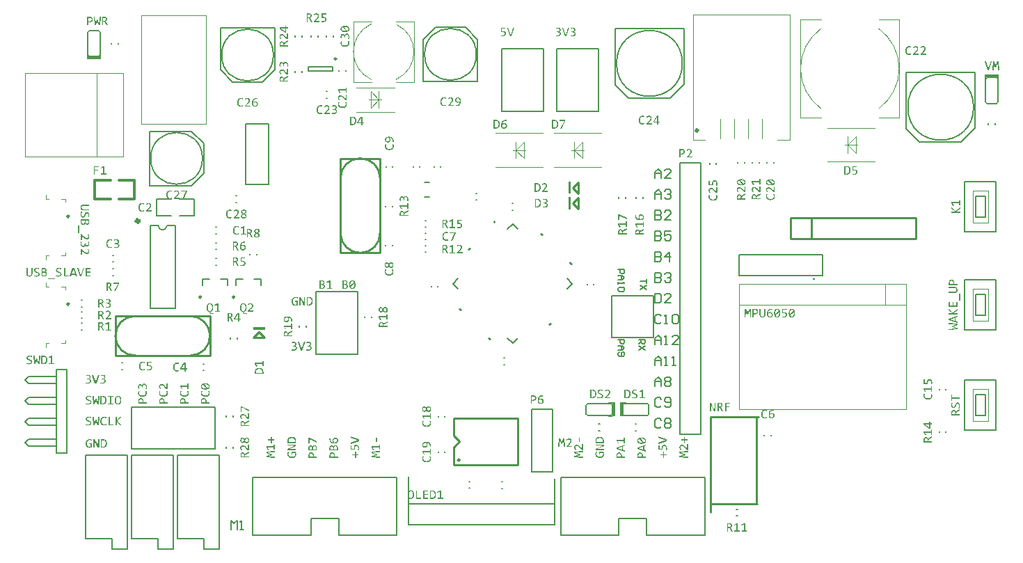
<source format=gto>
G04*
G04 #@! TF.GenerationSoftware,Altium Limited,Altium Designer,18.1.2 (67)*
G04*
G04 Layer_Color=65535*
%FSLAX25Y25*%
%MOIN*%
G70*
G01*
G75*
%ADD10C,0.00984*%
%ADD11C,0.00787*%
%ADD12C,0.00800*%
%ADD13C,0.00394*%
%ADD14C,0.01968*%
%ADD15C,0.00600*%
%ADD16C,0.01000*%
%ADD17C,0.01181*%
%ADD18C,0.00100*%
%ADD19C,0.01200*%
%ADD20R,0.02600X0.00700*%
%ADD21R,0.01800X0.06700*%
%ADD22R,0.02300X0.00650*%
%ADD23R,0.00700X0.02600*%
%ADD24R,0.06700X0.01800*%
%ADD25R,0.00650X0.02300*%
G36*
X115453Y100000D02*
Y101075D01*
X109646D01*
Y100000D01*
X115453D01*
D02*
G37*
G36*
X209890Y109357D02*
X208830Y110418D01*
X208123Y109711D01*
X209183Y108650D01*
X209890Y109357D01*
D02*
G37*
G36*
X223810Y95438D02*
X222749Y96499D01*
X222042Y95791D01*
X223103Y94731D01*
X223810Y95438D01*
D02*
G37*
G36*
X214066Y138819D02*
X213359Y139526D01*
X212298Y138465D01*
X213006Y137758D01*
X214066Y138819D01*
D02*
G37*
G36*
X252210Y103458D02*
X252918Y102751D01*
X251857Y101690D01*
X251150Y102398D01*
X252210Y103458D01*
D02*
G37*
G36*
X261954Y130798D02*
X260893Y131859D01*
X261601Y132566D01*
X262661Y131505D01*
X261954Y130798D01*
D02*
G37*
G36*
X248035Y144718D02*
X246974Y145778D01*
X247681Y146485D01*
X248742Y145425D01*
X248035Y144718D01*
D02*
G37*
G36*
X261850Y163453D02*
X260776D01*
Y157646D01*
X261850D01*
Y163453D01*
D02*
G37*
G36*
X261800Y170953D02*
X260725D01*
Y165146D01*
X261800D01*
Y170953D01*
D02*
G37*
G36*
X266157Y46210D02*
X265643D01*
Y48077D01*
X266157D01*
Y46210D01*
D02*
G37*
G36*
X267600Y42324D02*
X267114D01*
X266066Y43372D01*
X266052Y43386D01*
X266025Y43413D01*
X265976Y43462D01*
X265914Y43525D01*
X265844Y43594D01*
X265768Y43663D01*
X265691Y43733D01*
X265622Y43795D01*
X265615Y43802D01*
X265587Y43823D01*
X265553Y43851D01*
X265511Y43885D01*
X265456Y43927D01*
X265400Y43969D01*
X265282Y44045D01*
X265275Y44052D01*
X265254Y44059D01*
X265227Y44080D01*
X265185Y44101D01*
X265095Y44142D01*
X264991Y44170D01*
X264984D01*
X264963Y44177D01*
X264935Y44184D01*
X264900Y44191D01*
X264859D01*
X264803Y44198D01*
X264692Y44205D01*
X264685D01*
X264664D01*
X264637D01*
X264602Y44198D01*
X264505Y44191D01*
X264408Y44163D01*
X264401D01*
X264387Y44156D01*
X264359Y44149D01*
X264324Y44135D01*
X264248Y44094D01*
X264165Y44038D01*
X264158Y44031D01*
X264144Y44024D01*
X264130Y44003D01*
X264102Y43983D01*
X264054Y43906D01*
X263998Y43816D01*
Y43809D01*
X263991Y43795D01*
X263977Y43767D01*
X263963Y43726D01*
X263956Y43677D01*
X263943Y43629D01*
X263936Y43566D01*
Y43455D01*
X263943Y43407D01*
X263950Y43344D01*
X263963Y43268D01*
X263984Y43191D01*
X264012Y43108D01*
X264054Y43025D01*
X264061Y43018D01*
X264074Y42990D01*
X264102Y42948D01*
X264137Y42893D01*
X264179Y42838D01*
X264227Y42768D01*
X264290Y42706D01*
X264352Y42636D01*
X263998Y42338D01*
X263984Y42352D01*
X263956Y42380D01*
X263915Y42428D01*
X263859Y42491D01*
X263797Y42567D01*
X263734Y42657D01*
X263665Y42754D01*
X263610Y42865D01*
Y42872D01*
X263603Y42879D01*
X263589Y42921D01*
X263561Y42983D01*
X263533Y43066D01*
X263505Y43171D01*
X263478Y43289D01*
X263464Y43420D01*
X263457Y43566D01*
Y43615D01*
X263464Y43663D01*
Y43733D01*
X263478Y43809D01*
X263492Y43892D01*
X263512Y43983D01*
X263540Y44066D01*
X263547Y44073D01*
X263554Y44101D01*
X263575Y44142D01*
X263603Y44198D01*
X263637Y44260D01*
X263672Y44323D01*
X263776Y44448D01*
X263783Y44455D01*
X263804Y44475D01*
X263839Y44503D01*
X263880Y44545D01*
X263936Y44586D01*
X263998Y44628D01*
X264068Y44670D01*
X264151Y44704D01*
X264158Y44711D01*
X264193Y44718D01*
X264234Y44732D01*
X264297Y44753D01*
X264373Y44767D01*
X264456Y44781D01*
X264546Y44788D01*
X264651Y44795D01*
X264657D01*
X264692D01*
X264734D01*
X264796Y44788D01*
X264859Y44781D01*
X264935Y44767D01*
X265088Y44732D01*
X265095D01*
X265122Y44718D01*
X265164Y44704D01*
X265213Y44684D01*
X265275Y44656D01*
X265345Y44621D01*
X265490Y44538D01*
X265497Y44531D01*
X265525Y44517D01*
X265560Y44489D01*
X265615Y44455D01*
X265678Y44406D01*
X265747Y44350D01*
X265823Y44288D01*
X265900Y44219D01*
X265907Y44212D01*
X265934Y44184D01*
X265976Y44142D01*
X266032Y44094D01*
X266101Y44024D01*
X266177Y43948D01*
X266267Y43865D01*
X266358Y43767D01*
X267079Y43032D01*
Y45017D01*
X267600D01*
Y42324D01*
D02*
G37*
G36*
Y41172D02*
X265053Y41089D01*
X264081Y41054D01*
X264644Y40860D01*
X266267Y40256D01*
Y39874D01*
X264706Y39298D01*
X264081Y39111D01*
X265095Y39097D01*
X267600Y39027D01*
Y38500D01*
X263519Y38701D01*
Y39361D01*
X265060Y39909D01*
X265581Y40089D01*
X265060Y40256D01*
X263519Y40839D01*
Y41519D01*
X267600Y41713D01*
Y41172D01*
D02*
G37*
G36*
X275820Y48612D02*
X275903Y48605D01*
X276000Y48598D01*
X276202Y48570D01*
X276216D01*
X276250Y48563D01*
X276299Y48549D01*
X276368Y48535D01*
X276445Y48514D01*
X276528Y48487D01*
X276701Y48424D01*
X276708Y48417D01*
X276743Y48403D01*
X276785Y48383D01*
X276840Y48355D01*
X276903Y48320D01*
X276979Y48278D01*
X277125Y48167D01*
X277132Y48160D01*
X277153Y48140D01*
X277194Y48105D01*
X277236Y48056D01*
X277284Y48001D01*
X277340Y47932D01*
X277396Y47855D01*
X277444Y47772D01*
X277451Y47765D01*
X277465Y47730D01*
X277493Y47682D01*
X277520Y47619D01*
X277555Y47543D01*
X277590Y47453D01*
X277625Y47348D01*
X277652Y47238D01*
Y47224D01*
X277666Y47182D01*
X277673Y47120D01*
X277687Y47036D01*
X277701Y46932D01*
X277708Y46814D01*
X277722Y46682D01*
Y45669D01*
X273641D01*
Y46807D01*
X273648Y46877D01*
X273655Y46953D01*
X273669Y47043D01*
X273683Y47147D01*
X273703Y47258D01*
X273731Y47369D01*
X273759Y47487D01*
X273800Y47605D01*
X273849Y47723D01*
X273905Y47841D01*
X273974Y47952D01*
X274043Y48056D01*
X274134Y48147D01*
X274141Y48153D01*
X274154Y48167D01*
X274182Y48188D01*
X274224Y48223D01*
X274279Y48258D01*
X274342Y48299D01*
X274418Y48341D01*
X274508Y48383D01*
X274606Y48424D01*
X274717Y48473D01*
X274841Y48507D01*
X274973Y48542D01*
X275126Y48577D01*
X275286Y48598D01*
X275452Y48612D01*
X275640Y48619D01*
X275654D01*
X275688D01*
X275744D01*
X275820Y48612D01*
D02*
G37*
G36*
X277722Y44205D02*
X275175Y43066D01*
X274356Y42740D01*
X276417D01*
X277722D01*
Y42185D01*
X273641D01*
Y42928D01*
X276056Y44010D01*
X276986Y44406D01*
X274800D01*
X273641D01*
Y44961D01*
X277722D01*
Y44205D01*
D02*
G37*
G36*
X277534Y41449D02*
X277541Y41436D01*
X277555Y41408D01*
X277569Y41373D01*
X277611Y41283D01*
X277645Y41179D01*
Y41172D01*
X277652Y41158D01*
X277659Y41130D01*
X277666Y41089D01*
X277680Y41047D01*
X277694Y40998D01*
X277715Y40887D01*
Y40880D01*
X277722Y40860D01*
Y40832D01*
X277729Y40797D01*
X277743Y40700D01*
X277756Y40596D01*
Y40568D01*
X277763Y40540D01*
Y40506D01*
X277770Y40415D01*
X277777Y40311D01*
Y40242D01*
X277770Y40159D01*
X277763Y40062D01*
X277749Y39944D01*
X277722Y39819D01*
X277694Y39687D01*
X277652Y39555D01*
Y39548D01*
X277645Y39541D01*
X277625Y39499D01*
X277597Y39437D01*
X277555Y39361D01*
X277500Y39270D01*
X277430Y39173D01*
X277354Y39076D01*
X277264Y38986D01*
X277250Y38979D01*
X277215Y38944D01*
X277160Y38903D01*
X277083Y38854D01*
X276993Y38791D01*
X276882Y38736D01*
X276757Y38673D01*
X276618Y38625D01*
X276611D01*
X276597Y38618D01*
X276576Y38611D01*
X276549Y38604D01*
X276514Y38597D01*
X276472Y38583D01*
X276361Y38563D01*
X276237Y38542D01*
X276084Y38521D01*
X275910Y38507D01*
X275730Y38500D01*
X275723D01*
X275709D01*
X275681D01*
X275647D01*
X275598Y38507D01*
X275549D01*
X275425Y38521D01*
X275286Y38535D01*
X275133Y38555D01*
X274980Y38590D01*
X274828Y38639D01*
X274821D01*
X274807Y38646D01*
X274786Y38653D01*
X274758Y38667D01*
X274689Y38694D01*
X274592Y38743D01*
X274488Y38791D01*
X274370Y38861D01*
X274259Y38937D01*
X274148Y39027D01*
X274134Y39041D01*
X274099Y39076D01*
X274050Y39125D01*
X273988Y39201D01*
X273919Y39291D01*
X273849Y39395D01*
X273787Y39513D01*
X273724Y39638D01*
Y39645D01*
X273717Y39652D01*
X273710Y39673D01*
X273703Y39701D01*
X273676Y39777D01*
X273648Y39874D01*
X273627Y39992D01*
X273599Y40124D01*
X273585Y40277D01*
X273579Y40436D01*
Y40533D01*
X273585Y40603D01*
X273592Y40679D01*
X273599Y40769D01*
X273627Y40957D01*
Y40971D01*
X273634Y40998D01*
X273648Y41047D01*
X273662Y41109D01*
X273683Y41186D01*
X273710Y41262D01*
X273780Y41436D01*
X274335D01*
X274328Y41429D01*
X274314Y41394D01*
X274293Y41352D01*
X274266Y41290D01*
X274238Y41221D01*
X274203Y41137D01*
X274148Y40964D01*
Y40950D01*
X274134Y40922D01*
X274127Y40874D01*
X274113Y40811D01*
X274099Y40728D01*
X274092Y40644D01*
X274078Y40547D01*
Y40388D01*
X274085Y40325D01*
X274092Y40249D01*
X274106Y40159D01*
X274127Y40062D01*
X274154Y39957D01*
X274196Y39860D01*
X274203Y39846D01*
X274217Y39819D01*
X274245Y39770D01*
X274279Y39715D01*
X274328Y39645D01*
X274383Y39576D01*
X274453Y39506D01*
X274529Y39437D01*
X274536Y39430D01*
X274564Y39409D01*
X274612Y39374D01*
X274668Y39340D01*
X274744Y39298D01*
X274828Y39250D01*
X274925Y39208D01*
X275036Y39173D01*
X275050Y39166D01*
X275084Y39159D01*
X275147Y39145D01*
X275223Y39132D01*
X275320Y39111D01*
X275431Y39097D01*
X275556Y39090D01*
X275688Y39083D01*
X275695D01*
X275702D01*
X275723D01*
X275751D01*
X275820Y39090D01*
X275910D01*
X276014Y39097D01*
X276132Y39111D01*
X276243Y39132D01*
X276361Y39152D01*
X276375Y39159D01*
X276410Y39166D01*
X276466Y39187D01*
X276535Y39208D01*
X276618Y39243D01*
X276701Y39284D01*
X276785Y39333D01*
X276868Y39388D01*
X276875Y39395D01*
X276903Y39416D01*
X276937Y39451D01*
X276979Y39499D01*
X277035Y39562D01*
X277083Y39631D01*
X277132Y39708D01*
X277180Y39798D01*
X277187Y39812D01*
X277194Y39839D01*
X277215Y39895D01*
X277229Y39964D01*
X277250Y40055D01*
X277271Y40159D01*
X277277Y40270D01*
X277284Y40395D01*
Y40533D01*
X277277Y40561D01*
Y40610D01*
X277271Y40658D01*
Y40672D01*
X277264Y40700D01*
X277250Y40742D01*
X277243Y40790D01*
X277236Y40804D01*
X277229Y40832D01*
X277215Y40867D01*
X277201Y40908D01*
X275903D01*
Y40068D01*
X275445D01*
Y41456D01*
X277534D01*
Y41449D01*
D02*
G37*
G36*
X287739Y45600D02*
X287233D01*
Y46648D01*
X284255D01*
X284783Y45669D01*
X284318Y45475D01*
X283638Y46766D01*
Y47251D01*
X287233D01*
Y48160D01*
X287739D01*
Y45600D01*
D02*
G37*
G36*
Y44406D02*
X286851Y44121D01*
Y42414D01*
X287739Y42130D01*
Y41554D01*
X283659Y42907D01*
Y43670D01*
X287739Y45010D01*
Y44406D01*
D02*
G37*
G36*
X284998Y41172D02*
X285060Y41165D01*
X285137Y41158D01*
X285227Y41137D01*
X285317Y41116D01*
X285407Y41082D01*
X285421Y41075D01*
X285449Y41068D01*
X285498Y41040D01*
X285553Y41012D01*
X285623Y40971D01*
X285692Y40922D01*
X285768Y40860D01*
X285845Y40790D01*
X285852Y40783D01*
X285879Y40756D01*
X285914Y40714D01*
X285956Y40658D01*
X286004Y40582D01*
X286060Y40499D01*
X286108Y40402D01*
X286157Y40290D01*
X286164Y40277D01*
X286178Y40235D01*
X286192Y40172D01*
X286212Y40082D01*
X286240Y39978D01*
X286254Y39853D01*
X286268Y39708D01*
X286275Y39555D01*
Y39055D01*
X287739D01*
Y38500D01*
X283659D01*
Y39756D01*
X283665Y39832D01*
X283672Y39923D01*
X283686Y40020D01*
X283728Y40228D01*
Y40242D01*
X283742Y40277D01*
X283756Y40325D01*
X283783Y40395D01*
X283811Y40471D01*
X283853Y40547D01*
X283894Y40631D01*
X283950Y40714D01*
X283957Y40721D01*
X283978Y40749D01*
X284005Y40790D01*
X284054Y40839D01*
X284110Y40894D01*
X284172Y40950D01*
X284248Y41005D01*
X284332Y41054D01*
X284346Y41061D01*
X284373Y41075D01*
X284422Y41096D01*
X284491Y41116D01*
X284575Y41137D01*
X284672Y41158D01*
X284783Y41172D01*
X284908Y41179D01*
X284922D01*
X284949D01*
X284998Y41172D01*
D02*
G37*
G36*
X295945Y48278D02*
X296063Y48272D01*
X296195Y48265D01*
X296341Y48244D01*
X296494Y48223D01*
X296639Y48188D01*
X296646D01*
X296653Y48181D01*
X296674D01*
X296702Y48174D01*
X296771Y48147D01*
X296862Y48119D01*
X296966Y48077D01*
X297077Y48029D01*
X297188Y47973D01*
X297299Y47904D01*
X297313Y47897D01*
X297347Y47869D01*
X297396Y47827D01*
X297458Y47772D01*
X297528Y47709D01*
X297597Y47626D01*
X297667Y47536D01*
X297729Y47432D01*
X297736Y47418D01*
X297750Y47383D01*
X297778Y47321D01*
X297798Y47244D01*
X297826Y47147D01*
X297854Y47036D01*
X297868Y46911D01*
X297875Y46773D01*
Y46717D01*
X297868Y46654D01*
X297861Y46571D01*
X297847Y46481D01*
X297826Y46377D01*
X297798Y46273D01*
X297757Y46169D01*
X297750Y46155D01*
X297736Y46127D01*
X297701Y46079D01*
X297660Y46016D01*
X297611Y45940D01*
X297542Y45863D01*
X297465Y45787D01*
X297375Y45711D01*
X297361Y45704D01*
X297326Y45683D01*
X297271Y45648D01*
X297195Y45607D01*
X297104Y45558D01*
X296993Y45509D01*
X296862Y45461D01*
X296723Y45419D01*
X296716D01*
X296702Y45412D01*
X296681D01*
X296653Y45405D01*
X296612Y45398D01*
X296570Y45391D01*
X296515Y45377D01*
X296459Y45371D01*
X296320Y45350D01*
X296161Y45336D01*
X295973Y45329D01*
X295779Y45322D01*
X295772D01*
X295758D01*
X295730D01*
X295703D01*
X295661D01*
X295612Y45329D01*
X295494Y45336D01*
X295362Y45343D01*
X295224Y45364D01*
X295071Y45384D01*
X294925Y45412D01*
X294918D01*
X294904Y45419D01*
X294890Y45426D01*
X294863Y45433D01*
X294786Y45454D01*
X294696Y45482D01*
X294592Y45523D01*
X294481Y45572D01*
X294370Y45634D01*
X294259Y45697D01*
X294245Y45704D01*
X294210Y45731D01*
X294162Y45773D01*
X294099Y45829D01*
X294030Y45891D01*
X293960Y45974D01*
X293891Y46065D01*
X293829Y46169D01*
X293822Y46183D01*
X293808Y46217D01*
X293780Y46280D01*
X293752Y46356D01*
X293725Y46453D01*
X293697Y46571D01*
X293683Y46696D01*
X293676Y46835D01*
Y46891D01*
X293683Y46953D01*
X293690Y47029D01*
X293704Y47120D01*
X293731Y47224D01*
X293759Y47321D01*
X293801Y47425D01*
X293808Y47439D01*
X293822Y47473D01*
X293856Y47522D01*
X293898Y47585D01*
X293947Y47654D01*
X294016Y47730D01*
X294092Y47807D01*
X294183Y47883D01*
X294197Y47890D01*
X294231Y47918D01*
X294287Y47952D01*
X294363Y47994D01*
X294453Y48043D01*
X294571Y48091D01*
X294696Y48140D01*
X294842Y48181D01*
X294849D01*
X294863Y48188D01*
X294884D01*
X294911Y48195D01*
X294953Y48209D01*
X294995Y48216D01*
X295050Y48223D01*
X295106Y48237D01*
X295244Y48251D01*
X295404Y48272D01*
X295585Y48278D01*
X295779Y48285D01*
X295786D01*
X295800D01*
X295827D01*
X295855D01*
X295897D01*
X295945Y48278D01*
D02*
G37*
G36*
X297819Y44406D02*
X296931Y44121D01*
Y42414D01*
X297819Y42130D01*
Y41554D01*
X293739Y42907D01*
Y43670D01*
X297819Y45010D01*
Y44406D01*
D02*
G37*
G36*
X295078Y41172D02*
X295140Y41165D01*
X295217Y41158D01*
X295307Y41137D01*
X295397Y41116D01*
X295487Y41082D01*
X295501Y41075D01*
X295529Y41068D01*
X295578Y41040D01*
X295633Y41012D01*
X295703Y40971D01*
X295772Y40922D01*
X295848Y40860D01*
X295925Y40790D01*
X295932Y40783D01*
X295959Y40756D01*
X295994Y40714D01*
X296036Y40658D01*
X296084Y40582D01*
X296140Y40499D01*
X296188Y40402D01*
X296237Y40290D01*
X296244Y40277D01*
X296258Y40235D01*
X296272Y40172D01*
X296292Y40082D01*
X296320Y39978D01*
X296334Y39853D01*
X296348Y39708D01*
X296355Y39555D01*
Y39055D01*
X297819D01*
Y38500D01*
X293739D01*
Y39756D01*
X293745Y39832D01*
X293752Y39923D01*
X293766Y40020D01*
X293808Y40228D01*
Y40242D01*
X293822Y40277D01*
X293836Y40325D01*
X293863Y40395D01*
X293891Y40471D01*
X293933Y40547D01*
X293974Y40631D01*
X294030Y40714D01*
X294037Y40721D01*
X294058Y40749D01*
X294086Y40790D01*
X294134Y40839D01*
X294190Y40894D01*
X294252Y40950D01*
X294328Y41005D01*
X294412Y41054D01*
X294426Y41061D01*
X294453Y41075D01*
X294502Y41096D01*
X294571Y41116D01*
X294654Y41137D01*
X294752Y41158D01*
X294863Y41172D01*
X294988Y41179D01*
X295002D01*
X295029D01*
X295078Y41172D01*
D02*
G37*
G36*
X307899Y47390D02*
Y46641D01*
X303818Y45287D01*
Y45919D01*
X306574Y46793D01*
X307379Y47043D01*
X306574Y47300D01*
X303818Y48181D01*
Y48778D01*
X307899Y47390D01*
D02*
G37*
G36*
X306705Y44795D02*
X306775Y44788D01*
X306865Y44767D01*
X306955Y44746D01*
X307052Y44711D01*
X307150Y44670D01*
X307164Y44663D01*
X307191Y44649D01*
X307240Y44614D01*
X307295Y44572D01*
X307365Y44524D01*
X307434Y44462D01*
X307510Y44385D01*
X307580Y44302D01*
X307587Y44295D01*
X307608Y44260D01*
X307642Y44212D01*
X307684Y44149D01*
X307726Y44066D01*
X307774Y43976D01*
X307816Y43872D01*
X307857Y43760D01*
X307864Y43747D01*
X307871Y43705D01*
X307885Y43643D01*
X307906Y43559D01*
X307927Y43462D01*
X307941Y43344D01*
X307948Y43219D01*
X307955Y43087D01*
Y42969D01*
X307948Y42893D01*
Y42851D01*
X307941Y42831D01*
Y42761D01*
X307934Y42685D01*
Y42650D01*
X307927Y42622D01*
X307920Y42553D01*
X307913Y42484D01*
Y42470D01*
X307906Y42428D01*
Y42373D01*
X307899Y42310D01*
X307406D01*
Y42317D01*
X307413Y42338D01*
X307420Y42373D01*
X307427Y42421D01*
X307441Y42477D01*
X307448Y42539D01*
X307462Y42615D01*
X307469Y42692D01*
Y42733D01*
X307476Y42775D01*
Y42900D01*
X307483Y42976D01*
Y43226D01*
X307476Y43289D01*
X307469Y43351D01*
X307462Y43427D01*
X307427Y43580D01*
Y43587D01*
X307413Y43615D01*
X307400Y43650D01*
X307379Y43698D01*
X307330Y43809D01*
X307254Y43920D01*
X307247Y43927D01*
X307233Y43941D01*
X307212Y43969D01*
X307177Y44003D01*
X307143Y44038D01*
X307094Y44073D01*
X306990Y44142D01*
X306983Y44149D01*
X306962Y44156D01*
X306928Y44170D01*
X306886Y44184D01*
X306830Y44198D01*
X306768Y44205D01*
X306705Y44219D01*
X306629D01*
X306622D01*
X306615D01*
X306594D01*
X306567Y44212D01*
X306504Y44205D01*
X306421Y44184D01*
X306331Y44149D01*
X306241Y44101D01*
X306157Y44031D01*
X306081Y43941D01*
X306074Y43927D01*
X306053Y43892D01*
X306025Y43830D01*
X305991Y43740D01*
X305956Y43629D01*
X305928Y43490D01*
X305907Y43330D01*
X305901Y43150D01*
Y42380D01*
X303818D01*
Y44579D01*
X304290D01*
Y42893D01*
X305435D01*
Y43351D01*
X305442Y43427D01*
X305449Y43518D01*
X305456Y43608D01*
X305491Y43816D01*
Y43830D01*
X305505Y43865D01*
X305519Y43920D01*
X305533Y43983D01*
X305560Y44066D01*
X305595Y44149D01*
X305630Y44232D01*
X305678Y44316D01*
X305685Y44323D01*
X305699Y44350D01*
X305734Y44392D01*
X305769Y44441D01*
X305824Y44496D01*
X305880Y44552D01*
X305956Y44607D01*
X306032Y44663D01*
X306039Y44670D01*
X306074Y44684D01*
X306122Y44704D01*
X306185Y44732D01*
X306268Y44760D01*
X306365Y44781D01*
X306469Y44795D01*
X306594Y44802D01*
X306608D01*
X306643D01*
X306705Y44795D01*
D02*
G37*
G36*
X306435Y40263D02*
X307712D01*
Y39728D01*
X306435D01*
Y38500D01*
X305963D01*
Y39721D01*
X304700D01*
Y40263D01*
X305963D01*
Y41491D01*
X306435D01*
Y40263D01*
D02*
G37*
G36*
X316536Y47411D02*
X317813D01*
Y46877D01*
X316536D01*
Y45648D01*
X316064D01*
Y46870D01*
X314801D01*
Y47411D01*
X316064D01*
Y48639D01*
X316536D01*
Y47411D01*
D02*
G37*
G36*
X318000Y42324D02*
X317514D01*
X316466Y43372D01*
X316452Y43386D01*
X316425Y43413D01*
X316376Y43462D01*
X316314Y43525D01*
X316244Y43594D01*
X316168Y43663D01*
X316091Y43733D01*
X316022Y43795D01*
X316015Y43802D01*
X315987Y43823D01*
X315953Y43851D01*
X315911Y43885D01*
X315856Y43927D01*
X315800Y43969D01*
X315682Y44045D01*
X315675Y44052D01*
X315654Y44059D01*
X315627Y44080D01*
X315585Y44101D01*
X315495Y44142D01*
X315391Y44170D01*
X315384D01*
X315363Y44177D01*
X315335Y44184D01*
X315300Y44191D01*
X315259D01*
X315203Y44198D01*
X315092Y44205D01*
X315085D01*
X315064D01*
X315037D01*
X315002Y44198D01*
X314905Y44191D01*
X314808Y44163D01*
X314801D01*
X314787Y44156D01*
X314759Y44149D01*
X314724Y44135D01*
X314648Y44094D01*
X314565Y44038D01*
X314558Y44031D01*
X314544Y44024D01*
X314530Y44003D01*
X314502Y43983D01*
X314454Y43906D01*
X314398Y43816D01*
Y43809D01*
X314391Y43795D01*
X314377Y43767D01*
X314363Y43726D01*
X314356Y43677D01*
X314343Y43629D01*
X314336Y43566D01*
Y43455D01*
X314343Y43407D01*
X314350Y43344D01*
X314363Y43268D01*
X314384Y43191D01*
X314412Y43108D01*
X314454Y43025D01*
X314461Y43018D01*
X314475Y42990D01*
X314502Y42948D01*
X314537Y42893D01*
X314579Y42838D01*
X314627Y42768D01*
X314690Y42706D01*
X314752Y42636D01*
X314398Y42338D01*
X314384Y42352D01*
X314356Y42380D01*
X314315Y42428D01*
X314259Y42491D01*
X314197Y42567D01*
X314134Y42657D01*
X314065Y42754D01*
X314009Y42865D01*
Y42872D01*
X314003Y42879D01*
X313989Y42921D01*
X313961Y42983D01*
X313933Y43066D01*
X313905Y43171D01*
X313878Y43289D01*
X313864Y43420D01*
X313857Y43566D01*
Y43615D01*
X313864Y43663D01*
Y43733D01*
X313878Y43809D01*
X313892Y43892D01*
X313912Y43983D01*
X313940Y44066D01*
X313947Y44073D01*
X313954Y44101D01*
X313975Y44142D01*
X314003Y44198D01*
X314037Y44260D01*
X314072Y44323D01*
X314176Y44448D01*
X314183Y44455D01*
X314204Y44475D01*
X314239Y44503D01*
X314280Y44545D01*
X314336Y44586D01*
X314398Y44628D01*
X314468Y44670D01*
X314551Y44704D01*
X314558Y44711D01*
X314593Y44718D01*
X314634Y44732D01*
X314697Y44753D01*
X314773Y44767D01*
X314856Y44781D01*
X314946Y44788D01*
X315051Y44795D01*
X315057D01*
X315092D01*
X315134D01*
X315196Y44788D01*
X315259Y44781D01*
X315335Y44767D01*
X315488Y44732D01*
X315495D01*
X315522Y44718D01*
X315564Y44704D01*
X315613Y44684D01*
X315675Y44656D01*
X315744Y44621D01*
X315890Y44538D01*
X315897Y44531D01*
X315925Y44517D01*
X315960Y44489D01*
X316015Y44455D01*
X316078Y44406D01*
X316147Y44350D01*
X316223Y44288D01*
X316300Y44219D01*
X316307Y44212D01*
X316334Y44184D01*
X316376Y44142D01*
X316432Y44094D01*
X316501Y44024D01*
X316577Y43948D01*
X316668Y43865D01*
X316758Y43767D01*
X317479Y43032D01*
Y45017D01*
X318000D01*
Y42324D01*
D02*
G37*
G36*
Y41172D02*
X315453Y41089D01*
X314481Y41054D01*
X315044Y40860D01*
X316668Y40256D01*
Y39874D01*
X315106Y39298D01*
X314481Y39111D01*
X315495Y39097D01*
X318000Y39027D01*
Y38500D01*
X313919Y38701D01*
Y39361D01*
X315460Y39909D01*
X315981Y40089D01*
X315460Y40256D01*
X313919Y40839D01*
Y41519D01*
X318000Y41713D01*
Y41172D01*
D02*
G37*
G36*
X169056Y46210D02*
X168543D01*
Y48077D01*
X169056D01*
Y46210D01*
D02*
G37*
G36*
X170500Y42421D02*
X169993D01*
Y43469D01*
X167016D01*
X167544Y42491D01*
X167079Y42296D01*
X166399Y43587D01*
Y44073D01*
X169993D01*
Y44982D01*
X170500D01*
Y42421D01*
D02*
G37*
G36*
Y41172D02*
X167953Y41089D01*
X166981Y41054D01*
X167544Y40860D01*
X169167Y40256D01*
Y39874D01*
X167606Y39298D01*
X166981Y39111D01*
X167995Y39097D01*
X170500Y39027D01*
Y38500D01*
X166419Y38701D01*
Y39361D01*
X167960Y39909D01*
X168481Y40089D01*
X167960Y40256D01*
X166419Y40839D01*
Y41519D01*
X170500Y41713D01*
Y41172D01*
D02*
G37*
G36*
X160399Y47390D02*
Y46641D01*
X156318Y45287D01*
Y45919D01*
X159074Y46793D01*
X159879Y47043D01*
X159074Y47300D01*
X156318Y48181D01*
Y48778D01*
X160399Y47390D01*
D02*
G37*
G36*
X159205Y44795D02*
X159275Y44788D01*
X159365Y44767D01*
X159455Y44746D01*
X159553Y44711D01*
X159650Y44670D01*
X159663Y44663D01*
X159691Y44649D01*
X159740Y44614D01*
X159795Y44572D01*
X159865Y44524D01*
X159934Y44462D01*
X160011Y44385D01*
X160080Y44302D01*
X160087Y44295D01*
X160108Y44260D01*
X160142Y44212D01*
X160184Y44149D01*
X160226Y44066D01*
X160274Y43976D01*
X160316Y43872D01*
X160357Y43760D01*
X160364Y43747D01*
X160371Y43705D01*
X160385Y43643D01*
X160406Y43559D01*
X160427Y43462D01*
X160441Y43344D01*
X160448Y43219D01*
X160455Y43087D01*
Y42969D01*
X160448Y42893D01*
Y42851D01*
X160441Y42831D01*
Y42761D01*
X160434Y42685D01*
Y42650D01*
X160427Y42622D01*
X160420Y42553D01*
X160413Y42484D01*
Y42470D01*
X160406Y42428D01*
Y42373D01*
X160399Y42310D01*
X159906D01*
Y42317D01*
X159913Y42338D01*
X159920Y42373D01*
X159927Y42421D01*
X159941Y42477D01*
X159948Y42539D01*
X159962Y42615D01*
X159969Y42692D01*
Y42733D01*
X159976Y42775D01*
Y42900D01*
X159983Y42976D01*
Y43226D01*
X159976Y43289D01*
X159969Y43351D01*
X159962Y43427D01*
X159927Y43580D01*
Y43587D01*
X159913Y43615D01*
X159899Y43650D01*
X159879Y43698D01*
X159830Y43809D01*
X159754Y43920D01*
X159747Y43927D01*
X159733Y43941D01*
X159712Y43969D01*
X159677Y44003D01*
X159643Y44038D01*
X159594Y44073D01*
X159490Y44142D01*
X159483Y44149D01*
X159462Y44156D01*
X159428Y44170D01*
X159386Y44184D01*
X159330Y44198D01*
X159268Y44205D01*
X159205Y44219D01*
X159129D01*
X159122D01*
X159115D01*
X159095D01*
X159067Y44212D01*
X159004Y44205D01*
X158921Y44184D01*
X158831Y44149D01*
X158740Y44101D01*
X158657Y44031D01*
X158581Y43941D01*
X158574Y43927D01*
X158553Y43892D01*
X158525Y43830D01*
X158491Y43740D01*
X158456Y43629D01*
X158428Y43490D01*
X158407Y43330D01*
X158400Y43150D01*
Y42380D01*
X156318D01*
Y44579D01*
X156790D01*
Y42893D01*
X157936D01*
Y43351D01*
X157942Y43427D01*
X157949Y43518D01*
X157956Y43608D01*
X157991Y43816D01*
Y43830D01*
X158005Y43865D01*
X158019Y43920D01*
X158033Y43983D01*
X158060Y44066D01*
X158095Y44149D01*
X158130Y44232D01*
X158178Y44316D01*
X158185Y44323D01*
X158199Y44350D01*
X158234Y44392D01*
X158269Y44441D01*
X158324Y44496D01*
X158380Y44552D01*
X158456Y44607D01*
X158532Y44663D01*
X158539Y44670D01*
X158574Y44684D01*
X158623Y44704D01*
X158685Y44732D01*
X158768Y44760D01*
X158865Y44781D01*
X158969Y44795D01*
X159095Y44802D01*
X159108D01*
X159143D01*
X159205Y44795D01*
D02*
G37*
G36*
X158935Y40263D02*
X160212D01*
Y39728D01*
X158935D01*
Y38500D01*
X158463D01*
Y39721D01*
X157200D01*
Y40263D01*
X158463D01*
Y41491D01*
X158935D01*
Y40263D01*
D02*
G37*
G36*
X149132Y48237D02*
X149202Y48230D01*
X149285Y48216D01*
X149375Y48202D01*
X149466Y48174D01*
X149563Y48140D01*
X149577Y48133D01*
X149604Y48119D01*
X149646Y48098D01*
X149708Y48063D01*
X149771Y48022D01*
X149840Y47973D01*
X149917Y47918D01*
X149986Y47848D01*
X149993Y47841D01*
X150014Y47813D01*
X150048Y47772D01*
X150090Y47723D01*
X150132Y47654D01*
X150180Y47578D01*
X150229Y47494D01*
X150271Y47397D01*
X150277Y47383D01*
X150285Y47348D01*
X150305Y47300D01*
X150319Y47224D01*
X150340Y47140D01*
X150361Y47043D01*
X150368Y46932D01*
X150375Y46814D01*
Y46759D01*
X150368Y46696D01*
X150361Y46613D01*
X150347Y46516D01*
X150333Y46418D01*
X150305Y46314D01*
X150271Y46210D01*
X150264Y46196D01*
X150250Y46169D01*
X150222Y46120D01*
X150187Y46058D01*
X150139Y45995D01*
X150083Y45919D01*
X150014Y45849D01*
X149937Y45780D01*
X149924Y45773D01*
X149896Y45752D01*
X149847Y45718D01*
X149785Y45683D01*
X149701Y45641D01*
X149604Y45593D01*
X149500Y45551D01*
X149375Y45516D01*
X149368D01*
X149362Y45509D01*
X149341D01*
X149313Y45502D01*
X149243Y45489D01*
X149146Y45475D01*
X149028Y45454D01*
X148890Y45440D01*
X148737Y45433D01*
X148570Y45426D01*
X148563D01*
X148556D01*
X148515D01*
X148459D01*
X148376Y45433D01*
X148286D01*
X148182Y45440D01*
X147967Y45461D01*
X147953D01*
X147918Y45468D01*
X147862Y45482D01*
X147786Y45496D01*
X147703Y45509D01*
X147613Y45537D01*
X147418Y45593D01*
X147404Y45600D01*
X147377Y45614D01*
X147321Y45634D01*
X147259Y45662D01*
X147182Y45697D01*
X147106Y45738D01*
X146939Y45842D01*
X146932Y45849D01*
X146905Y45870D01*
X146863Y45905D01*
X146815Y45954D01*
X146752Y46009D01*
X146696Y46071D01*
X146634Y46148D01*
X146572Y46231D01*
X146565Y46245D01*
X146544Y46273D01*
X146516Y46321D01*
X146481Y46391D01*
X146440Y46467D01*
X146398Y46564D01*
X146363Y46668D01*
X146329Y46779D01*
Y46786D01*
X146322Y46793D01*
X146315Y46835D01*
X146301Y46904D01*
X146280Y46995D01*
X146266Y47099D01*
X146252Y47224D01*
X146245Y47362D01*
X146239Y47515D01*
Y47925D01*
X146710D01*
Y47418D01*
X146717Y47355D01*
X146724Y47265D01*
X146731Y47168D01*
X146745Y47064D01*
X146773Y46953D01*
X146801Y46849D01*
X146808Y46835D01*
X146815Y46807D01*
X146835Y46752D01*
X146863Y46689D01*
X146898Y46620D01*
X146946Y46543D01*
X146995Y46467D01*
X147050Y46398D01*
X147057Y46391D01*
X147078Y46370D01*
X147113Y46335D01*
X147161Y46294D01*
X147217Y46252D01*
X147280Y46203D01*
X147356Y46162D01*
X147439Y46120D01*
X147446Y46113D01*
X147481Y46106D01*
X147522Y46085D01*
X147585Y46071D01*
X147661Y46044D01*
X147744Y46030D01*
X147835Y46009D01*
X147939Y45995D01*
X148064Y45988D01*
X148057Y45995D01*
X148043Y46023D01*
X148022Y46065D01*
X148001Y46120D01*
X147974Y46183D01*
X147939Y46259D01*
X147911Y46349D01*
X147883Y46439D01*
X147876Y46453D01*
X147869Y46488D01*
X147855Y46536D01*
X147842Y46606D01*
X147828Y46689D01*
X147821Y46786D01*
X147807Y46891D01*
Y47050D01*
X147814Y47113D01*
X147821Y47182D01*
X147828Y47265D01*
X147848Y47355D01*
X147869Y47446D01*
X147904Y47536D01*
X147911Y47550D01*
X147918Y47578D01*
X147939Y47619D01*
X147967Y47675D01*
X148001Y47737D01*
X148050Y47800D01*
X148098Y47862D01*
X148154Y47925D01*
X148161Y47932D01*
X148182Y47952D01*
X148216Y47980D01*
X148265Y48015D01*
X148320Y48049D01*
X148383Y48091D01*
X148459Y48126D01*
X148542Y48160D01*
X148549Y48167D01*
X148584Y48174D01*
X148626Y48188D01*
X148688Y48202D01*
X148758Y48216D01*
X148841Y48230D01*
X148931Y48244D01*
X149028D01*
X149042D01*
X149077D01*
X149132Y48237D01*
D02*
G37*
G36*
X149202Y44656D02*
X149278Y44649D01*
X149355Y44635D01*
X149445Y44614D01*
X149535Y44586D01*
X149625Y44545D01*
X149632Y44538D01*
X149660Y44524D01*
X149701Y44496D01*
X149757Y44462D01*
X149813Y44420D01*
X149882Y44364D01*
X149944Y44302D01*
X150007Y44225D01*
X150014Y44219D01*
X150035Y44191D01*
X150062Y44142D01*
X150090Y44087D01*
X150132Y44010D01*
X150173Y43927D01*
X150208Y43830D01*
X150243Y43719D01*
Y43705D01*
X150257Y43670D01*
X150264Y43608D01*
X150277Y43532D01*
X150291Y43434D01*
X150305Y43323D01*
X150312Y43198D01*
X150319Y43066D01*
Y42019D01*
X146239D01*
Y43226D01*
X146245Y43295D01*
X146252Y43379D01*
X146266Y43483D01*
X146294Y43594D01*
X146322Y43719D01*
X146363Y43844D01*
X146412Y43969D01*
X146481Y44094D01*
X146558Y44205D01*
X146655Y44309D01*
X146773Y44392D01*
X146905Y44462D01*
X147057Y44503D01*
X147141Y44510D01*
X147231Y44517D01*
X147238D01*
X147245D01*
X147286D01*
X147349Y44510D01*
X147425Y44496D01*
X147515Y44475D01*
X147613Y44448D01*
X147710Y44413D01*
X147800Y44357D01*
X147807Y44350D01*
X147842Y44330D01*
X147883Y44288D01*
X147932Y44239D01*
X147987Y44170D01*
X148050Y44080D01*
X148105Y43976D01*
X148154Y43851D01*
Y43858D01*
X148161Y43878D01*
X148168Y43913D01*
X148175Y43955D01*
X148209Y44052D01*
X148258Y44163D01*
Y44170D01*
X148272Y44191D01*
X148286Y44219D01*
X148313Y44253D01*
X148369Y44337D01*
X148452Y44420D01*
X148459Y44427D01*
X148473Y44441D01*
X148501Y44462D01*
X148529Y44482D01*
X148570Y44510D01*
X148619Y44538D01*
X148737Y44593D01*
X148744D01*
X148765Y44607D01*
X148799Y44614D01*
X148841Y44628D01*
X148897Y44642D01*
X148959Y44649D01*
X149098Y44663D01*
X149112D01*
X149146D01*
X149202Y44656D01*
D02*
G37*
G36*
X147578Y41172D02*
X147640Y41165D01*
X147717Y41158D01*
X147807Y41137D01*
X147897Y41116D01*
X147987Y41082D01*
X148001Y41075D01*
X148029Y41068D01*
X148078Y41040D01*
X148133Y41012D01*
X148203Y40971D01*
X148272Y40922D01*
X148348Y40860D01*
X148425Y40790D01*
X148432Y40783D01*
X148459Y40756D01*
X148494Y40714D01*
X148536Y40658D01*
X148584Y40582D01*
X148640Y40499D01*
X148688Y40402D01*
X148737Y40290D01*
X148744Y40277D01*
X148758Y40235D01*
X148772Y40172D01*
X148792Y40082D01*
X148820Y39978D01*
X148834Y39853D01*
X148848Y39708D01*
X148855Y39555D01*
Y39055D01*
X150319D01*
Y38500D01*
X146239D01*
Y39756D01*
X146245Y39832D01*
X146252Y39923D01*
X146266Y40020D01*
X146308Y40228D01*
Y40242D01*
X146322Y40277D01*
X146336Y40325D01*
X146363Y40395D01*
X146391Y40471D01*
X146433Y40547D01*
X146474Y40631D01*
X146530Y40714D01*
X146537Y40721D01*
X146558Y40749D01*
X146586Y40790D01*
X146634Y40839D01*
X146690Y40894D01*
X146752Y40950D01*
X146828Y41005D01*
X146912Y41054D01*
X146925Y41061D01*
X146953Y41075D01*
X147002Y41096D01*
X147071Y41116D01*
X147154Y41137D01*
X147252Y41158D01*
X147363Y41172D01*
X147488Y41179D01*
X147502D01*
X147529D01*
X147578Y41172D01*
D02*
G37*
G36*
X140239Y46460D02*
Y45836D01*
X136665Y47612D01*
Y45412D01*
X136159D01*
Y48174D01*
X136665D01*
X140239Y46460D01*
D02*
G37*
G36*
X139122Y44656D02*
X139198Y44649D01*
X139275Y44635D01*
X139365Y44614D01*
X139455Y44586D01*
X139545Y44545D01*
X139552Y44538D01*
X139580Y44524D01*
X139621Y44496D01*
X139677Y44462D01*
X139733Y44420D01*
X139802Y44364D01*
X139864Y44302D01*
X139927Y44225D01*
X139934Y44219D01*
X139955Y44191D01*
X139982Y44142D01*
X140010Y44087D01*
X140052Y44010D01*
X140093Y43927D01*
X140128Y43830D01*
X140163Y43719D01*
Y43705D01*
X140177Y43670D01*
X140184Y43608D01*
X140198Y43532D01*
X140211Y43434D01*
X140225Y43323D01*
X140232Y43198D01*
X140239Y43066D01*
Y42019D01*
X136159D01*
Y43226D01*
X136165Y43295D01*
X136172Y43379D01*
X136186Y43483D01*
X136214Y43594D01*
X136242Y43719D01*
X136283Y43844D01*
X136332Y43969D01*
X136401Y44094D01*
X136478Y44205D01*
X136575Y44309D01*
X136693Y44392D01*
X136825Y44462D01*
X136977Y44503D01*
X137061Y44510D01*
X137151Y44517D01*
X137158D01*
X137165D01*
X137206D01*
X137269Y44510D01*
X137345Y44496D01*
X137435Y44475D01*
X137533Y44448D01*
X137630Y44413D01*
X137720Y44357D01*
X137727Y44350D01*
X137762Y44330D01*
X137803Y44288D01*
X137852Y44239D01*
X137907Y44170D01*
X137970Y44080D01*
X138025Y43976D01*
X138074Y43851D01*
Y43858D01*
X138081Y43878D01*
X138088Y43913D01*
X138095Y43955D01*
X138129Y44052D01*
X138178Y44163D01*
Y44170D01*
X138192Y44191D01*
X138206Y44219D01*
X138233Y44253D01*
X138289Y44337D01*
X138372Y44420D01*
X138379Y44427D01*
X138393Y44441D01*
X138421Y44462D01*
X138449Y44482D01*
X138490Y44510D01*
X138539Y44538D01*
X138657Y44593D01*
X138664D01*
X138685Y44607D01*
X138719Y44614D01*
X138761Y44628D01*
X138816Y44642D01*
X138879Y44649D01*
X139018Y44663D01*
X139032D01*
X139066D01*
X139122Y44656D01*
D02*
G37*
G36*
X137498Y41172D02*
X137560Y41165D01*
X137637Y41158D01*
X137727Y41137D01*
X137817Y41116D01*
X137907Y41082D01*
X137921Y41075D01*
X137949Y41068D01*
X137998Y41040D01*
X138053Y41012D01*
X138122Y40971D01*
X138192Y40922D01*
X138268Y40860D01*
X138345Y40790D01*
X138352Y40783D01*
X138379Y40756D01*
X138414Y40714D01*
X138456Y40658D01*
X138504Y40582D01*
X138560Y40499D01*
X138608Y40402D01*
X138657Y40290D01*
X138664Y40277D01*
X138678Y40235D01*
X138692Y40172D01*
X138712Y40082D01*
X138740Y39978D01*
X138754Y39853D01*
X138768Y39708D01*
X138775Y39555D01*
Y39055D01*
X140239D01*
Y38500D01*
X136159D01*
Y39756D01*
X136165Y39832D01*
X136172Y39923D01*
X136186Y40020D01*
X136228Y40228D01*
Y40242D01*
X136242Y40277D01*
X136256Y40325D01*
X136283Y40395D01*
X136311Y40471D01*
X136353Y40547D01*
X136394Y40631D01*
X136450Y40714D01*
X136457Y40721D01*
X136478Y40749D01*
X136505Y40790D01*
X136554Y40839D01*
X136610Y40894D01*
X136672Y40950D01*
X136748Y41005D01*
X136832Y41054D01*
X136846Y41061D01*
X136873Y41075D01*
X136922Y41096D01*
X136991Y41116D01*
X137074Y41137D01*
X137172Y41158D01*
X137283Y41172D01*
X137408Y41179D01*
X137422D01*
X137449D01*
X137498Y41172D01*
D02*
G37*
G36*
X128320Y48612D02*
X128403Y48605D01*
X128500Y48598D01*
X128702Y48570D01*
X128716D01*
X128750Y48563D01*
X128799Y48549D01*
X128868Y48535D01*
X128945Y48514D01*
X129028Y48487D01*
X129201Y48424D01*
X129208Y48417D01*
X129243Y48403D01*
X129285Y48383D01*
X129340Y48355D01*
X129403Y48320D01*
X129479Y48278D01*
X129625Y48167D01*
X129632Y48160D01*
X129653Y48140D01*
X129694Y48105D01*
X129736Y48056D01*
X129784Y48001D01*
X129840Y47932D01*
X129895Y47855D01*
X129944Y47772D01*
X129951Y47765D01*
X129965Y47730D01*
X129993Y47682D01*
X130020Y47619D01*
X130055Y47543D01*
X130090Y47453D01*
X130124Y47348D01*
X130152Y47238D01*
Y47224D01*
X130166Y47182D01*
X130173Y47120D01*
X130187Y47036D01*
X130201Y46932D01*
X130208Y46814D01*
X130222Y46682D01*
Y45669D01*
X126141D01*
Y46807D01*
X126148Y46877D01*
X126155Y46953D01*
X126169Y47043D01*
X126183Y47147D01*
X126203Y47258D01*
X126231Y47369D01*
X126259Y47487D01*
X126301Y47605D01*
X126349Y47723D01*
X126405Y47841D01*
X126474Y47952D01*
X126543Y48056D01*
X126634Y48147D01*
X126641Y48153D01*
X126655Y48167D01*
X126682Y48188D01*
X126724Y48223D01*
X126779Y48258D01*
X126842Y48299D01*
X126918Y48341D01*
X127008Y48383D01*
X127106Y48424D01*
X127217Y48473D01*
X127341Y48507D01*
X127473Y48542D01*
X127626Y48577D01*
X127786Y48598D01*
X127952Y48612D01*
X128140Y48619D01*
X128154D01*
X128188D01*
X128244D01*
X128320Y48612D01*
D02*
G37*
G36*
X130222Y44205D02*
X127675Y43066D01*
X126856Y42740D01*
X128917D01*
X130222D01*
Y42185D01*
X126141D01*
Y42928D01*
X128556Y44010D01*
X129486Y44406D01*
X127300D01*
X126141D01*
Y44961D01*
X130222D01*
Y44205D01*
D02*
G37*
G36*
X130034Y41449D02*
X130041Y41436D01*
X130055Y41408D01*
X130069Y41373D01*
X130111Y41283D01*
X130145Y41179D01*
Y41172D01*
X130152Y41158D01*
X130159Y41130D01*
X130166Y41089D01*
X130180Y41047D01*
X130194Y40998D01*
X130215Y40887D01*
Y40880D01*
X130222Y40860D01*
Y40832D01*
X130229Y40797D01*
X130243Y40700D01*
X130256Y40596D01*
Y40568D01*
X130263Y40540D01*
Y40506D01*
X130270Y40415D01*
X130277Y40311D01*
Y40242D01*
X130270Y40159D01*
X130263Y40062D01*
X130249Y39944D01*
X130222Y39819D01*
X130194Y39687D01*
X130152Y39555D01*
Y39548D01*
X130145Y39541D01*
X130124Y39499D01*
X130097Y39437D01*
X130055Y39361D01*
X130000Y39270D01*
X129930Y39173D01*
X129854Y39076D01*
X129764Y38986D01*
X129750Y38979D01*
X129715Y38944D01*
X129659Y38903D01*
X129583Y38854D01*
X129493Y38791D01*
X129382Y38736D01*
X129257Y38673D01*
X129118Y38625D01*
X129111D01*
X129097Y38618D01*
X129077Y38611D01*
X129049Y38604D01*
X129014Y38597D01*
X128972Y38583D01*
X128861Y38563D01*
X128736Y38542D01*
X128584Y38521D01*
X128410Y38507D01*
X128230Y38500D01*
X128223D01*
X128209D01*
X128181D01*
X128147D01*
X128098Y38507D01*
X128049D01*
X127925Y38521D01*
X127786Y38535D01*
X127633Y38555D01*
X127480Y38590D01*
X127328Y38639D01*
X127321D01*
X127307Y38646D01*
X127286Y38653D01*
X127258Y38667D01*
X127189Y38694D01*
X127092Y38743D01*
X126988Y38791D01*
X126870Y38861D01*
X126759Y38937D01*
X126647Y39027D01*
X126634Y39041D01*
X126599Y39076D01*
X126550Y39125D01*
X126488Y39201D01*
X126418Y39291D01*
X126349Y39395D01*
X126287Y39513D01*
X126224Y39638D01*
Y39645D01*
X126217Y39652D01*
X126210Y39673D01*
X126203Y39701D01*
X126176Y39777D01*
X126148Y39874D01*
X126127Y39992D01*
X126099Y40124D01*
X126085Y40277D01*
X126078Y40436D01*
Y40533D01*
X126085Y40603D01*
X126092Y40679D01*
X126099Y40769D01*
X126127Y40957D01*
Y40971D01*
X126134Y40998D01*
X126148Y41047D01*
X126162Y41109D01*
X126183Y41186D01*
X126210Y41262D01*
X126280Y41436D01*
X126835D01*
X126828Y41429D01*
X126814Y41394D01*
X126793Y41352D01*
X126766Y41290D01*
X126738Y41221D01*
X126703Y41137D01*
X126647Y40964D01*
Y40950D01*
X126634Y40922D01*
X126627Y40874D01*
X126613Y40811D01*
X126599Y40728D01*
X126592Y40644D01*
X126578Y40547D01*
Y40388D01*
X126585Y40325D01*
X126592Y40249D01*
X126606Y40159D01*
X126627Y40062D01*
X126655Y39957D01*
X126696Y39860D01*
X126703Y39846D01*
X126717Y39819D01*
X126745Y39770D01*
X126779Y39715D01*
X126828Y39645D01*
X126883Y39576D01*
X126953Y39506D01*
X127029Y39437D01*
X127036Y39430D01*
X127064Y39409D01*
X127112Y39374D01*
X127168Y39340D01*
X127244Y39298D01*
X127328Y39250D01*
X127425Y39208D01*
X127536Y39173D01*
X127550Y39166D01*
X127584Y39159D01*
X127647Y39145D01*
X127723Y39132D01*
X127820Y39111D01*
X127931Y39097D01*
X128056Y39090D01*
X128188Y39083D01*
X128195D01*
X128202D01*
X128223D01*
X128251D01*
X128320Y39090D01*
X128410D01*
X128514Y39097D01*
X128632Y39111D01*
X128743Y39132D01*
X128861Y39152D01*
X128875Y39159D01*
X128910Y39166D01*
X128965Y39187D01*
X129035Y39208D01*
X129118Y39243D01*
X129201Y39284D01*
X129285Y39333D01*
X129368Y39388D01*
X129375Y39395D01*
X129403Y39416D01*
X129437Y39451D01*
X129479Y39499D01*
X129535Y39562D01*
X129583Y39631D01*
X129632Y39708D01*
X129680Y39798D01*
X129687Y39812D01*
X129694Y39839D01*
X129715Y39895D01*
X129729Y39964D01*
X129750Y40055D01*
X129771Y40159D01*
X129778Y40270D01*
X129784Y40395D01*
Y40533D01*
X129778Y40561D01*
Y40610D01*
X129771Y40658D01*
Y40672D01*
X129764Y40700D01*
X129750Y40742D01*
X129743Y40790D01*
X129736Y40804D01*
X129729Y40832D01*
X129715Y40867D01*
X129701Y40908D01*
X128403D01*
Y40068D01*
X127945D01*
Y41456D01*
X130034D01*
Y41449D01*
D02*
G37*
G36*
X118636Y47411D02*
X119913D01*
Y46877D01*
X118636D01*
Y45648D01*
X118164D01*
Y46870D01*
X116901D01*
Y47411D01*
X118164D01*
Y48639D01*
X118636D01*
Y47411D01*
D02*
G37*
G36*
X120100Y42421D02*
X119593D01*
Y43469D01*
X116616D01*
X117144Y42491D01*
X116679Y42296D01*
X115998Y43587D01*
Y44073D01*
X119593D01*
Y44982D01*
X120100D01*
Y42421D01*
D02*
G37*
G36*
Y41172D02*
X117553Y41089D01*
X116581Y41054D01*
X117144Y40860D01*
X118767Y40256D01*
Y39874D01*
X117206Y39298D01*
X116581Y39111D01*
X117595Y39097D01*
X120100Y39027D01*
Y38500D01*
X116019Y38701D01*
Y39361D01*
X117560Y39909D01*
X118080Y40089D01*
X117560Y40256D01*
X116019Y40839D01*
Y41519D01*
X120100Y41713D01*
Y41172D01*
D02*
G37*
G36*
X130203Y115636D02*
X130279Y115629D01*
X130369Y115622D01*
X130557Y115595D01*
X130571D01*
X130598Y115588D01*
X130647Y115574D01*
X130709Y115560D01*
X130786Y115539D01*
X130862Y115511D01*
X131036Y115442D01*
Y114887D01*
X131029Y114894D01*
X130994Y114908D01*
X130952Y114928D01*
X130890Y114956D01*
X130821Y114984D01*
X130737Y115019D01*
X130564Y115074D01*
X130550D01*
X130522Y115088D01*
X130473Y115095D01*
X130411Y115109D01*
X130328Y115123D01*
X130245Y115130D01*
X130147Y115144D01*
X129988D01*
X129925Y115137D01*
X129849Y115130D01*
X129759Y115116D01*
X129662Y115095D01*
X129557Y115067D01*
X129460Y115025D01*
X129446Y115019D01*
X129419Y115005D01*
X129370Y114977D01*
X129314Y114942D01*
X129245Y114894D01*
X129176Y114838D01*
X129106Y114769D01*
X129037Y114692D01*
X129030Y114685D01*
X129009Y114658D01*
X128974Y114609D01*
X128940Y114554D01*
X128898Y114477D01*
X128849Y114394D01*
X128808Y114297D01*
X128773Y114186D01*
X128766Y114172D01*
X128759Y114137D01*
X128745Y114075D01*
X128732Y113998D01*
X128711Y113901D01*
X128697Y113790D01*
X128690Y113665D01*
X128683Y113533D01*
Y113526D01*
Y113520D01*
Y113499D01*
Y113471D01*
X128690Y113402D01*
Y113311D01*
X128697Y113207D01*
X128711Y113089D01*
X128732Y112978D01*
X128752Y112860D01*
X128759Y112846D01*
X128766Y112812D01*
X128787Y112756D01*
X128808Y112687D01*
X128843Y112603D01*
X128884Y112520D01*
X128933Y112437D01*
X128988Y112354D01*
X128995Y112347D01*
X129016Y112319D01*
X129051Y112284D01*
X129099Y112243D01*
X129162Y112187D01*
X129231Y112138D01*
X129308Y112090D01*
X129398Y112041D01*
X129412Y112034D01*
X129439Y112027D01*
X129495Y112007D01*
X129564Y111993D01*
X129655Y111972D01*
X129759Y111951D01*
X129870Y111944D01*
X129995Y111937D01*
X130133D01*
X130161Y111944D01*
X130210D01*
X130258Y111951D01*
X130272D01*
X130300Y111958D01*
X130342Y111972D01*
X130390Y111979D01*
X130404Y111986D01*
X130432Y111993D01*
X130466Y112007D01*
X130508Y112021D01*
Y113318D01*
X129668D01*
Y113776D01*
X131056D01*
Y111687D01*
X131050D01*
X131036Y111680D01*
X131008Y111667D01*
X130973Y111653D01*
X130883Y111611D01*
X130779Y111576D01*
X130772D01*
X130758Y111569D01*
X130730Y111563D01*
X130689Y111556D01*
X130647Y111542D01*
X130598Y111528D01*
X130487Y111507D01*
X130480D01*
X130460Y111500D01*
X130432D01*
X130397Y111493D01*
X130300Y111479D01*
X130196Y111465D01*
X130168D01*
X130140Y111458D01*
X130106D01*
X130015Y111451D01*
X129911Y111444D01*
X129842D01*
X129759Y111451D01*
X129662Y111458D01*
X129543Y111472D01*
X129419Y111500D01*
X129287Y111528D01*
X129155Y111569D01*
X129148D01*
X129141Y111576D01*
X129099Y111597D01*
X129037Y111625D01*
X128961Y111667D01*
X128870Y111722D01*
X128773Y111792D01*
X128676Y111868D01*
X128586Y111958D01*
X128579Y111972D01*
X128544Y112007D01*
X128503Y112062D01*
X128454Y112138D01*
X128392Y112229D01*
X128336Y112340D01*
X128273Y112465D01*
X128225Y112603D01*
Y112610D01*
X128218Y112624D01*
X128211Y112645D01*
X128204Y112673D01*
X128197Y112708D01*
X128183Y112749D01*
X128163Y112860D01*
X128142Y112985D01*
X128121Y113138D01*
X128107Y113311D01*
X128100Y113492D01*
Y113499D01*
Y113513D01*
Y113540D01*
Y113575D01*
X128107Y113624D01*
Y113672D01*
X128121Y113797D01*
X128135Y113936D01*
X128156Y114089D01*
X128190Y114241D01*
X128239Y114394D01*
Y114401D01*
X128246Y114415D01*
X128253Y114436D01*
X128267Y114463D01*
X128294Y114533D01*
X128343Y114630D01*
X128392Y114734D01*
X128461Y114852D01*
X128537Y114963D01*
X128627Y115074D01*
X128641Y115088D01*
X128676Y115123D01*
X128725Y115171D01*
X128801Y115234D01*
X128891Y115303D01*
X128995Y115373D01*
X129113Y115435D01*
X129238Y115497D01*
X129245D01*
X129252Y115504D01*
X129273Y115511D01*
X129301Y115518D01*
X129377Y115546D01*
X129474Y115574D01*
X129592Y115595D01*
X129724Y115622D01*
X129877Y115636D01*
X130036Y115643D01*
X130133D01*
X130203Y115636D01*
D02*
G37*
G36*
X134561Y111500D02*
X133805D01*
X132667Y114047D01*
X132340Y114866D01*
Y112805D01*
Y111500D01*
X131785D01*
Y115581D01*
X132528D01*
X133610Y113166D01*
X134006Y112236D01*
Y114422D01*
Y115581D01*
X134561D01*
Y111500D01*
D02*
G37*
G36*
X136477Y115574D02*
X136553Y115567D01*
X136643Y115553D01*
X136747Y115539D01*
X136858Y115518D01*
X136969Y115490D01*
X137087Y115463D01*
X137205Y115421D01*
X137323Y115373D01*
X137441Y115317D01*
X137552Y115248D01*
X137656Y115178D01*
X137747Y115088D01*
X137753Y115081D01*
X137767Y115067D01*
X137788Y115039D01*
X137823Y114998D01*
X137858Y114942D01*
X137899Y114880D01*
X137941Y114803D01*
X137983Y114713D01*
X138024Y114616D01*
X138073Y114505D01*
X138108Y114380D01*
X138142Y114248D01*
X138177Y114096D01*
X138198Y113936D01*
X138212Y113769D01*
X138218Y113582D01*
Y113568D01*
Y113533D01*
Y113478D01*
X138212Y113402D01*
X138205Y113318D01*
X138198Y113221D01*
X138170Y113020D01*
Y113006D01*
X138163Y112971D01*
X138149Y112923D01*
X138135Y112853D01*
X138114Y112777D01*
X138087Y112694D01*
X138024Y112520D01*
X138017Y112513D01*
X138003Y112478D01*
X137983Y112437D01*
X137955Y112381D01*
X137920Y112319D01*
X137879Y112243D01*
X137767Y112097D01*
X137760Y112090D01*
X137740Y112069D01*
X137705Y112027D01*
X137656Y111986D01*
X137601Y111937D01*
X137531Y111882D01*
X137455Y111826D01*
X137372Y111778D01*
X137365Y111771D01*
X137330Y111757D01*
X137282Y111729D01*
X137219Y111701D01*
X137143Y111667D01*
X137053Y111632D01*
X136949Y111597D01*
X136837Y111569D01*
X136824D01*
X136782Y111556D01*
X136720Y111549D01*
X136636Y111535D01*
X136532Y111521D01*
X136414Y111514D01*
X136282Y111500D01*
X135269D01*
Y115581D01*
X136407D01*
X136477Y115574D01*
D02*
G37*
G36*
X133222Y90000D02*
X132472D01*
X131119Y94081D01*
X131750D01*
X132625Y91325D01*
X132875Y90521D01*
X133132Y91325D01*
X134013Y94081D01*
X134610D01*
X133222Y90000D01*
D02*
G37*
G36*
X136296Y94136D02*
X136372D01*
X136463Y94122D01*
X136553Y94108D01*
X136650Y94095D01*
X136747Y94067D01*
X136761D01*
X136789Y94053D01*
X136837Y94039D01*
X136893Y94018D01*
X136962Y93990D01*
X137032Y93956D01*
X137101Y93914D01*
X137164Y93866D01*
X137171Y93859D01*
X137191Y93845D01*
X137219Y93817D01*
X137261Y93775D01*
X137295Y93727D01*
X137337Y93678D01*
X137379Y93616D01*
X137414Y93546D01*
X137420Y93539D01*
X137427Y93512D01*
X137441Y93477D01*
X137462Y93421D01*
X137476Y93359D01*
X137490Y93290D01*
X137497Y93206D01*
X137504Y93123D01*
Y93116D01*
Y93109D01*
Y93068D01*
X137497Y92998D01*
X137483Y92922D01*
X137462Y92825D01*
X137427Y92727D01*
X137386Y92630D01*
X137323Y92533D01*
X137316Y92526D01*
X137289Y92492D01*
X137247Y92450D01*
X137191Y92401D01*
X137122Y92339D01*
X137039Y92276D01*
X136935Y92214D01*
X136824Y92158D01*
X136830D01*
X136851Y92151D01*
X136879Y92145D01*
X136921Y92137D01*
X136969Y92124D01*
X137025Y92103D01*
X137136Y92054D01*
X137143D01*
X137164Y92040D01*
X137191Y92027D01*
X137233Y92006D01*
X137323Y91943D01*
X137414Y91867D01*
X137420Y91860D01*
X137434Y91846D01*
X137455Y91818D01*
X137483Y91790D01*
X137518Y91749D01*
X137552Y91700D01*
X137615Y91589D01*
X137622Y91582D01*
X137629Y91562D01*
X137643Y91527D01*
X137656Y91485D01*
X137670Y91430D01*
X137684Y91374D01*
X137698Y91305D01*
Y91235D01*
Y91221D01*
Y91187D01*
X137691Y91138D01*
X137684Y91069D01*
X137670Y90992D01*
X137649Y90909D01*
X137622Y90819D01*
X137587Y90729D01*
X137580Y90722D01*
X137566Y90687D01*
X137538Y90645D01*
X137504Y90590D01*
X137455Y90527D01*
X137400Y90458D01*
X137330Y90389D01*
X137254Y90319D01*
X137247Y90312D01*
X137212Y90292D01*
X137171Y90257D01*
X137108Y90222D01*
X137025Y90174D01*
X136935Y90132D01*
X136824Y90083D01*
X136706Y90042D01*
X136699D01*
X136692Y90035D01*
X136671D01*
X136650Y90028D01*
X136581Y90014D01*
X136484Y89993D01*
X136372Y89972D01*
X136241Y89958D01*
X136095Y89951D01*
X135935Y89944D01*
X135790D01*
X135720Y89951D01*
X135651D01*
X135498Y89965D01*
X135463D01*
X135429Y89972D01*
X135380D01*
X135325Y89979D01*
X135262Y89986D01*
X135137Y90000D01*
Y90486D01*
X135144D01*
X135172Y90479D01*
X135207Y90472D01*
X135255Y90465D01*
X135318Y90458D01*
X135387Y90451D01*
X135540Y90430D01*
X135581D01*
X135623Y90423D01*
X135748D01*
X135824Y90416D01*
X136095D01*
X136164Y90423D01*
X136248Y90430D01*
X136331Y90437D01*
X136421Y90451D01*
X136504Y90465D01*
X136511D01*
X136539Y90479D01*
X136581Y90486D01*
X136629Y90507D01*
X136747Y90555D01*
X136803Y90590D01*
X136858Y90625D01*
X136865Y90632D01*
X136879Y90645D01*
X136907Y90666D01*
X136935Y90694D01*
X137004Y90777D01*
X137032Y90819D01*
X137059Y90874D01*
Y90881D01*
X137073Y90902D01*
X137080Y90930D01*
X137094Y90972D01*
X137108Y91020D01*
X137115Y91076D01*
X137129Y91208D01*
Y91215D01*
Y91235D01*
X137122Y91270D01*
Y91305D01*
X137094Y91402D01*
X137080Y91451D01*
X137053Y91499D01*
Y91506D01*
X137039Y91520D01*
X137018Y91541D01*
X136997Y91575D01*
X136928Y91638D01*
X136837Y91707D01*
X136830Y91714D01*
X136817Y91721D01*
X136789Y91735D01*
X136747Y91756D01*
X136699Y91777D01*
X136643Y91798D01*
X136581Y91818D01*
X136511Y91832D01*
X136504D01*
X136477Y91839D01*
X136442Y91846D01*
X136393Y91860D01*
X136331Y91867D01*
X136261Y91874D01*
X136102Y91881D01*
X135637D01*
Y92325D01*
X136178D01*
X136220Y92332D01*
X136275Y92339D01*
X136331Y92346D01*
X136449Y92374D01*
X136456D01*
X136477Y92380D01*
X136504Y92394D01*
X136539Y92408D01*
X136622Y92450D01*
X136706Y92512D01*
X136713Y92519D01*
X136726Y92526D01*
X136747Y92547D01*
X136768Y92575D01*
X136824Y92644D01*
X136872Y92734D01*
Y92741D01*
X136879Y92755D01*
X136893Y92783D01*
X136907Y92825D01*
X136914Y92866D01*
X136928Y92922D01*
X136935Y93040D01*
Y93047D01*
Y93054D01*
Y93095D01*
X136928Y93151D01*
X136907Y93220D01*
X136886Y93303D01*
X136851Y93380D01*
X136803Y93456D01*
X136733Y93519D01*
X136726Y93525D01*
X136699Y93539D01*
X136650Y93567D01*
X136588Y93595D01*
X136504Y93623D01*
X136400Y93650D01*
X136282Y93664D01*
X136144Y93671D01*
X136067D01*
X136012Y93664D01*
X135949D01*
X135873Y93657D01*
X135713Y93630D01*
X135706D01*
X135679Y93623D01*
X135630Y93616D01*
X135574Y93602D01*
X135505Y93581D01*
X135429Y93560D01*
X135338Y93539D01*
X135248Y93512D01*
Y93984D01*
X135255D01*
X135269Y93990D01*
X135290Y93997D01*
X135318Y94004D01*
X135387Y94025D01*
X135470Y94046D01*
X135477D01*
X135491Y94053D01*
X135519D01*
X135547Y94060D01*
X135623Y94081D01*
X135713Y94095D01*
X135720D01*
X135734Y94102D01*
X135755D01*
X135790Y94108D01*
X135866Y94115D01*
X135949Y94129D01*
X135970D01*
X135998Y94136D01*
X136026D01*
X136102Y94143D01*
X136234D01*
X136296Y94136D01*
D02*
G37*
G36*
X129259D02*
X129335D01*
X129426Y94122D01*
X129516Y94108D01*
X129613Y94095D01*
X129710Y94067D01*
X129724D01*
X129752Y94053D01*
X129800Y94039D01*
X129856Y94018D01*
X129925Y93990D01*
X129995Y93956D01*
X130064Y93914D01*
X130127Y93866D01*
X130133Y93859D01*
X130154Y93845D01*
X130182Y93817D01*
X130224Y93775D01*
X130258Y93727D01*
X130300Y93678D01*
X130342Y93616D01*
X130376Y93546D01*
X130383Y93539D01*
X130390Y93512D01*
X130404Y93477D01*
X130425Y93421D01*
X130439Y93359D01*
X130453Y93290D01*
X130460Y93206D01*
X130466Y93123D01*
Y93116D01*
Y93109D01*
Y93068D01*
X130460Y92998D01*
X130446Y92922D01*
X130425Y92825D01*
X130390Y92727D01*
X130349Y92630D01*
X130286Y92533D01*
X130279Y92526D01*
X130251Y92492D01*
X130210Y92450D01*
X130154Y92401D01*
X130085Y92339D01*
X130002Y92276D01*
X129897Y92214D01*
X129786Y92158D01*
X129793D01*
X129814Y92151D01*
X129842Y92145D01*
X129884Y92137D01*
X129932Y92124D01*
X129988Y92103D01*
X130099Y92054D01*
X130106D01*
X130127Y92040D01*
X130154Y92027D01*
X130196Y92006D01*
X130286Y91943D01*
X130376Y91867D01*
X130383Y91860D01*
X130397Y91846D01*
X130418Y91818D01*
X130446Y91790D01*
X130480Y91749D01*
X130515Y91700D01*
X130578Y91589D01*
X130585Y91582D01*
X130591Y91562D01*
X130605Y91527D01*
X130619Y91485D01*
X130633Y91430D01*
X130647Y91374D01*
X130661Y91305D01*
Y91235D01*
Y91221D01*
Y91187D01*
X130654Y91138D01*
X130647Y91069D01*
X130633Y90992D01*
X130612Y90909D01*
X130585Y90819D01*
X130550Y90729D01*
X130543Y90722D01*
X130529Y90687D01*
X130501Y90645D01*
X130466Y90590D01*
X130418Y90527D01*
X130362Y90458D01*
X130293Y90389D01*
X130217Y90319D01*
X130210Y90312D01*
X130175Y90292D01*
X130133Y90257D01*
X130071Y90222D01*
X129988Y90174D01*
X129897Y90132D01*
X129786Y90083D01*
X129668Y90042D01*
X129662D01*
X129655Y90035D01*
X129634D01*
X129613Y90028D01*
X129543Y90014D01*
X129446Y89993D01*
X129335Y89972D01*
X129203Y89958D01*
X129058Y89951D01*
X128898Y89944D01*
X128752D01*
X128683Y89951D01*
X128614D01*
X128461Y89965D01*
X128426D01*
X128392Y89972D01*
X128343D01*
X128287Y89979D01*
X128225Y89986D01*
X128100Y90000D01*
Y90486D01*
X128107D01*
X128135Y90479D01*
X128169Y90472D01*
X128218Y90465D01*
X128280Y90458D01*
X128350Y90451D01*
X128503Y90430D01*
X128544D01*
X128586Y90423D01*
X128711D01*
X128787Y90416D01*
X129058D01*
X129127Y90423D01*
X129210Y90430D01*
X129294Y90437D01*
X129384Y90451D01*
X129467Y90465D01*
X129474D01*
X129502Y90479D01*
X129543Y90486D01*
X129592Y90507D01*
X129710Y90555D01*
X129766Y90590D01*
X129821Y90625D01*
X129828Y90632D01*
X129842Y90645D01*
X129870Y90666D01*
X129897Y90694D01*
X129967Y90777D01*
X129995Y90819D01*
X130022Y90874D01*
Y90881D01*
X130036Y90902D01*
X130043Y90930D01*
X130057Y90972D01*
X130071Y91020D01*
X130078Y91076D01*
X130092Y91208D01*
Y91215D01*
Y91235D01*
X130085Y91270D01*
Y91305D01*
X130057Y91402D01*
X130043Y91451D01*
X130015Y91499D01*
Y91506D01*
X130002Y91520D01*
X129981Y91541D01*
X129960Y91575D01*
X129891Y91638D01*
X129800Y91707D01*
X129793Y91714D01*
X129780Y91721D01*
X129752Y91735D01*
X129710Y91756D01*
X129662Y91777D01*
X129606Y91798D01*
X129543Y91818D01*
X129474Y91832D01*
X129467D01*
X129439Y91839D01*
X129405Y91846D01*
X129356Y91860D01*
X129294Y91867D01*
X129224Y91874D01*
X129065Y91881D01*
X128600D01*
Y92325D01*
X129141D01*
X129183Y92332D01*
X129238Y92339D01*
X129294Y92346D01*
X129412Y92374D01*
X129419D01*
X129439Y92380D01*
X129467Y92394D01*
X129502Y92408D01*
X129585Y92450D01*
X129668Y92512D01*
X129675Y92519D01*
X129689Y92526D01*
X129710Y92547D01*
X129731Y92575D01*
X129786Y92644D01*
X129835Y92734D01*
Y92741D01*
X129842Y92755D01*
X129856Y92783D01*
X129870Y92825D01*
X129877Y92866D01*
X129891Y92922D01*
X129897Y93040D01*
Y93047D01*
Y93054D01*
Y93095D01*
X129891Y93151D01*
X129870Y93220D01*
X129849Y93303D01*
X129814Y93380D01*
X129766Y93456D01*
X129696Y93519D01*
X129689Y93525D01*
X129662Y93539D01*
X129613Y93567D01*
X129551Y93595D01*
X129467Y93623D01*
X129363Y93650D01*
X129245Y93664D01*
X129106Y93671D01*
X129030D01*
X128974Y93664D01*
X128912D01*
X128836Y93657D01*
X128676Y93630D01*
X128669D01*
X128641Y93623D01*
X128593Y93616D01*
X128537Y93602D01*
X128468Y93581D01*
X128392Y93560D01*
X128301Y93539D01*
X128211Y93512D01*
Y93984D01*
X128218D01*
X128232Y93990D01*
X128253Y93997D01*
X128280Y94004D01*
X128350Y94025D01*
X128433Y94046D01*
X128440D01*
X128454Y94053D01*
X128482D01*
X128509Y94060D01*
X128586Y94081D01*
X128676Y94095D01*
X128683D01*
X128697Y94102D01*
X128718D01*
X128752Y94108D01*
X128829Y94115D01*
X128912Y94129D01*
X128933D01*
X128961Y94136D01*
X128988D01*
X129065Y94143D01*
X129197D01*
X129259Y94136D01*
D02*
G37*
G36*
X146633Y120007D02*
X147542D01*
Y119500D01*
X144981D01*
Y120007D01*
X146029D01*
Y122984D01*
X145050Y122456D01*
X144856Y122921D01*
X146147Y123601D01*
X146633D01*
Y120007D01*
D02*
G37*
G36*
X142677Y123574D02*
X142760Y123567D01*
X142864Y123553D01*
X142975Y123525D01*
X143100Y123497D01*
X143225Y123456D01*
X143350Y123407D01*
X143475Y123338D01*
X143586Y123261D01*
X143690Y123164D01*
X143773Y123046D01*
X143843Y122915D01*
X143885Y122762D01*
X143892Y122678D01*
X143898Y122588D01*
Y122581D01*
Y122574D01*
Y122533D01*
X143892Y122470D01*
X143878Y122394D01*
X143857Y122304D01*
X143829Y122207D01*
X143794Y122109D01*
X143739Y122019D01*
X143732Y122012D01*
X143711Y121978D01*
X143669Y121936D01*
X143621Y121887D01*
X143551Y121832D01*
X143461Y121769D01*
X143357Y121714D01*
X143232Y121665D01*
X143239D01*
X143260Y121658D01*
X143295Y121651D01*
X143336Y121644D01*
X143433Y121610D01*
X143544Y121561D01*
X143551D01*
X143572Y121547D01*
X143600Y121533D01*
X143635Y121506D01*
X143718Y121450D01*
X143801Y121367D01*
X143808Y121360D01*
X143822Y121346D01*
X143843Y121318D01*
X143864Y121291D01*
X143892Y121249D01*
X143919Y121200D01*
X143975Y121082D01*
Y121075D01*
X143989Y121055D01*
X143996Y121020D01*
X144009Y120978D01*
X144023Y120923D01*
X144030Y120860D01*
X144044Y120721D01*
Y120708D01*
Y120673D01*
X144037Y120617D01*
X144030Y120541D01*
X144016Y120465D01*
X143996Y120374D01*
X143968Y120284D01*
X143926Y120194D01*
X143919Y120187D01*
X143905Y120159D01*
X143878Y120118D01*
X143843Y120062D01*
X143801Y120007D01*
X143746Y119937D01*
X143683Y119875D01*
X143607Y119812D01*
X143600Y119805D01*
X143572Y119784D01*
X143524Y119757D01*
X143468Y119729D01*
X143392Y119687D01*
X143308Y119646D01*
X143211Y119611D01*
X143100Y119576D01*
X143086D01*
X143052Y119562D01*
X142989Y119555D01*
X142913Y119542D01*
X142816Y119528D01*
X142705Y119514D01*
X142580Y119507D01*
X142448Y119500D01*
X141400D01*
Y123581D01*
X142608D01*
X142677Y123574D01*
D02*
G37*
G36*
X153677D02*
X153760Y123567D01*
X153864Y123553D01*
X153975Y123525D01*
X154100Y123497D01*
X154225Y123456D01*
X154350Y123407D01*
X154475Y123338D01*
X154586Y123261D01*
X154690Y123164D01*
X154773Y123046D01*
X154843Y122915D01*
X154885Y122762D01*
X154892Y122678D01*
X154898Y122588D01*
Y122581D01*
Y122574D01*
Y122533D01*
X154892Y122470D01*
X154878Y122394D01*
X154857Y122304D01*
X154829Y122207D01*
X154794Y122109D01*
X154739Y122019D01*
X154732Y122012D01*
X154711Y121978D01*
X154669Y121936D01*
X154621Y121887D01*
X154551Y121832D01*
X154461Y121769D01*
X154357Y121714D01*
X154232Y121665D01*
X154239D01*
X154260Y121658D01*
X154295Y121651D01*
X154336Y121644D01*
X154433Y121610D01*
X154544Y121561D01*
X154551D01*
X154572Y121547D01*
X154600Y121533D01*
X154635Y121506D01*
X154718Y121450D01*
X154801Y121367D01*
X154808Y121360D01*
X154822Y121346D01*
X154843Y121318D01*
X154864Y121291D01*
X154892Y121249D01*
X154919Y121200D01*
X154975Y121082D01*
Y121075D01*
X154989Y121055D01*
X154996Y121020D01*
X155009Y120978D01*
X155023Y120923D01*
X155030Y120860D01*
X155044Y120721D01*
Y120708D01*
Y120673D01*
X155037Y120617D01*
X155030Y120541D01*
X155016Y120465D01*
X154996Y120374D01*
X154968Y120284D01*
X154926Y120194D01*
X154919Y120187D01*
X154905Y120159D01*
X154878Y120118D01*
X154843Y120062D01*
X154801Y120007D01*
X154746Y119937D01*
X154683Y119875D01*
X154607Y119812D01*
X154600Y119805D01*
X154572Y119784D01*
X154524Y119757D01*
X154468Y119729D01*
X154392Y119687D01*
X154308Y119646D01*
X154211Y119611D01*
X154100Y119576D01*
X154086D01*
X154052Y119562D01*
X153989Y119555D01*
X153913Y119542D01*
X153816Y119528D01*
X153705Y119514D01*
X153580Y119507D01*
X153448Y119500D01*
X152400D01*
Y123581D01*
X153608D01*
X153677Y123574D01*
D02*
G37*
G36*
X157334Y123636D02*
X157411Y123629D01*
X157501Y123615D01*
X157605Y123588D01*
X157702Y123560D01*
X157806Y123518D01*
X157820Y123511D01*
X157855Y123497D01*
X157903Y123463D01*
X157966Y123421D01*
X158035Y123372D01*
X158112Y123303D01*
X158188Y123227D01*
X158264Y123137D01*
X158271Y123123D01*
X158299Y123088D01*
X158334Y123032D01*
X158375Y122956D01*
X158424Y122866D01*
X158473Y122748D01*
X158521Y122623D01*
X158563Y122477D01*
Y122470D01*
X158570Y122456D01*
Y122436D01*
X158577Y122408D01*
X158590Y122366D01*
X158597Y122325D01*
X158604Y122269D01*
X158618Y122213D01*
X158632Y122075D01*
X158653Y121915D01*
X158660Y121735D01*
X158667Y121540D01*
Y121533D01*
Y121519D01*
Y121492D01*
Y121464D01*
Y121422D01*
X158660Y121374D01*
X158653Y121256D01*
X158646Y121124D01*
X158625Y120978D01*
X158604Y120826D01*
X158570Y120680D01*
Y120673D01*
X158563Y120666D01*
Y120645D01*
X158556Y120617D01*
X158528Y120548D01*
X158500Y120458D01*
X158459Y120354D01*
X158410Y120243D01*
X158354Y120132D01*
X158285Y120020D01*
X158278Y120007D01*
X158250Y119972D01*
X158209Y119923D01*
X158153Y119861D01*
X158091Y119791D01*
X158008Y119722D01*
X157917Y119653D01*
X157813Y119590D01*
X157799Y119583D01*
X157765Y119569D01*
X157702Y119542D01*
X157626Y119521D01*
X157529Y119493D01*
X157418Y119465D01*
X157293Y119451D01*
X157154Y119445D01*
X157098D01*
X157036Y119451D01*
X156953Y119458D01*
X156862Y119472D01*
X156758Y119493D01*
X156654Y119521D01*
X156550Y119562D01*
X156536Y119569D01*
X156509Y119583D01*
X156460Y119618D01*
X156397Y119660D01*
X156321Y119708D01*
X156245Y119778D01*
X156168Y119854D01*
X156092Y119944D01*
X156085Y119958D01*
X156064Y119993D01*
X156030Y120048D01*
X155988Y120125D01*
X155939Y120215D01*
X155891Y120326D01*
X155842Y120458D01*
X155801Y120597D01*
Y120604D01*
X155794Y120617D01*
Y120638D01*
X155787Y120666D01*
X155780Y120708D01*
X155773Y120749D01*
X155759Y120805D01*
X155752Y120860D01*
X155731Y120999D01*
X155717Y121159D01*
X155710Y121346D01*
X155703Y121540D01*
Y121547D01*
Y121561D01*
Y121589D01*
Y121617D01*
Y121658D01*
X155710Y121707D01*
X155717Y121825D01*
X155724Y121957D01*
X155745Y122096D01*
X155766Y122248D01*
X155794Y122394D01*
Y122401D01*
X155801Y122415D01*
X155807Y122429D01*
X155815Y122456D01*
X155835Y122533D01*
X155863Y122623D01*
X155905Y122727D01*
X155953Y122838D01*
X156016Y122949D01*
X156078Y123060D01*
X156085Y123074D01*
X156113Y123109D01*
X156155Y123157D01*
X156210Y123220D01*
X156272Y123289D01*
X156356Y123359D01*
X156446Y123428D01*
X156550Y123491D01*
X156564Y123497D01*
X156599Y123511D01*
X156661Y123539D01*
X156737Y123567D01*
X156835Y123595D01*
X156953Y123622D01*
X157078Y123636D01*
X157216Y123643D01*
X157272D01*
X157334Y123636D01*
D02*
G37*
G36*
X57562Y74112D02*
X57631Y74105D01*
X57708Y74091D01*
X57791Y74070D01*
X57881Y74042D01*
X57971Y74008D01*
X57978Y74001D01*
X58013Y73987D01*
X58055Y73959D01*
X58110Y73924D01*
X58173Y73876D01*
X58242Y73820D01*
X58311Y73751D01*
X58381Y73675D01*
X58388Y73668D01*
X58408Y73633D01*
X58443Y73591D01*
X58478Y73529D01*
X58526Y73446D01*
X58568Y73355D01*
X58617Y73244D01*
X58658Y73126D01*
Y73119D01*
X58665Y73112D01*
Y73092D01*
X58672Y73071D01*
X58686Y73001D01*
X58707Y72904D01*
X58728Y72793D01*
X58742Y72661D01*
X58749Y72516D01*
X58755Y72356D01*
Y72210D01*
X58749Y72141D01*
Y72071D01*
X58735Y71919D01*
Y71884D01*
X58728Y71850D01*
Y71801D01*
X58721Y71745D01*
X58714Y71683D01*
X58700Y71558D01*
X58214D01*
Y71565D01*
X58221Y71593D01*
X58228Y71627D01*
X58235Y71676D01*
X58242Y71738D01*
X58249Y71808D01*
X58270Y71961D01*
Y72002D01*
X58277Y72044D01*
Y72169D01*
X58284Y72245D01*
Y72516D01*
X58277Y72585D01*
X58270Y72668D01*
X58263Y72752D01*
X58249Y72842D01*
X58235Y72925D01*
Y72932D01*
X58221Y72960D01*
X58214Y73001D01*
X58193Y73050D01*
X58145Y73168D01*
X58110Y73224D01*
X58075Y73279D01*
X58069Y73286D01*
X58055Y73300D01*
X58034Y73328D01*
X58006Y73355D01*
X57923Y73425D01*
X57881Y73453D01*
X57826Y73480D01*
X57819D01*
X57798Y73494D01*
X57770Y73501D01*
X57728Y73515D01*
X57680Y73529D01*
X57624Y73536D01*
X57492Y73550D01*
X57486D01*
X57465D01*
X57430Y73543D01*
X57395D01*
X57298Y73515D01*
X57249Y73501D01*
X57201Y73473D01*
X57194D01*
X57180Y73460D01*
X57159Y73439D01*
X57125Y73418D01*
X57062Y73348D01*
X56993Y73258D01*
X56986Y73251D01*
X56979Y73238D01*
X56965Y73210D01*
X56944Y73168D01*
X56923Y73119D01*
X56902Y73064D01*
X56882Y73001D01*
X56868Y72932D01*
Y72925D01*
X56861Y72897D01*
X56854Y72863D01*
X56840Y72814D01*
X56833Y72752D01*
X56826Y72682D01*
X56819Y72523D01*
Y72058D01*
X56375D01*
Y72599D01*
X56368Y72641D01*
X56361Y72696D01*
X56354Y72752D01*
X56327Y72870D01*
Y72877D01*
X56320Y72897D01*
X56306Y72925D01*
X56292Y72960D01*
X56250Y73043D01*
X56188Y73126D01*
X56181Y73133D01*
X56174Y73147D01*
X56153Y73168D01*
X56125Y73189D01*
X56056Y73244D01*
X55966Y73293D01*
X55959D01*
X55945Y73300D01*
X55917Y73314D01*
X55875Y73328D01*
X55834Y73335D01*
X55778Y73348D01*
X55660Y73355D01*
X55653D01*
X55646D01*
X55605D01*
X55549Y73348D01*
X55480Y73328D01*
X55397Y73307D01*
X55320Y73272D01*
X55244Y73224D01*
X55181Y73154D01*
X55174Y73147D01*
X55161Y73119D01*
X55133Y73071D01*
X55105Y73008D01*
X55077Y72925D01*
X55050Y72821D01*
X55036Y72703D01*
X55029Y72564D01*
Y72488D01*
X55036Y72432D01*
Y72370D01*
X55043Y72294D01*
X55070Y72134D01*
Y72127D01*
X55077Y72099D01*
X55084Y72051D01*
X55098Y71995D01*
X55119Y71926D01*
X55140Y71850D01*
X55161Y71759D01*
X55188Y71669D01*
X54716D01*
Y71676D01*
X54710Y71690D01*
X54703Y71711D01*
X54696Y71738D01*
X54675Y71808D01*
X54654Y71891D01*
Y71898D01*
X54647Y71912D01*
Y71940D01*
X54640Y71967D01*
X54619Y72044D01*
X54605Y72134D01*
Y72141D01*
X54598Y72155D01*
Y72176D01*
X54592Y72210D01*
X54585Y72287D01*
X54571Y72370D01*
Y72391D01*
X54564Y72418D01*
Y72446D01*
X54557Y72523D01*
Y72654D01*
X54564Y72717D01*
Y72793D01*
X54578Y72883D01*
X54592Y72974D01*
X54605Y73071D01*
X54633Y73168D01*
Y73182D01*
X54647Y73210D01*
X54661Y73258D01*
X54682Y73314D01*
X54710Y73383D01*
X54744Y73453D01*
X54786Y73522D01*
X54834Y73585D01*
X54841Y73591D01*
X54855Y73612D01*
X54883Y73640D01*
X54925Y73682D01*
X54973Y73716D01*
X55022Y73758D01*
X55084Y73800D01*
X55154Y73834D01*
X55161Y73841D01*
X55188Y73848D01*
X55223Y73862D01*
X55279Y73883D01*
X55341Y73897D01*
X55410Y73911D01*
X55494Y73918D01*
X55577Y73924D01*
X55584D01*
X55591D01*
X55633D01*
X55702Y73918D01*
X55778Y73904D01*
X55875Y73883D01*
X55973Y73848D01*
X56070Y73807D01*
X56167Y73744D01*
X56174Y73737D01*
X56208Y73709D01*
X56250Y73668D01*
X56299Y73612D01*
X56361Y73543D01*
X56424Y73460D01*
X56486Y73355D01*
X56542Y73244D01*
Y73251D01*
X56549Y73272D01*
X56555Y73300D01*
X56563Y73342D01*
X56576Y73390D01*
X56597Y73446D01*
X56646Y73557D01*
Y73564D01*
X56660Y73585D01*
X56674Y73612D01*
X56694Y73654D01*
X56757Y73744D01*
X56833Y73834D01*
X56840Y73841D01*
X56854Y73855D01*
X56882Y73876D01*
X56910Y73904D01*
X56951Y73938D01*
X57000Y73973D01*
X57111Y74036D01*
X57118Y74042D01*
X57139Y74049D01*
X57173Y74063D01*
X57215Y74077D01*
X57270Y74091D01*
X57326Y74105D01*
X57395Y74119D01*
X57465D01*
X57479D01*
X57513D01*
X57562Y74112D01*
D02*
G37*
G36*
X58547Y70628D02*
X58554Y70614D01*
X58568Y70586D01*
X58575Y70552D01*
X58596Y70503D01*
X58610Y70448D01*
X58631Y70392D01*
X58644Y70323D01*
X58686Y70163D01*
X58714Y69990D01*
X58742Y69802D01*
X58749Y69601D01*
Y69566D01*
X58742Y69518D01*
Y69455D01*
X58735Y69386D01*
X58721Y69302D01*
X58707Y69212D01*
X58686Y69108D01*
X58658Y69004D01*
X58624Y68893D01*
X58582Y68782D01*
X58533Y68671D01*
X58471Y68567D01*
X58402Y68463D01*
X58325Y68359D01*
X58235Y68268D01*
X58228Y68261D01*
X58207Y68248D01*
X58179Y68227D01*
X58138Y68199D01*
X58082Y68164D01*
X58020Y68123D01*
X57937Y68081D01*
X57846Y68039D01*
X57749Y67998D01*
X57631Y67956D01*
X57506Y67914D01*
X57375Y67880D01*
X57222Y67852D01*
X57062Y67831D01*
X56889Y67817D01*
X56708Y67810D01*
X56701D01*
X56687D01*
X56660D01*
X56625D01*
X56583Y67817D01*
X56528D01*
X56410Y67824D01*
X56278Y67838D01*
X56125Y67866D01*
X55973Y67894D01*
X55820Y67935D01*
X55813D01*
X55799Y67942D01*
X55778Y67949D01*
X55751Y67956D01*
X55681Y67991D01*
X55584Y68025D01*
X55480Y68081D01*
X55369Y68143D01*
X55251Y68213D01*
X55147Y68296D01*
X55133Y68310D01*
X55098Y68338D01*
X55050Y68393D01*
X54987Y68463D01*
X54918Y68546D01*
X54848Y68643D01*
X54779Y68754D01*
X54716Y68872D01*
Y68879D01*
X54710Y68886D01*
X54703Y68907D01*
X54696Y68935D01*
X54668Y69004D01*
X54640Y69094D01*
X54612Y69205D01*
X54585Y69337D01*
X54571Y69483D01*
X54564Y69636D01*
Y69740D01*
X54571Y69809D01*
X54578Y69892D01*
X54585Y69976D01*
X54612Y70163D01*
Y70177D01*
X54619Y70205D01*
X54633Y70253D01*
X54647Y70316D01*
X54668Y70385D01*
X54696Y70461D01*
X54758Y70635D01*
X55306D01*
X55299Y70628D01*
X55286Y70593D01*
X55265Y70552D01*
X55237Y70489D01*
X55209Y70420D01*
X55181Y70344D01*
X55126Y70170D01*
Y70156D01*
X55112Y70128D01*
X55105Y70080D01*
X55091Y70017D01*
X55077Y69941D01*
X55070Y69851D01*
X55057Y69754D01*
Y69601D01*
X55063Y69545D01*
X55070Y69476D01*
X55084Y69400D01*
X55105Y69309D01*
X55133Y69219D01*
X55168Y69129D01*
X55174Y69122D01*
X55188Y69094D01*
X55216Y69046D01*
X55251Y68997D01*
X55292Y68935D01*
X55348Y68865D01*
X55410Y68796D01*
X55487Y68733D01*
X55494Y68726D01*
X55522Y68706D01*
X55563Y68678D01*
X55626Y68643D01*
X55695Y68602D01*
X55785Y68560D01*
X55882Y68518D01*
X55986Y68484D01*
X56000D01*
X56035Y68470D01*
X56098Y68456D01*
X56181Y68442D01*
X56278Y68428D01*
X56389Y68414D01*
X56514Y68407D01*
X56653Y68400D01*
X56660D01*
X56687D01*
X56729D01*
X56785Y68407D01*
X56847D01*
X56923Y68414D01*
X57007Y68428D01*
X57097Y68442D01*
X57291Y68477D01*
X57492Y68532D01*
X57680Y68615D01*
X57763Y68664D01*
X57846Y68720D01*
X57853Y68726D01*
X57860Y68733D01*
X57881Y68754D01*
X57909Y68782D01*
X57937Y68810D01*
X57971Y68851D01*
X58013Y68900D01*
X58048Y68955D01*
X58082Y69018D01*
X58124Y69087D01*
X58159Y69171D01*
X58186Y69254D01*
X58214Y69344D01*
X58228Y69441D01*
X58242Y69552D01*
X58249Y69663D01*
Y69761D01*
X58242Y69823D01*
X58235Y69899D01*
X58228Y69983D01*
X58193Y70163D01*
Y70177D01*
X58179Y70205D01*
X58166Y70253D01*
X58145Y70316D01*
X58124Y70385D01*
X58096Y70461D01*
X58020Y70635D01*
X58547D01*
Y70628D01*
D02*
G37*
G36*
X55959Y67172D02*
X56021Y67165D01*
X56098Y67158D01*
X56188Y67137D01*
X56278Y67116D01*
X56368Y67082D01*
X56382Y67075D01*
X56410Y67068D01*
X56458Y67040D01*
X56514Y67012D01*
X56583Y66971D01*
X56653Y66922D01*
X56729Y66860D01*
X56805Y66790D01*
X56812Y66783D01*
X56840Y66755D01*
X56875Y66714D01*
X56916Y66658D01*
X56965Y66582D01*
X57020Y66499D01*
X57069Y66401D01*
X57118Y66290D01*
X57125Y66277D01*
X57139Y66235D01*
X57152Y66172D01*
X57173Y66082D01*
X57201Y65978D01*
X57215Y65853D01*
X57229Y65708D01*
X57236Y65555D01*
Y65055D01*
X58700D01*
Y64500D01*
X54619D01*
Y65756D01*
X54626Y65833D01*
X54633Y65923D01*
X54647Y66020D01*
X54689Y66228D01*
Y66242D01*
X54703Y66277D01*
X54716Y66325D01*
X54744Y66395D01*
X54772Y66471D01*
X54814Y66547D01*
X54855Y66631D01*
X54911Y66714D01*
X54918Y66721D01*
X54939Y66749D01*
X54966Y66790D01*
X55015Y66839D01*
X55070Y66894D01*
X55133Y66950D01*
X55209Y67005D01*
X55292Y67054D01*
X55306Y67061D01*
X55334Y67075D01*
X55383Y67096D01*
X55452Y67116D01*
X55535Y67137D01*
X55633Y67158D01*
X55744Y67172D01*
X55869Y67179D01*
X55882D01*
X55910D01*
X55959Y67172D01*
D02*
G37*
G36*
X68733Y71503D02*
X68247D01*
X67200Y72550D01*
X67186Y72564D01*
X67158Y72592D01*
X67109Y72641D01*
X67047Y72703D01*
X66978Y72773D01*
X66901Y72842D01*
X66825Y72911D01*
X66755Y72974D01*
X66748Y72981D01*
X66721Y73001D01*
X66686Y73029D01*
X66644Y73064D01*
X66589Y73106D01*
X66533Y73147D01*
X66415Y73224D01*
X66408Y73230D01*
X66388Y73238D01*
X66360Y73258D01*
X66318Y73279D01*
X66228Y73321D01*
X66124Y73348D01*
X66117D01*
X66096Y73355D01*
X66068Y73362D01*
X66034Y73369D01*
X65992D01*
X65936Y73376D01*
X65825Y73383D01*
X65819D01*
X65798D01*
X65770D01*
X65735Y73376D01*
X65638Y73369D01*
X65541Y73342D01*
X65534D01*
X65520Y73335D01*
X65492Y73328D01*
X65458Y73314D01*
X65381Y73272D01*
X65298Y73217D01*
X65291Y73210D01*
X65277Y73203D01*
X65263Y73182D01*
X65236Y73161D01*
X65187Y73085D01*
X65131Y72995D01*
Y72988D01*
X65124Y72974D01*
X65111Y72946D01*
X65097Y72904D01*
X65090Y72856D01*
X65076Y72807D01*
X65069Y72745D01*
Y72634D01*
X65076Y72585D01*
X65083Y72523D01*
X65097Y72446D01*
X65118Y72370D01*
X65145Y72287D01*
X65187Y72203D01*
X65194Y72197D01*
X65208Y72169D01*
X65236Y72127D01*
X65270Y72071D01*
X65312Y72016D01*
X65360Y71947D01*
X65423Y71884D01*
X65485Y71815D01*
X65131Y71516D01*
X65118Y71530D01*
X65090Y71558D01*
X65048Y71607D01*
X64993Y71669D01*
X64930Y71745D01*
X64868Y71836D01*
X64798Y71933D01*
X64743Y72044D01*
Y72051D01*
X64736Y72058D01*
X64722Y72099D01*
X64694Y72162D01*
X64666Y72245D01*
X64639Y72349D01*
X64611Y72467D01*
X64597Y72599D01*
X64590Y72745D01*
Y72793D01*
X64597Y72842D01*
Y72911D01*
X64611Y72988D01*
X64625Y73071D01*
X64646Y73161D01*
X64673Y73244D01*
X64680Y73251D01*
X64687Y73279D01*
X64708Y73321D01*
X64736Y73376D01*
X64771Y73439D01*
X64805Y73501D01*
X64909Y73626D01*
X64916Y73633D01*
X64937Y73654D01*
X64972Y73682D01*
X65013Y73723D01*
X65069Y73765D01*
X65131Y73807D01*
X65201Y73848D01*
X65284Y73883D01*
X65291Y73890D01*
X65326Y73897D01*
X65367Y73911D01*
X65430Y73931D01*
X65506Y73945D01*
X65589Y73959D01*
X65680Y73966D01*
X65784Y73973D01*
X65791D01*
X65825D01*
X65867D01*
X65930Y73966D01*
X65992Y73959D01*
X66068Y73945D01*
X66221Y73911D01*
X66228D01*
X66256Y73897D01*
X66297Y73883D01*
X66346Y73862D01*
X66408Y73834D01*
X66478Y73800D01*
X66624Y73716D01*
X66631Y73709D01*
X66658Y73695D01*
X66693Y73668D01*
X66748Y73633D01*
X66811Y73585D01*
X66880Y73529D01*
X66957Y73466D01*
X67033Y73397D01*
X67040Y73390D01*
X67068Y73362D01*
X67109Y73321D01*
X67165Y73272D01*
X67234Y73203D01*
X67311Y73126D01*
X67401Y73043D01*
X67491Y72946D01*
X68213Y72210D01*
Y74195D01*
X68733D01*
Y71503D01*
D02*
G37*
G36*
X68581Y70628D02*
X68588Y70614D01*
X68602Y70586D01*
X68608Y70552D01*
X68629Y70503D01*
X68643Y70448D01*
X68664Y70392D01*
X68678Y70323D01*
X68719Y70163D01*
X68747Y69990D01*
X68775Y69802D01*
X68782Y69601D01*
Y69566D01*
X68775Y69518D01*
Y69455D01*
X68768Y69386D01*
X68754Y69302D01*
X68740Y69212D01*
X68719Y69108D01*
X68692Y69004D01*
X68657Y68893D01*
X68615Y68782D01*
X68567Y68671D01*
X68504Y68567D01*
X68435Y68463D01*
X68359Y68359D01*
X68268Y68268D01*
X68261Y68261D01*
X68241Y68248D01*
X68213Y68227D01*
X68171Y68199D01*
X68116Y68164D01*
X68053Y68123D01*
X67970Y68081D01*
X67880Y68039D01*
X67783Y67998D01*
X67665Y67956D01*
X67540Y67914D01*
X67408Y67880D01*
X67255Y67852D01*
X67096Y67831D01*
X66922Y67817D01*
X66742Y67810D01*
X66735D01*
X66721D01*
X66693D01*
X66658D01*
X66617Y67817D01*
X66561D01*
X66443Y67824D01*
X66311Y67838D01*
X66159Y67866D01*
X66006Y67894D01*
X65853Y67935D01*
X65846D01*
X65832Y67942D01*
X65812Y67949D01*
X65784Y67956D01*
X65714Y67991D01*
X65617Y68025D01*
X65513Y68081D01*
X65402Y68143D01*
X65284Y68213D01*
X65180Y68296D01*
X65166Y68310D01*
X65131Y68338D01*
X65083Y68393D01*
X65020Y68463D01*
X64951Y68546D01*
X64882Y68643D01*
X64812Y68754D01*
X64750Y68872D01*
Y68879D01*
X64743Y68886D01*
X64736Y68907D01*
X64729Y68935D01*
X64701Y69004D01*
X64673Y69094D01*
X64646Y69205D01*
X64618Y69337D01*
X64604Y69483D01*
X64597Y69636D01*
Y69740D01*
X64604Y69809D01*
X64611Y69892D01*
X64618Y69976D01*
X64646Y70163D01*
Y70177D01*
X64653Y70205D01*
X64666Y70253D01*
X64680Y70316D01*
X64701Y70385D01*
X64729Y70461D01*
X64791Y70635D01*
X65340D01*
X65333Y70628D01*
X65319Y70593D01*
X65298Y70552D01*
X65270Y70489D01*
X65242Y70420D01*
X65215Y70344D01*
X65159Y70170D01*
Y70156D01*
X65145Y70128D01*
X65138Y70080D01*
X65124Y70017D01*
X65111Y69941D01*
X65104Y69851D01*
X65090Y69754D01*
Y69601D01*
X65097Y69545D01*
X65104Y69476D01*
X65118Y69400D01*
X65138Y69309D01*
X65166Y69219D01*
X65201Y69129D01*
X65208Y69122D01*
X65222Y69094D01*
X65250Y69046D01*
X65284Y68997D01*
X65326Y68935D01*
X65381Y68865D01*
X65444Y68796D01*
X65520Y68733D01*
X65527Y68726D01*
X65555Y68706D01*
X65596Y68678D01*
X65659Y68643D01*
X65728Y68602D01*
X65819Y68560D01*
X65916Y68518D01*
X66020Y68484D01*
X66034D01*
X66068Y68470D01*
X66131Y68456D01*
X66214Y68442D01*
X66311Y68428D01*
X66422Y68414D01*
X66547Y68407D01*
X66686Y68400D01*
X66693D01*
X66721D01*
X66762D01*
X66818Y68407D01*
X66880D01*
X66957Y68414D01*
X67040Y68428D01*
X67130Y68442D01*
X67325Y68477D01*
X67526Y68532D01*
X67713Y68615D01*
X67796Y68664D01*
X67880Y68720D01*
X67887Y68726D01*
X67894Y68733D01*
X67914Y68754D01*
X67942Y68782D01*
X67970Y68810D01*
X68005Y68851D01*
X68046Y68900D01*
X68081Y68955D01*
X68116Y69018D01*
X68157Y69087D01*
X68192Y69171D01*
X68220Y69254D01*
X68247Y69344D01*
X68261Y69441D01*
X68275Y69552D01*
X68282Y69663D01*
Y69761D01*
X68275Y69823D01*
X68268Y69899D01*
X68261Y69983D01*
X68227Y70163D01*
Y70177D01*
X68213Y70205D01*
X68199Y70253D01*
X68178Y70316D01*
X68157Y70385D01*
X68129Y70461D01*
X68053Y70635D01*
X68581D01*
Y70628D01*
D02*
G37*
G36*
X65992Y67172D02*
X66054Y67165D01*
X66131Y67158D01*
X66221Y67137D01*
X66311Y67116D01*
X66401Y67082D01*
X66415Y67075D01*
X66443Y67068D01*
X66492Y67040D01*
X66547Y67012D01*
X66617Y66971D01*
X66686Y66922D01*
X66762Y66860D01*
X66839Y66790D01*
X66846Y66783D01*
X66873Y66755D01*
X66908Y66714D01*
X66950Y66658D01*
X66998Y66582D01*
X67054Y66499D01*
X67102Y66402D01*
X67151Y66290D01*
X67158Y66277D01*
X67172Y66235D01*
X67186Y66172D01*
X67207Y66082D01*
X67234Y65978D01*
X67248Y65853D01*
X67262Y65708D01*
X67269Y65555D01*
Y65055D01*
X68733D01*
Y64500D01*
X64653D01*
Y65756D01*
X64660Y65833D01*
X64666Y65923D01*
X64680Y66020D01*
X64722Y66228D01*
Y66242D01*
X64736Y66277D01*
X64750Y66325D01*
X64777Y66395D01*
X64805Y66471D01*
X64847Y66547D01*
X64889Y66631D01*
X64944Y66714D01*
X64951Y66721D01*
X64972Y66749D01*
X65000Y66790D01*
X65048Y66839D01*
X65104Y66894D01*
X65166Y66950D01*
X65242Y67005D01*
X65326Y67054D01*
X65340Y67061D01*
X65367Y67075D01*
X65416Y67096D01*
X65485Y67116D01*
X65569Y67137D01*
X65666Y67158D01*
X65777Y67172D01*
X65902Y67179D01*
X65916D01*
X65943D01*
X65992Y67172D01*
D02*
G37*
G36*
X78760Y71600D02*
X78253D01*
Y72648D01*
X75276D01*
X75803Y71669D01*
X75338Y71475D01*
X74658Y72765D01*
Y73251D01*
X78253D01*
Y74160D01*
X78760D01*
Y71600D01*
D02*
G37*
G36*
X78607Y70628D02*
X78614Y70614D01*
X78628Y70586D01*
X78635Y70552D01*
X78656Y70503D01*
X78670Y70448D01*
X78690Y70392D01*
X78704Y70323D01*
X78746Y70163D01*
X78774Y69990D01*
X78801Y69802D01*
X78808Y69601D01*
Y69566D01*
X78801Y69518D01*
Y69455D01*
X78794Y69386D01*
X78781Y69302D01*
X78767Y69212D01*
X78746Y69108D01*
X78718Y69004D01*
X78683Y68893D01*
X78642Y68782D01*
X78593Y68671D01*
X78531Y68567D01*
X78461Y68463D01*
X78385Y68359D01*
X78295Y68268D01*
X78288Y68261D01*
X78267Y68248D01*
X78239Y68227D01*
X78198Y68199D01*
X78142Y68164D01*
X78080Y68123D01*
X77996Y68081D01*
X77906Y68039D01*
X77809Y67998D01*
X77691Y67956D01*
X77566Y67914D01*
X77434Y67880D01*
X77281Y67852D01*
X77122Y67831D01*
X76948Y67817D01*
X76768Y67810D01*
X76761D01*
X76747D01*
X76719D01*
X76685D01*
X76643Y67817D01*
X76587D01*
X76469Y67824D01*
X76338Y67838D01*
X76185Y67866D01*
X76032Y67894D01*
X75880Y67935D01*
X75873D01*
X75859Y67942D01*
X75838Y67949D01*
X75810Y67956D01*
X75741Y67991D01*
X75644Y68025D01*
X75540Y68081D01*
X75428Y68143D01*
X75310Y68213D01*
X75206Y68296D01*
X75193Y68310D01*
X75158Y68338D01*
X75109Y68393D01*
X75047Y68463D01*
X74977Y68546D01*
X74908Y68643D01*
X74839Y68754D01*
X74776Y68872D01*
Y68879D01*
X74769Y68886D01*
X74762Y68907D01*
X74755Y68935D01*
X74728Y69004D01*
X74700Y69094D01*
X74672Y69205D01*
X74644Y69337D01*
X74630Y69483D01*
X74624Y69636D01*
Y69740D01*
X74630Y69809D01*
X74637Y69892D01*
X74644Y69976D01*
X74672Y70163D01*
Y70177D01*
X74679Y70205D01*
X74693Y70253D01*
X74707Y70316D01*
X74728Y70385D01*
X74755Y70461D01*
X74818Y70635D01*
X75366D01*
X75359Y70628D01*
X75345Y70593D01*
X75324Y70552D01*
X75297Y70489D01*
X75269Y70420D01*
X75241Y70344D01*
X75186Y70170D01*
Y70156D01*
X75172Y70128D01*
X75165Y70080D01*
X75151Y70017D01*
X75137Y69941D01*
X75130Y69851D01*
X75116Y69754D01*
Y69601D01*
X75123Y69545D01*
X75130Y69476D01*
X75144Y69400D01*
X75165Y69309D01*
X75193Y69219D01*
X75227Y69129D01*
X75234Y69122D01*
X75248Y69094D01*
X75276Y69046D01*
X75310Y68997D01*
X75352Y68935D01*
X75408Y68865D01*
X75470Y68796D01*
X75546Y68733D01*
X75553Y68726D01*
X75581Y68706D01*
X75623Y68678D01*
X75685Y68643D01*
X75755Y68602D01*
X75845Y68560D01*
X75942Y68518D01*
X76046Y68484D01*
X76060D01*
X76095Y68470D01*
X76157Y68456D01*
X76240Y68442D01*
X76338Y68428D01*
X76449Y68414D01*
X76574Y68407D01*
X76712Y68400D01*
X76719D01*
X76747D01*
X76789D01*
X76844Y68407D01*
X76907D01*
X76983Y68414D01*
X77066Y68428D01*
X77157Y68442D01*
X77351Y68477D01*
X77552Y68532D01*
X77740Y68615D01*
X77823Y68664D01*
X77906Y68720D01*
X77913Y68726D01*
X77920Y68733D01*
X77941Y68754D01*
X77969Y68782D01*
X77996Y68810D01*
X78031Y68851D01*
X78073Y68900D01*
X78107Y68955D01*
X78142Y69018D01*
X78184Y69087D01*
X78218Y69171D01*
X78246Y69254D01*
X78274Y69344D01*
X78288Y69441D01*
X78302Y69552D01*
X78309Y69663D01*
Y69761D01*
X78302Y69823D01*
X78295Y69899D01*
X78288Y69983D01*
X78253Y70163D01*
Y70177D01*
X78239Y70205D01*
X78225Y70253D01*
X78205Y70316D01*
X78184Y70385D01*
X78156Y70461D01*
X78080Y70635D01*
X78607D01*
Y70628D01*
D02*
G37*
G36*
X76018Y67172D02*
X76081Y67165D01*
X76157Y67158D01*
X76247Y67137D01*
X76338Y67116D01*
X76428Y67082D01*
X76442Y67075D01*
X76469Y67068D01*
X76518Y67040D01*
X76574Y67012D01*
X76643Y66971D01*
X76712Y66922D01*
X76789Y66860D01*
X76865Y66790D01*
X76872Y66783D01*
X76900Y66755D01*
X76934Y66714D01*
X76976Y66658D01*
X77025Y66582D01*
X77080Y66499D01*
X77129Y66401D01*
X77177Y66290D01*
X77184Y66277D01*
X77198Y66235D01*
X77212Y66172D01*
X77233Y66082D01*
X77261Y65978D01*
X77275Y65853D01*
X77288Y65708D01*
X77295Y65555D01*
Y65055D01*
X78760D01*
Y64500D01*
X74679D01*
Y65756D01*
X74686Y65833D01*
X74693Y65923D01*
X74707Y66020D01*
X74748Y66228D01*
Y66242D01*
X74762Y66277D01*
X74776Y66325D01*
X74804Y66395D01*
X74832Y66471D01*
X74873Y66547D01*
X74915Y66631D01*
X74971Y66714D01*
X74977Y66721D01*
X74998Y66749D01*
X75026Y66790D01*
X75075Y66839D01*
X75130Y66894D01*
X75193Y66950D01*
X75269Y67005D01*
X75352Y67054D01*
X75366Y67061D01*
X75394Y67075D01*
X75442Y67096D01*
X75512Y67116D01*
X75595Y67137D01*
X75692Y67158D01*
X75803Y67172D01*
X75928Y67179D01*
X75942D01*
X75970D01*
X76018Y67172D01*
D02*
G37*
G36*
X86926Y74278D02*
X87044Y74272D01*
X87176Y74265D01*
X87322Y74244D01*
X87475Y74223D01*
X87620Y74188D01*
X87627D01*
X87634Y74181D01*
X87655D01*
X87683Y74174D01*
X87752Y74147D01*
X87842Y74119D01*
X87946Y74077D01*
X88057Y74029D01*
X88168Y73973D01*
X88279Y73904D01*
X88293Y73897D01*
X88328Y73869D01*
X88377Y73827D01*
X88439Y73772D01*
X88508Y73709D01*
X88578Y73626D01*
X88647Y73536D01*
X88710Y73432D01*
X88717Y73418D01*
X88731Y73383D01*
X88758Y73321D01*
X88779Y73244D01*
X88807Y73147D01*
X88835Y73036D01*
X88849Y72911D01*
X88855Y72773D01*
Y72717D01*
X88849Y72654D01*
X88842Y72571D01*
X88828Y72481D01*
X88807Y72377D01*
X88779Y72273D01*
X88737Y72169D01*
X88731Y72155D01*
X88717Y72127D01*
X88682Y72079D01*
X88640Y72016D01*
X88592Y71940D01*
X88522Y71863D01*
X88446Y71787D01*
X88356Y71711D01*
X88342Y71704D01*
X88307Y71683D01*
X88252Y71648D01*
X88175Y71607D01*
X88085Y71558D01*
X87974Y71509D01*
X87842Y71461D01*
X87704Y71419D01*
X87696D01*
X87683Y71412D01*
X87662D01*
X87634Y71405D01*
X87592Y71398D01*
X87551Y71391D01*
X87495Y71377D01*
X87440Y71371D01*
X87301Y71350D01*
X87141Y71336D01*
X86954Y71329D01*
X86760Y71322D01*
X86753D01*
X86739D01*
X86711D01*
X86683D01*
X86642D01*
X86593Y71329D01*
X86475Y71336D01*
X86343Y71343D01*
X86204Y71364D01*
X86052Y71385D01*
X85906Y71412D01*
X85899D01*
X85885Y71419D01*
X85871Y71426D01*
X85844Y71433D01*
X85767Y71454D01*
X85677Y71482D01*
X85573Y71523D01*
X85462Y71572D01*
X85351Y71634D01*
X85240Y71697D01*
X85226Y71704D01*
X85191Y71732D01*
X85143Y71773D01*
X85080Y71829D01*
X85011Y71891D01*
X84941Y71974D01*
X84872Y72065D01*
X84809Y72169D01*
X84803Y72183D01*
X84789Y72217D01*
X84761Y72280D01*
X84733Y72356D01*
X84705Y72453D01*
X84678Y72571D01*
X84664Y72696D01*
X84657Y72835D01*
Y72891D01*
X84664Y72953D01*
X84671Y73029D01*
X84685Y73119D01*
X84712Y73224D01*
X84740Y73321D01*
X84782Y73425D01*
X84789Y73439D01*
X84803Y73473D01*
X84837Y73522D01*
X84879Y73585D01*
X84927Y73654D01*
X84997Y73730D01*
X85073Y73807D01*
X85163Y73883D01*
X85177Y73890D01*
X85212Y73918D01*
X85268Y73952D01*
X85344Y73994D01*
X85434Y74042D01*
X85552Y74091D01*
X85677Y74140D01*
X85823Y74181D01*
X85830D01*
X85844Y74188D01*
X85864D01*
X85892Y74195D01*
X85934Y74209D01*
X85975Y74216D01*
X86031Y74223D01*
X86086Y74237D01*
X86225Y74251D01*
X86385Y74272D01*
X86565Y74278D01*
X86760Y74285D01*
X86767D01*
X86780D01*
X86808D01*
X86836D01*
X86878D01*
X86926Y74278D01*
D02*
G37*
G36*
X88647Y70628D02*
X88654Y70614D01*
X88668Y70586D01*
X88675Y70552D01*
X88696Y70503D01*
X88710Y70448D01*
X88731Y70392D01*
X88744Y70323D01*
X88786Y70163D01*
X88814Y69990D01*
X88842Y69802D01*
X88849Y69601D01*
Y69566D01*
X88842Y69518D01*
Y69455D01*
X88835Y69386D01*
X88821Y69302D01*
X88807Y69212D01*
X88786Y69108D01*
X88758Y69004D01*
X88724Y68893D01*
X88682Y68782D01*
X88633Y68671D01*
X88571Y68567D01*
X88502Y68463D01*
X88425Y68359D01*
X88335Y68268D01*
X88328Y68261D01*
X88307Y68248D01*
X88279Y68227D01*
X88238Y68199D01*
X88182Y68164D01*
X88120Y68123D01*
X88037Y68081D01*
X87946Y68039D01*
X87849Y67998D01*
X87731Y67956D01*
X87606Y67914D01*
X87475Y67880D01*
X87322Y67852D01*
X87162Y67831D01*
X86989Y67817D01*
X86808Y67810D01*
X86801D01*
X86787D01*
X86760D01*
X86725D01*
X86683Y67817D01*
X86628D01*
X86510Y67824D01*
X86378Y67838D01*
X86225Y67866D01*
X86073Y67894D01*
X85920Y67935D01*
X85913D01*
X85899Y67942D01*
X85878Y67949D01*
X85851Y67956D01*
X85781Y67991D01*
X85684Y68025D01*
X85580Y68081D01*
X85469Y68143D01*
X85351Y68213D01*
X85247Y68296D01*
X85233Y68310D01*
X85198Y68338D01*
X85150Y68393D01*
X85087Y68463D01*
X85018Y68546D01*
X84948Y68643D01*
X84879Y68754D01*
X84816Y68872D01*
Y68879D01*
X84809Y68886D01*
X84803Y68907D01*
X84796Y68935D01*
X84768Y69004D01*
X84740Y69094D01*
X84712Y69205D01*
X84685Y69337D01*
X84671Y69483D01*
X84664Y69636D01*
Y69740D01*
X84671Y69809D01*
X84678Y69892D01*
X84685Y69976D01*
X84712Y70163D01*
Y70177D01*
X84719Y70205D01*
X84733Y70253D01*
X84747Y70316D01*
X84768Y70385D01*
X84796Y70461D01*
X84858Y70635D01*
X85406D01*
X85399Y70628D01*
X85386Y70593D01*
X85365Y70552D01*
X85337Y70489D01*
X85309Y70420D01*
X85281Y70344D01*
X85226Y70170D01*
Y70156D01*
X85212Y70128D01*
X85205Y70080D01*
X85191Y70017D01*
X85177Y69941D01*
X85170Y69851D01*
X85157Y69754D01*
Y69601D01*
X85163Y69545D01*
X85170Y69476D01*
X85184Y69400D01*
X85205Y69309D01*
X85233Y69219D01*
X85268Y69129D01*
X85274Y69122D01*
X85288Y69094D01*
X85316Y69046D01*
X85351Y68997D01*
X85392Y68935D01*
X85448Y68865D01*
X85510Y68796D01*
X85587Y68733D01*
X85594Y68726D01*
X85622Y68706D01*
X85663Y68678D01*
X85726Y68643D01*
X85795Y68602D01*
X85885Y68560D01*
X85982Y68518D01*
X86086Y68484D01*
X86100D01*
X86135Y68470D01*
X86198Y68456D01*
X86281Y68442D01*
X86378Y68428D01*
X86489Y68414D01*
X86614Y68407D01*
X86753Y68400D01*
X86760D01*
X86787D01*
X86829D01*
X86885Y68407D01*
X86947D01*
X87023Y68414D01*
X87107Y68428D01*
X87197Y68442D01*
X87391Y68477D01*
X87592Y68532D01*
X87780Y68615D01*
X87863Y68664D01*
X87946Y68720D01*
X87953Y68726D01*
X87960Y68733D01*
X87981Y68754D01*
X88009Y68782D01*
X88037Y68810D01*
X88071Y68851D01*
X88113Y68900D01*
X88148Y68955D01*
X88182Y69018D01*
X88224Y69087D01*
X88259Y69171D01*
X88286Y69254D01*
X88314Y69344D01*
X88328Y69441D01*
X88342Y69552D01*
X88349Y69663D01*
Y69761D01*
X88342Y69823D01*
X88335Y69899D01*
X88328Y69983D01*
X88293Y70163D01*
Y70177D01*
X88279Y70205D01*
X88266Y70253D01*
X88245Y70316D01*
X88224Y70385D01*
X88196Y70461D01*
X88120Y70635D01*
X88647D01*
Y70628D01*
D02*
G37*
G36*
X86059Y67172D02*
X86121Y67165D01*
X86198Y67158D01*
X86288Y67137D01*
X86378Y67116D01*
X86468Y67082D01*
X86482Y67075D01*
X86510Y67068D01*
X86558Y67040D01*
X86614Y67012D01*
X86683Y66971D01*
X86753Y66922D01*
X86829Y66860D01*
X86905Y66790D01*
X86912Y66783D01*
X86940Y66755D01*
X86975Y66714D01*
X87016Y66658D01*
X87065Y66582D01*
X87120Y66499D01*
X87169Y66402D01*
X87218Y66290D01*
X87225Y66277D01*
X87239Y66235D01*
X87252Y66172D01*
X87273Y66082D01*
X87301Y65978D01*
X87315Y65853D01*
X87329Y65708D01*
X87336Y65555D01*
Y65055D01*
X88800D01*
Y64500D01*
X84719D01*
Y65756D01*
X84726Y65833D01*
X84733Y65923D01*
X84747Y66020D01*
X84789Y66228D01*
Y66242D01*
X84803Y66277D01*
X84816Y66325D01*
X84844Y66395D01*
X84872Y66471D01*
X84914Y66547D01*
X84955Y66631D01*
X85011Y66714D01*
X85018Y66721D01*
X85039Y66749D01*
X85066Y66790D01*
X85115Y66839D01*
X85170Y66894D01*
X85233Y66950D01*
X85309Y67005D01*
X85392Y67054D01*
X85406Y67061D01*
X85434Y67075D01*
X85483Y67096D01*
X85552Y67116D01*
X85635Y67137D01*
X85733Y67158D01*
X85844Y67172D01*
X85969Y67179D01*
X85982D01*
X86010D01*
X86059Y67172D01*
D02*
G37*
G36*
X34622Y74200D02*
X33872D01*
X32519Y78281D01*
X33150D01*
X34025Y75525D01*
X34275Y74721D01*
X34532Y75525D01*
X35413Y78281D01*
X36010D01*
X34622Y74200D01*
D02*
G37*
G36*
X37696Y78336D02*
X37773D01*
X37863Y78322D01*
X37953Y78308D01*
X38050Y78295D01*
X38147Y78267D01*
X38161D01*
X38189Y78253D01*
X38238Y78239D01*
X38293Y78218D01*
X38362Y78190D01*
X38432Y78156D01*
X38501Y78114D01*
X38564Y78066D01*
X38571Y78059D01*
X38591Y78045D01*
X38619Y78017D01*
X38661Y77975D01*
X38695Y77927D01*
X38737Y77878D01*
X38779Y77816D01*
X38813Y77746D01*
X38820Y77739D01*
X38827Y77712D01*
X38841Y77677D01*
X38862Y77621D01*
X38876Y77559D01*
X38890Y77490D01*
X38897Y77406D01*
X38904Y77323D01*
Y77316D01*
Y77309D01*
Y77267D01*
X38897Y77198D01*
X38883Y77122D01*
X38862Y77025D01*
X38827Y76927D01*
X38786Y76830D01*
X38723Y76733D01*
X38716Y76726D01*
X38689Y76692D01*
X38647Y76650D01*
X38591Y76601D01*
X38522Y76539D01*
X38439Y76476D01*
X38335Y76414D01*
X38224Y76358D01*
X38230D01*
X38251Y76351D01*
X38279Y76345D01*
X38321Y76337D01*
X38369Y76324D01*
X38425Y76303D01*
X38536Y76254D01*
X38543D01*
X38564Y76240D01*
X38591Y76227D01*
X38633Y76206D01*
X38723Y76143D01*
X38813Y76067D01*
X38820Y76060D01*
X38834Y76046D01*
X38855Y76018D01*
X38883Y75990D01*
X38918Y75949D01*
X38952Y75900D01*
X39015Y75789D01*
X39022Y75782D01*
X39029Y75761D01*
X39042Y75727D01*
X39056Y75685D01*
X39070Y75630D01*
X39084Y75574D01*
X39098Y75505D01*
Y75435D01*
Y75421D01*
Y75387D01*
X39091Y75338D01*
X39084Y75269D01*
X39070Y75192D01*
X39049Y75109D01*
X39022Y75019D01*
X38987Y74929D01*
X38980Y74922D01*
X38966Y74887D01*
X38938Y74845D01*
X38904Y74790D01*
X38855Y74727D01*
X38800Y74658D01*
X38730Y74589D01*
X38654Y74519D01*
X38647Y74512D01*
X38612Y74492D01*
X38571Y74457D01*
X38508Y74422D01*
X38425Y74374D01*
X38335Y74332D01*
X38224Y74283D01*
X38106Y74242D01*
X38099D01*
X38092Y74235D01*
X38071D01*
X38050Y74228D01*
X37981Y74214D01*
X37883Y74193D01*
X37773Y74172D01*
X37641Y74158D01*
X37495Y74151D01*
X37335Y74145D01*
X37189D01*
X37120Y74151D01*
X37051D01*
X36898Y74165D01*
X36863D01*
X36829Y74172D01*
X36780D01*
X36724Y74179D01*
X36662Y74186D01*
X36537Y74200D01*
Y74686D01*
X36544D01*
X36572Y74679D01*
X36607Y74672D01*
X36655Y74665D01*
X36718Y74658D01*
X36787Y74651D01*
X36940Y74630D01*
X36981D01*
X37023Y74623D01*
X37148D01*
X37224Y74616D01*
X37495D01*
X37564Y74623D01*
X37648Y74630D01*
X37731Y74637D01*
X37821Y74651D01*
X37904Y74665D01*
X37911D01*
X37939Y74679D01*
X37981Y74686D01*
X38029Y74707D01*
X38147Y74755D01*
X38203Y74790D01*
X38258Y74825D01*
X38265Y74831D01*
X38279Y74845D01*
X38307Y74866D01*
X38335Y74894D01*
X38404Y74977D01*
X38432Y75019D01*
X38460Y75074D01*
Y75081D01*
X38473Y75102D01*
X38480Y75130D01*
X38494Y75172D01*
X38508Y75220D01*
X38515Y75276D01*
X38529Y75408D01*
Y75415D01*
Y75435D01*
X38522Y75470D01*
Y75505D01*
X38494Y75602D01*
X38480Y75651D01*
X38453Y75699D01*
Y75706D01*
X38439Y75720D01*
X38418Y75741D01*
X38397Y75775D01*
X38328Y75838D01*
X38238Y75907D01*
X38230Y75914D01*
X38217Y75921D01*
X38189Y75935D01*
X38147Y75956D01*
X38099Y75977D01*
X38043Y75998D01*
X37981Y76018D01*
X37911Y76032D01*
X37904D01*
X37877Y76039D01*
X37842Y76046D01*
X37793Y76060D01*
X37731Y76067D01*
X37661Y76074D01*
X37502Y76081D01*
X37037D01*
Y76525D01*
X37578D01*
X37620Y76532D01*
X37675Y76539D01*
X37731Y76546D01*
X37849Y76573D01*
X37856D01*
X37877Y76580D01*
X37904Y76594D01*
X37939Y76608D01*
X38022Y76650D01*
X38106Y76712D01*
X38113Y76719D01*
X38126Y76726D01*
X38147Y76747D01*
X38168Y76775D01*
X38224Y76844D01*
X38272Y76934D01*
Y76941D01*
X38279Y76955D01*
X38293Y76983D01*
X38307Y77025D01*
X38314Y77066D01*
X38328Y77122D01*
X38335Y77240D01*
Y77247D01*
Y77254D01*
Y77295D01*
X38328Y77351D01*
X38307Y77420D01*
X38286Y77503D01*
X38251Y77580D01*
X38203Y77656D01*
X38133Y77719D01*
X38126Y77725D01*
X38099Y77739D01*
X38050Y77767D01*
X37988Y77795D01*
X37904Y77823D01*
X37800Y77850D01*
X37682Y77864D01*
X37543Y77871D01*
X37467D01*
X37412Y77864D01*
X37349D01*
X37273Y77857D01*
X37113Y77830D01*
X37106D01*
X37078Y77823D01*
X37030Y77816D01*
X36974Y77802D01*
X36905Y77781D01*
X36829Y77760D01*
X36738Y77739D01*
X36648Y77712D01*
Y78184D01*
X36655D01*
X36669Y78190D01*
X36690Y78197D01*
X36718Y78204D01*
X36787Y78225D01*
X36870Y78246D01*
X36877D01*
X36891Y78253D01*
X36919D01*
X36947Y78260D01*
X37023Y78281D01*
X37113Y78295D01*
X37120D01*
X37134Y78302D01*
X37155D01*
X37189Y78308D01*
X37266Y78315D01*
X37349Y78329D01*
X37370D01*
X37398Y78336D01*
X37426D01*
X37502Y78343D01*
X37634D01*
X37696Y78336D01*
D02*
G37*
G36*
X30659D02*
X30735D01*
X30825Y78322D01*
X30916Y78308D01*
X31013Y78295D01*
X31110Y78267D01*
X31124D01*
X31152Y78253D01*
X31200Y78239D01*
X31256Y78218D01*
X31325Y78190D01*
X31395Y78156D01*
X31464Y78114D01*
X31526Y78066D01*
X31533Y78059D01*
X31554Y78045D01*
X31582Y78017D01*
X31624Y77975D01*
X31658Y77927D01*
X31700Y77878D01*
X31742Y77816D01*
X31776Y77746D01*
X31783Y77739D01*
X31790Y77712D01*
X31804Y77677D01*
X31825Y77621D01*
X31839Y77559D01*
X31853Y77490D01*
X31860Y77406D01*
X31866Y77323D01*
Y77316D01*
Y77309D01*
Y77267D01*
X31860Y77198D01*
X31846Y77122D01*
X31825Y77025D01*
X31790Y76927D01*
X31749Y76830D01*
X31686Y76733D01*
X31679Y76726D01*
X31651Y76692D01*
X31610Y76650D01*
X31554Y76601D01*
X31485Y76539D01*
X31402Y76476D01*
X31297Y76414D01*
X31186Y76358D01*
X31193D01*
X31214Y76351D01*
X31242Y76345D01*
X31284Y76337D01*
X31332Y76324D01*
X31388Y76303D01*
X31499Y76254D01*
X31506D01*
X31526Y76240D01*
X31554Y76227D01*
X31596Y76206D01*
X31686Y76143D01*
X31776Y76067D01*
X31783Y76060D01*
X31797Y76046D01*
X31818Y76018D01*
X31846Y75990D01*
X31880Y75949D01*
X31915Y75900D01*
X31978Y75789D01*
X31984Y75782D01*
X31991Y75761D01*
X32005Y75727D01*
X32019Y75685D01*
X32033Y75630D01*
X32047Y75574D01*
X32061Y75505D01*
Y75435D01*
Y75421D01*
Y75387D01*
X32054Y75338D01*
X32047Y75269D01*
X32033Y75192D01*
X32012Y75109D01*
X31984Y75019D01*
X31950Y74929D01*
X31943Y74922D01*
X31929Y74887D01*
X31901Y74845D01*
X31866Y74790D01*
X31818Y74727D01*
X31762Y74658D01*
X31693Y74589D01*
X31617Y74519D01*
X31610Y74512D01*
X31575Y74492D01*
X31533Y74457D01*
X31471Y74422D01*
X31388Y74374D01*
X31297Y74332D01*
X31186Y74283D01*
X31068Y74242D01*
X31062D01*
X31055Y74235D01*
X31034D01*
X31013Y74228D01*
X30944Y74214D01*
X30846Y74193D01*
X30735Y74172D01*
X30604Y74158D01*
X30458Y74151D01*
X30298Y74145D01*
X30152D01*
X30083Y74151D01*
X30014D01*
X29861Y74165D01*
X29826D01*
X29792Y74172D01*
X29743D01*
X29687Y74179D01*
X29625Y74186D01*
X29500Y74200D01*
Y74686D01*
X29507D01*
X29535Y74679D01*
X29569Y74672D01*
X29618Y74665D01*
X29680Y74658D01*
X29750Y74651D01*
X29902Y74630D01*
X29944D01*
X29986Y74623D01*
X30111D01*
X30187Y74616D01*
X30458D01*
X30527Y74623D01*
X30610Y74630D01*
X30694Y74637D01*
X30784Y74651D01*
X30867Y74665D01*
X30874D01*
X30902Y74679D01*
X30944Y74686D01*
X30992Y74707D01*
X31110Y74755D01*
X31166Y74790D01*
X31221Y74825D01*
X31228Y74831D01*
X31242Y74845D01*
X31270Y74866D01*
X31297Y74894D01*
X31367Y74977D01*
X31395Y75019D01*
X31422Y75074D01*
Y75081D01*
X31436Y75102D01*
X31443Y75130D01*
X31457Y75172D01*
X31471Y75220D01*
X31478Y75276D01*
X31492Y75408D01*
Y75415D01*
Y75435D01*
X31485Y75470D01*
Y75505D01*
X31457Y75602D01*
X31443Y75651D01*
X31415Y75699D01*
Y75706D01*
X31402Y75720D01*
X31381Y75741D01*
X31360Y75775D01*
X31291Y75838D01*
X31200Y75907D01*
X31193Y75914D01*
X31179Y75921D01*
X31152Y75935D01*
X31110Y75956D01*
X31062Y75977D01*
X31006Y75998D01*
X30944Y76018D01*
X30874Y76032D01*
X30867D01*
X30839Y76039D01*
X30805Y76046D01*
X30756Y76060D01*
X30694Y76067D01*
X30624Y76074D01*
X30465Y76081D01*
X30000D01*
Y76525D01*
X30541D01*
X30583Y76532D01*
X30638Y76539D01*
X30694Y76546D01*
X30812Y76573D01*
X30819D01*
X30839Y76580D01*
X30867Y76594D01*
X30902Y76608D01*
X30985Y76650D01*
X31068Y76712D01*
X31075Y76719D01*
X31089Y76726D01*
X31110Y76747D01*
X31131Y76775D01*
X31186Y76844D01*
X31235Y76934D01*
Y76941D01*
X31242Y76955D01*
X31256Y76983D01*
X31270Y77025D01*
X31277Y77066D01*
X31291Y77122D01*
X31297Y77240D01*
Y77247D01*
Y77254D01*
Y77295D01*
X31291Y77351D01*
X31270Y77420D01*
X31249Y77503D01*
X31214Y77580D01*
X31166Y77656D01*
X31096Y77719D01*
X31089Y77725D01*
X31062Y77739D01*
X31013Y77767D01*
X30950Y77795D01*
X30867Y77823D01*
X30763Y77850D01*
X30645Y77864D01*
X30506Y77871D01*
X30430D01*
X30374Y77864D01*
X30312D01*
X30236Y77857D01*
X30076Y77830D01*
X30069D01*
X30041Y77823D01*
X29993Y77816D01*
X29937Y77802D01*
X29868Y77781D01*
X29792Y77760D01*
X29701Y77739D01*
X29611Y77712D01*
Y78184D01*
X29618D01*
X29632Y78190D01*
X29653Y78197D01*
X29680Y78204D01*
X29750Y78225D01*
X29833Y78246D01*
X29840D01*
X29854Y78253D01*
X29882D01*
X29910Y78260D01*
X29986Y78281D01*
X30076Y78295D01*
X30083D01*
X30097Y78302D01*
X30118D01*
X30152Y78308D01*
X30229Y78315D01*
X30312Y78329D01*
X30333D01*
X30361Y78336D01*
X30388D01*
X30465Y78343D01*
X30597D01*
X30659Y78336D01*
D02*
G37*
G36*
X31603Y47536D02*
X31679Y47529D01*
X31769Y47522D01*
X31957Y47495D01*
X31971D01*
X31998Y47488D01*
X32047Y47474D01*
X32109Y47460D01*
X32186Y47439D01*
X32262Y47411D01*
X32436Y47342D01*
Y46787D01*
X32429Y46794D01*
X32394Y46808D01*
X32352Y46828D01*
X32290Y46856D01*
X32221Y46884D01*
X32137Y46919D01*
X31964Y46974D01*
X31950D01*
X31922Y46988D01*
X31874Y46995D01*
X31811Y47009D01*
X31728Y47023D01*
X31644Y47030D01*
X31547Y47043D01*
X31388D01*
X31325Y47037D01*
X31249Y47030D01*
X31159Y47016D01*
X31062Y46995D01*
X30957Y46967D01*
X30860Y46926D01*
X30846Y46919D01*
X30819Y46905D01*
X30770Y46877D01*
X30714Y46842D01*
X30645Y46794D01*
X30576Y46738D01*
X30506Y46669D01*
X30437Y46592D01*
X30430Y46586D01*
X30409Y46558D01*
X30374Y46509D01*
X30340Y46454D01*
X30298Y46377D01*
X30250Y46294D01*
X30208Y46197D01*
X30173Y46086D01*
X30166Y46072D01*
X30159Y46037D01*
X30145Y45975D01*
X30132Y45898D01*
X30111Y45801D01*
X30097Y45690D01*
X30090Y45565D01*
X30083Y45433D01*
Y45426D01*
Y45419D01*
Y45399D01*
Y45371D01*
X30090Y45302D01*
Y45211D01*
X30097Y45107D01*
X30111Y44989D01*
X30132Y44878D01*
X30152Y44760D01*
X30159Y44746D01*
X30166Y44712D01*
X30187Y44656D01*
X30208Y44587D01*
X30243Y44504D01*
X30284Y44420D01*
X30333Y44337D01*
X30388Y44254D01*
X30395Y44247D01*
X30416Y44219D01*
X30451Y44184D01*
X30499Y44143D01*
X30562Y44087D01*
X30631Y44039D01*
X30708Y43990D01*
X30798Y43941D01*
X30812Y43934D01*
X30839Y43927D01*
X30895Y43907D01*
X30964Y43893D01*
X31055Y43872D01*
X31159Y43851D01*
X31270Y43844D01*
X31395Y43837D01*
X31533D01*
X31561Y43844D01*
X31610D01*
X31658Y43851D01*
X31672D01*
X31700Y43858D01*
X31742Y43872D01*
X31790Y43879D01*
X31804Y43886D01*
X31832Y43893D01*
X31866Y43907D01*
X31908Y43920D01*
Y45218D01*
X31068D01*
Y45676D01*
X32456D01*
Y43587D01*
X32449D01*
X32436Y43580D01*
X32408Y43567D01*
X32373Y43553D01*
X32283Y43511D01*
X32179Y43476D01*
X32172D01*
X32158Y43469D01*
X32130Y43462D01*
X32089Y43455D01*
X32047Y43442D01*
X31998Y43428D01*
X31887Y43407D01*
X31880D01*
X31860Y43400D01*
X31832D01*
X31797Y43393D01*
X31700Y43379D01*
X31596Y43365D01*
X31568D01*
X31540Y43358D01*
X31506D01*
X31415Y43351D01*
X31311Y43345D01*
X31242D01*
X31159Y43351D01*
X31062Y43358D01*
X30944Y43372D01*
X30819Y43400D01*
X30687Y43428D01*
X30555Y43469D01*
X30548D01*
X30541Y43476D01*
X30499Y43497D01*
X30437Y43525D01*
X30361Y43567D01*
X30270Y43622D01*
X30173Y43692D01*
X30076Y43768D01*
X29986Y43858D01*
X29979Y43872D01*
X29944Y43907D01*
X29902Y43962D01*
X29854Y44039D01*
X29792Y44129D01*
X29736Y44240D01*
X29673Y44365D01*
X29625Y44504D01*
Y44510D01*
X29618Y44524D01*
X29611Y44545D01*
X29604Y44573D01*
X29597Y44608D01*
X29583Y44649D01*
X29563Y44760D01*
X29542Y44885D01*
X29521Y45038D01*
X29507Y45211D01*
X29500Y45392D01*
Y45399D01*
Y45413D01*
Y45440D01*
Y45475D01*
X29507Y45524D01*
Y45572D01*
X29521Y45697D01*
X29535Y45836D01*
X29555Y45989D01*
X29590Y46141D01*
X29639Y46294D01*
Y46301D01*
X29646Y46315D01*
X29653Y46336D01*
X29667Y46363D01*
X29694Y46433D01*
X29743Y46530D01*
X29792Y46634D01*
X29861Y46752D01*
X29937Y46863D01*
X30027Y46974D01*
X30041Y46988D01*
X30076Y47023D01*
X30125Y47071D01*
X30201Y47134D01*
X30291Y47203D01*
X30395Y47273D01*
X30513Y47335D01*
X30638Y47397D01*
X30645D01*
X30652Y47404D01*
X30673Y47411D01*
X30701Y47418D01*
X30777Y47446D01*
X30874Y47474D01*
X30992Y47495D01*
X31124Y47522D01*
X31277Y47536D01*
X31436Y47543D01*
X31533D01*
X31603Y47536D01*
D02*
G37*
G36*
X35961Y43400D02*
X35205D01*
X34067Y45947D01*
X33740Y46766D01*
Y44705D01*
Y43400D01*
X33185D01*
Y47481D01*
X33928D01*
X35010Y45066D01*
X35406Y44136D01*
Y46322D01*
Y47481D01*
X35961D01*
Y43400D01*
D02*
G37*
G36*
X37877Y47474D02*
X37953Y47467D01*
X38043Y47453D01*
X38147Y47439D01*
X38258Y47418D01*
X38369Y47390D01*
X38487Y47363D01*
X38605Y47321D01*
X38723Y47273D01*
X38841Y47217D01*
X38952Y47148D01*
X39056Y47078D01*
X39147Y46988D01*
X39154Y46981D01*
X39167Y46967D01*
X39188Y46939D01*
X39223Y46898D01*
X39258Y46842D01*
X39299Y46780D01*
X39341Y46703D01*
X39383Y46613D01*
X39424Y46516D01*
X39473Y46405D01*
X39507Y46280D01*
X39542Y46148D01*
X39577Y45996D01*
X39598Y45836D01*
X39612Y45669D01*
X39619Y45482D01*
Y45468D01*
Y45433D01*
Y45378D01*
X39612Y45302D01*
X39605Y45218D01*
X39598Y45121D01*
X39570Y44920D01*
Y44906D01*
X39563Y44871D01*
X39549Y44823D01*
X39535Y44753D01*
X39514Y44677D01*
X39487Y44594D01*
X39424Y44420D01*
X39417Y44413D01*
X39403Y44379D01*
X39383Y44337D01*
X39355Y44281D01*
X39320Y44219D01*
X39279Y44143D01*
X39167Y43997D01*
X39160Y43990D01*
X39140Y43969D01*
X39105Y43927D01*
X39056Y43886D01*
X39001Y43837D01*
X38932Y43782D01*
X38855Y43726D01*
X38772Y43678D01*
X38765Y43671D01*
X38730Y43657D01*
X38682Y43629D01*
X38619Y43601D01*
X38543Y43567D01*
X38453Y43532D01*
X38348Y43497D01*
X38238Y43469D01*
X38224D01*
X38182Y43455D01*
X38120Y43449D01*
X38036Y43435D01*
X37932Y43421D01*
X37814Y43414D01*
X37682Y43400D01*
X36669D01*
Y47481D01*
X37807D01*
X37877Y47474D01*
D02*
G37*
G36*
X31207Y58236D02*
X31291Y58229D01*
X31332D01*
X31367Y58222D01*
X31443Y58215D01*
X31533Y58201D01*
X31554D01*
X31582Y58195D01*
X31610D01*
X31686Y58181D01*
X31776Y58167D01*
X31797D01*
X31825Y58160D01*
X31853Y58153D01*
X31929Y58139D01*
X32005Y58125D01*
Y57626D01*
X31991D01*
X31964Y57639D01*
X31915Y57646D01*
X31853Y57660D01*
X31783Y57674D01*
X31700Y57695D01*
X31519Y57723D01*
X31513D01*
X31478Y57730D01*
X31436Y57737D01*
X31374Y57744D01*
X31304Y57750D01*
X31221Y57757D01*
X31055Y57764D01*
X30978D01*
X30895Y57757D01*
X30791Y57744D01*
X30673Y57723D01*
X30555Y57695D01*
X30451Y57653D01*
X30354Y57598D01*
X30347Y57591D01*
X30319Y57570D01*
X30284Y57535D01*
X30243Y57487D01*
X30201Y57424D01*
X30166Y57348D01*
X30138Y57265D01*
X30132Y57168D01*
Y57161D01*
Y57140D01*
X30138Y57112D01*
X30145Y57070D01*
X30173Y56980D01*
X30194Y56932D01*
X30222Y56883D01*
X30229Y56876D01*
X30236Y56862D01*
X30257Y56841D01*
X30284Y56814D01*
X30361Y56744D01*
X30458Y56668D01*
X30465Y56661D01*
X30485Y56654D01*
X30513Y56633D01*
X30562Y56612D01*
X30610Y56585D01*
X30666Y56557D01*
X30805Y56501D01*
X30812D01*
X30839Y56487D01*
X30874Y56473D01*
X30930Y56453D01*
X30985Y56432D01*
X31048Y56404D01*
X31193Y56342D01*
X31200D01*
X31228Y56328D01*
X31270Y56314D01*
X31318Y56293D01*
X31381Y56265D01*
X31443Y56238D01*
X31589Y56168D01*
X31596Y56161D01*
X31624Y56154D01*
X31658Y56133D01*
X31707Y56106D01*
X31818Y56029D01*
X31929Y55939D01*
X31936Y55932D01*
X31957Y55918D01*
X31984Y55891D01*
X32019Y55849D01*
X32054Y55807D01*
X32096Y55752D01*
X32172Y55627D01*
X32179Y55620D01*
X32186Y55592D01*
X32200Y55557D01*
X32221Y55509D01*
X32241Y55446D01*
X32255Y55370D01*
X32262Y55294D01*
X32269Y55203D01*
Y55190D01*
Y55155D01*
X32262Y55099D01*
X32255Y55030D01*
X32241Y54954D01*
X32214Y54863D01*
X32186Y54773D01*
X32144Y54690D01*
X32137Y54683D01*
X32123Y54655D01*
X32096Y54614D01*
X32061Y54565D01*
X32012Y54510D01*
X31957Y54447D01*
X31887Y54384D01*
X31811Y54329D01*
X31804Y54322D01*
X31776Y54308D01*
X31728Y54280D01*
X31672Y54246D01*
X31596Y54211D01*
X31513Y54176D01*
X31415Y54142D01*
X31304Y54114D01*
X31291D01*
X31256Y54100D01*
X31193Y54093D01*
X31110Y54079D01*
X31013Y54065D01*
X30902Y54058D01*
X30777Y54045D01*
X30548D01*
X30492Y54051D01*
X30444D01*
X30319Y54058D01*
X30291D01*
X30263Y54065D01*
X30222D01*
X30125Y54079D01*
X30014Y54093D01*
X29986D01*
X29958Y54100D01*
X29923D01*
X29833Y54114D01*
X29736Y54128D01*
X29729D01*
X29715Y54135D01*
X29687Y54142D01*
X29660Y54149D01*
X29583Y54169D01*
X29500Y54190D01*
Y54725D01*
X29514Y54718D01*
X29542Y54711D01*
X29590Y54697D01*
X29653Y54676D01*
X29729Y54648D01*
X29819Y54627D01*
X29916Y54607D01*
X30020Y54586D01*
X30034D01*
X30069Y54579D01*
X30132Y54572D01*
X30215Y54565D01*
X30312Y54551D01*
X30423Y54544D01*
X30548Y54537D01*
X30784D01*
X30846Y54544D01*
X30916D01*
X30992Y54558D01*
X31068Y54565D01*
X31145Y54579D01*
X31152D01*
X31179Y54586D01*
X31207Y54600D01*
X31256Y54607D01*
X31353Y54648D01*
X31450Y54697D01*
X31457Y54704D01*
X31471Y54711D01*
X31492Y54732D01*
X31519Y54752D01*
X31582Y54815D01*
X31631Y54898D01*
Y54905D01*
X31637Y54919D01*
X31651Y54947D01*
X31658Y54981D01*
X31672Y55023D01*
X31679Y55072D01*
X31686Y55176D01*
Y55183D01*
Y55203D01*
X31679Y55231D01*
X31672Y55273D01*
X31644Y55363D01*
X31624Y55405D01*
X31589Y55453D01*
X31582Y55460D01*
X31575Y55474D01*
X31554Y55495D01*
X31526Y55523D01*
X31492Y55557D01*
X31450Y55592D01*
X31346Y55661D01*
X31339Y55668D01*
X31318Y55675D01*
X31291Y55696D01*
X31249Y55717D01*
X31200Y55745D01*
X31145Y55773D01*
X31006Y55835D01*
X30999Y55842D01*
X30971Y55849D01*
X30937Y55863D01*
X30881Y55884D01*
X30825Y55904D01*
X30756Y55932D01*
X30610Y55988D01*
X30604Y55995D01*
X30576Y56002D01*
X30541Y56022D01*
X30492Y56043D01*
X30430Y56071D01*
X30367Y56099D01*
X30222Y56168D01*
X30215Y56175D01*
X30187Y56189D01*
X30152Y56203D01*
X30104Y56231D01*
X30055Y56265D01*
X29993Y56300D01*
X29875Y56390D01*
X29868Y56397D01*
X29854Y56411D01*
X29826Y56439D01*
X29792Y56480D01*
X29757Y56522D01*
X29715Y56578D01*
X29639Y56696D01*
X29632Y56703D01*
X29625Y56730D01*
X29611Y56765D01*
X29597Y56814D01*
X29576Y56876D01*
X29563Y56945D01*
X29555Y57029D01*
X29549Y57112D01*
Y57119D01*
Y57147D01*
X29555Y57188D01*
X29563Y57244D01*
X29569Y57306D01*
X29583Y57376D01*
X29604Y57452D01*
X29632Y57528D01*
X29639Y57535D01*
X29646Y57563D01*
X29673Y57598D01*
X29701Y57646D01*
X29736Y57702D01*
X29785Y57764D01*
X29840Y57827D01*
X29902Y57889D01*
X29910Y57896D01*
X29937Y57917D01*
X29979Y57945D01*
X30034Y57980D01*
X30097Y58021D01*
X30180Y58063D01*
X30270Y58104D01*
X30374Y58146D01*
X30388Y58153D01*
X30430Y58160D01*
X30485Y58174D01*
X30569Y58195D01*
X30673Y58215D01*
X30791Y58229D01*
X30923Y58236D01*
X31068Y58243D01*
X31138D01*
X31207Y58236D01*
D02*
G37*
G36*
X38473Y58229D02*
X38557Y58222D01*
X38640Y58215D01*
X38827Y58188D01*
X38841D01*
X38869Y58181D01*
X38918Y58167D01*
X38980Y58153D01*
X39049Y58132D01*
X39126Y58104D01*
X39299Y58042D01*
Y57494D01*
X39292Y57501D01*
X39258Y57515D01*
X39216Y57535D01*
X39154Y57563D01*
X39084Y57591D01*
X39008Y57619D01*
X38834Y57674D01*
X38820D01*
X38793Y57688D01*
X38744Y57695D01*
X38682Y57709D01*
X38605Y57723D01*
X38515Y57730D01*
X38418Y57744D01*
X38265D01*
X38210Y57737D01*
X38140Y57730D01*
X38064Y57716D01*
X37974Y57695D01*
X37883Y57667D01*
X37793Y57632D01*
X37786Y57626D01*
X37759Y57612D01*
X37710Y57584D01*
X37661Y57549D01*
X37599Y57507D01*
X37530Y57452D01*
X37460Y57390D01*
X37398Y57313D01*
X37391Y57306D01*
X37370Y57279D01*
X37342Y57237D01*
X37308Y57174D01*
X37266Y57105D01*
X37224Y57015D01*
X37183Y56918D01*
X37148Y56814D01*
Y56800D01*
X37134Y56765D01*
X37120Y56703D01*
X37106Y56619D01*
X37092Y56522D01*
X37078Y56411D01*
X37071Y56286D01*
X37065Y56147D01*
Y56140D01*
Y56113D01*
Y56071D01*
X37071Y56015D01*
Y55953D01*
X37078Y55877D01*
X37092Y55793D01*
X37106Y55703D01*
X37141Y55509D01*
X37196Y55308D01*
X37280Y55120D01*
X37328Y55037D01*
X37384Y54954D01*
X37391Y54947D01*
X37398Y54940D01*
X37418Y54919D01*
X37446Y54891D01*
X37474Y54863D01*
X37516Y54829D01*
X37564Y54787D01*
X37620Y54752D01*
X37682Y54718D01*
X37752Y54676D01*
X37835Y54641D01*
X37918Y54614D01*
X38008Y54586D01*
X38106Y54572D01*
X38217Y54558D01*
X38328Y54551D01*
X38425D01*
X38487Y54558D01*
X38564Y54565D01*
X38647Y54572D01*
X38827Y54607D01*
X38841D01*
X38869Y54620D01*
X38918Y54634D01*
X38980Y54655D01*
X39049Y54676D01*
X39126Y54704D01*
X39299Y54780D01*
Y54253D01*
X39292D01*
X39279Y54246D01*
X39251Y54232D01*
X39216Y54225D01*
X39167Y54204D01*
X39112Y54190D01*
X39056Y54169D01*
X38987Y54155D01*
X38827Y54114D01*
X38654Y54086D01*
X38467Y54058D01*
X38265Y54051D01*
X38230D01*
X38182Y54058D01*
X38120D01*
X38050Y54065D01*
X37967Y54079D01*
X37877Y54093D01*
X37773Y54114D01*
X37668Y54142D01*
X37557Y54176D01*
X37446Y54218D01*
X37335Y54267D01*
X37231Y54329D01*
X37127Y54398D01*
X37023Y54475D01*
X36933Y54565D01*
X36926Y54572D01*
X36912Y54593D01*
X36891Y54620D01*
X36863Y54662D01*
X36829Y54718D01*
X36787Y54780D01*
X36745Y54863D01*
X36704Y54954D01*
X36662Y55051D01*
X36620Y55169D01*
X36579Y55294D01*
X36544Y55426D01*
X36516Y55578D01*
X36496Y55738D01*
X36482Y55911D01*
X36475Y56092D01*
Y56099D01*
Y56113D01*
Y56140D01*
Y56175D01*
X36482Y56217D01*
Y56272D01*
X36489Y56390D01*
X36503Y56522D01*
X36530Y56675D01*
X36558Y56827D01*
X36600Y56980D01*
Y56987D01*
X36607Y57001D01*
X36614Y57022D01*
X36620Y57050D01*
X36655Y57119D01*
X36690Y57216D01*
X36745Y57320D01*
X36808Y57431D01*
X36877Y57549D01*
X36961Y57653D01*
X36974Y57667D01*
X37002Y57702D01*
X37058Y57750D01*
X37127Y57813D01*
X37210Y57882D01*
X37308Y57952D01*
X37418Y58021D01*
X37536Y58084D01*
X37543D01*
X37550Y58091D01*
X37571Y58097D01*
X37599Y58104D01*
X37668Y58132D01*
X37759Y58160D01*
X37870Y58188D01*
X38001Y58215D01*
X38147Y58229D01*
X38300Y58236D01*
X38404D01*
X38473Y58229D01*
D02*
G37*
G36*
X44810Y56238D02*
X46496Y54100D01*
X45802D01*
X44268Y56099D01*
Y54100D01*
X43713D01*
Y58181D01*
X44268D01*
Y56279D01*
X45767Y58181D01*
X46420D01*
X44810Y56238D01*
D02*
G37*
G36*
X35774Y54100D02*
X35052D01*
X34545Y55550D01*
X34407Y56022D01*
X34254Y55516D01*
X33789Y54100D01*
X33095D01*
X32810Y58181D01*
X33338D01*
X33490Y55398D01*
X33539Y54641D01*
X33733Y55287D01*
X34233Y56807D01*
X34615D01*
X35184Y55176D01*
X35371Y54641D01*
X35385Y55196D01*
X35552Y58181D01*
X36051D01*
X35774Y54100D01*
D02*
G37*
G36*
X41000Y54572D02*
X42790D01*
Y54100D01*
X40437D01*
Y58181D01*
X41000D01*
Y54572D01*
D02*
G37*
G36*
X31207Y68236D02*
X31291Y68229D01*
X31332D01*
X31367Y68222D01*
X31443Y68215D01*
X31533Y68202D01*
X31554D01*
X31582Y68195D01*
X31610D01*
X31686Y68181D01*
X31776Y68167D01*
X31797D01*
X31825Y68160D01*
X31853Y68153D01*
X31929Y68139D01*
X32005Y68125D01*
Y67625D01*
X31991D01*
X31964Y67639D01*
X31915Y67646D01*
X31853Y67660D01*
X31783Y67674D01*
X31700Y67695D01*
X31519Y67723D01*
X31513D01*
X31478Y67730D01*
X31436Y67737D01*
X31374Y67743D01*
X31304Y67750D01*
X31221Y67757D01*
X31055Y67764D01*
X30978D01*
X30895Y67757D01*
X30791Y67743D01*
X30673Y67723D01*
X30555Y67695D01*
X30451Y67653D01*
X30354Y67598D01*
X30347Y67591D01*
X30319Y67570D01*
X30284Y67535D01*
X30243Y67487D01*
X30201Y67424D01*
X30166Y67348D01*
X30138Y67265D01*
X30132Y67168D01*
Y67160D01*
Y67140D01*
X30138Y67112D01*
X30145Y67070D01*
X30173Y66980D01*
X30194Y66931D01*
X30222Y66883D01*
X30229Y66876D01*
X30236Y66862D01*
X30257Y66841D01*
X30284Y66813D01*
X30361Y66744D01*
X30458Y66668D01*
X30465Y66661D01*
X30485Y66654D01*
X30513Y66633D01*
X30562Y66612D01*
X30610Y66584D01*
X30666Y66557D01*
X30805Y66501D01*
X30812D01*
X30839Y66487D01*
X30874Y66474D01*
X30930Y66453D01*
X30985Y66432D01*
X31048Y66404D01*
X31193Y66342D01*
X31200D01*
X31228Y66328D01*
X31270Y66314D01*
X31318Y66293D01*
X31381Y66265D01*
X31443Y66237D01*
X31589Y66168D01*
X31596Y66161D01*
X31624Y66154D01*
X31658Y66133D01*
X31707Y66106D01*
X31818Y66029D01*
X31929Y65939D01*
X31936Y65932D01*
X31957Y65918D01*
X31984Y65891D01*
X32019Y65849D01*
X32054Y65807D01*
X32096Y65752D01*
X32172Y65627D01*
X32179Y65620D01*
X32186Y65592D01*
X32200Y65557D01*
X32221Y65509D01*
X32241Y65446D01*
X32255Y65370D01*
X32262Y65294D01*
X32269Y65203D01*
Y65190D01*
Y65155D01*
X32262Y65099D01*
X32255Y65030D01*
X32241Y64954D01*
X32214Y64863D01*
X32186Y64773D01*
X32144Y64690D01*
X32137Y64683D01*
X32123Y64655D01*
X32096Y64614D01*
X32061Y64565D01*
X32012Y64509D01*
X31957Y64447D01*
X31887Y64385D01*
X31811Y64329D01*
X31804Y64322D01*
X31776Y64308D01*
X31728Y64280D01*
X31672Y64246D01*
X31596Y64211D01*
X31513Y64176D01*
X31415Y64142D01*
X31304Y64114D01*
X31291D01*
X31256Y64100D01*
X31193Y64093D01*
X31110Y64079D01*
X31013Y64065D01*
X30902Y64058D01*
X30777Y64044D01*
X30548D01*
X30492Y64051D01*
X30444D01*
X30319Y64058D01*
X30291D01*
X30263Y64065D01*
X30222D01*
X30125Y64079D01*
X30014Y64093D01*
X29986D01*
X29958Y64100D01*
X29923D01*
X29833Y64114D01*
X29736Y64128D01*
X29729D01*
X29715Y64135D01*
X29687Y64142D01*
X29660Y64149D01*
X29583Y64169D01*
X29500Y64190D01*
Y64725D01*
X29514Y64718D01*
X29542Y64711D01*
X29590Y64697D01*
X29653Y64676D01*
X29729Y64648D01*
X29819Y64627D01*
X29916Y64607D01*
X30020Y64586D01*
X30034D01*
X30069Y64579D01*
X30132Y64572D01*
X30215Y64565D01*
X30312Y64551D01*
X30423Y64544D01*
X30548Y64537D01*
X30784D01*
X30846Y64544D01*
X30916D01*
X30992Y64558D01*
X31068Y64565D01*
X31145Y64579D01*
X31152D01*
X31179Y64586D01*
X31207Y64600D01*
X31256Y64607D01*
X31353Y64648D01*
X31450Y64697D01*
X31457Y64704D01*
X31471Y64711D01*
X31492Y64732D01*
X31519Y64752D01*
X31582Y64815D01*
X31631Y64898D01*
Y64905D01*
X31637Y64919D01*
X31651Y64947D01*
X31658Y64981D01*
X31672Y65023D01*
X31679Y65072D01*
X31686Y65176D01*
Y65183D01*
Y65203D01*
X31679Y65231D01*
X31672Y65273D01*
X31644Y65363D01*
X31624Y65405D01*
X31589Y65453D01*
X31582Y65460D01*
X31575Y65474D01*
X31554Y65495D01*
X31526Y65523D01*
X31492Y65557D01*
X31450Y65592D01*
X31346Y65662D01*
X31339Y65668D01*
X31318Y65675D01*
X31291Y65696D01*
X31249Y65717D01*
X31200Y65745D01*
X31145Y65772D01*
X31006Y65835D01*
X30999Y65842D01*
X30971Y65849D01*
X30937Y65863D01*
X30881Y65884D01*
X30825Y65904D01*
X30756Y65932D01*
X30610Y65988D01*
X30604Y65995D01*
X30576Y66002D01*
X30541Y66022D01*
X30492Y66043D01*
X30430Y66071D01*
X30367Y66099D01*
X30222Y66168D01*
X30215Y66175D01*
X30187Y66189D01*
X30152Y66203D01*
X30104Y66231D01*
X30055Y66265D01*
X29993Y66300D01*
X29875Y66390D01*
X29868Y66397D01*
X29854Y66411D01*
X29826Y66439D01*
X29792Y66480D01*
X29757Y66522D01*
X29715Y66578D01*
X29639Y66696D01*
X29632Y66703D01*
X29625Y66730D01*
X29611Y66765D01*
X29597Y66813D01*
X29576Y66876D01*
X29563Y66945D01*
X29555Y67029D01*
X29549Y67112D01*
Y67119D01*
Y67147D01*
X29555Y67188D01*
X29563Y67244D01*
X29569Y67306D01*
X29583Y67376D01*
X29604Y67452D01*
X29632Y67528D01*
X29639Y67535D01*
X29646Y67563D01*
X29673Y67598D01*
X29701Y67646D01*
X29736Y67702D01*
X29785Y67764D01*
X29840Y67827D01*
X29902Y67889D01*
X29910Y67896D01*
X29937Y67917D01*
X29979Y67945D01*
X30034Y67980D01*
X30097Y68021D01*
X30180Y68063D01*
X30270Y68104D01*
X30374Y68146D01*
X30388Y68153D01*
X30430Y68160D01*
X30485Y68174D01*
X30569Y68195D01*
X30673Y68215D01*
X30791Y68229D01*
X30923Y68236D01*
X31068Y68243D01*
X31138D01*
X31207Y68236D01*
D02*
G37*
G36*
X35774Y64100D02*
X35052D01*
X34545Y65551D01*
X34407Y66022D01*
X34254Y65516D01*
X33789Y64100D01*
X33095D01*
X32810Y68181D01*
X33338D01*
X33490Y65398D01*
X33539Y64641D01*
X33733Y65287D01*
X34233Y66807D01*
X34615D01*
X35184Y65176D01*
X35371Y64641D01*
X35385Y65197D01*
X35552Y68181D01*
X36051D01*
X35774Y64100D01*
D02*
G37*
G36*
X42693Y67709D02*
X41749D01*
Y64572D01*
X42693D01*
Y64100D01*
X40243D01*
Y64572D01*
X41187D01*
Y67709D01*
X40243D01*
Y68181D01*
X42693D01*
Y67709D01*
D02*
G37*
G36*
X37738Y68174D02*
X37814Y68167D01*
X37904Y68153D01*
X38008Y68139D01*
X38120Y68118D01*
X38230Y68090D01*
X38348Y68063D01*
X38467Y68021D01*
X38585Y67972D01*
X38702Y67917D01*
X38813Y67848D01*
X38918Y67778D01*
X39008Y67688D01*
X39015Y67681D01*
X39029Y67667D01*
X39049Y67639D01*
X39084Y67598D01*
X39119Y67542D01*
X39160Y67480D01*
X39202Y67403D01*
X39244Y67313D01*
X39285Y67216D01*
X39334Y67105D01*
X39369Y66980D01*
X39403Y66848D01*
X39438Y66696D01*
X39459Y66536D01*
X39473Y66369D01*
X39480Y66182D01*
Y66168D01*
Y66133D01*
Y66078D01*
X39473Y66002D01*
X39466Y65918D01*
X39459Y65821D01*
X39431Y65620D01*
Y65606D01*
X39424Y65571D01*
X39410Y65523D01*
X39396Y65453D01*
X39376Y65377D01*
X39348Y65294D01*
X39285Y65120D01*
X39279Y65113D01*
X39265Y65079D01*
X39244Y65037D01*
X39216Y64981D01*
X39181Y64919D01*
X39140Y64843D01*
X39029Y64697D01*
X39022Y64690D01*
X39001Y64669D01*
X38966Y64627D01*
X38918Y64586D01*
X38862Y64537D01*
X38793Y64482D01*
X38716Y64426D01*
X38633Y64378D01*
X38626Y64371D01*
X38591Y64357D01*
X38543Y64329D01*
X38480Y64301D01*
X38404Y64267D01*
X38314Y64232D01*
X38210Y64197D01*
X38099Y64169D01*
X38085D01*
X38043Y64156D01*
X37981Y64149D01*
X37897Y64135D01*
X37793Y64121D01*
X37675Y64114D01*
X37543Y64100D01*
X36530D01*
Y68181D01*
X37668D01*
X37738Y68174D01*
D02*
G37*
G36*
X45157Y68236D02*
X45247Y68222D01*
X45358Y68208D01*
X45469Y68181D01*
X45587Y68146D01*
X45698Y68097D01*
X45712Y68090D01*
X45746Y68070D01*
X45802Y68035D01*
X45871Y67993D01*
X45948Y67931D01*
X46024Y67861D01*
X46107Y67778D01*
X46184Y67681D01*
X46191Y67667D01*
X46218Y67633D01*
X46253Y67577D01*
X46295Y67501D01*
X46343Y67403D01*
X46392Y67292D01*
X46434Y67168D01*
X46475Y67029D01*
Y67022D01*
X46482Y67015D01*
Y66994D01*
X46489Y66959D01*
X46496Y66925D01*
X46503Y66883D01*
X46524Y66779D01*
X46545Y66654D01*
X46558Y66508D01*
X46565Y66342D01*
X46572Y66168D01*
Y66161D01*
Y66147D01*
Y66113D01*
Y66078D01*
X46565Y66029D01*
Y65974D01*
X46558Y65842D01*
X46538Y65696D01*
X46517Y65537D01*
X46482Y65377D01*
X46441Y65217D01*
Y65210D01*
X46434Y65197D01*
X46427Y65176D01*
X46420Y65148D01*
X46385Y65079D01*
X46350Y64981D01*
X46295Y64877D01*
X46239Y64766D01*
X46163Y64655D01*
X46087Y64551D01*
X46080Y64537D01*
X46052Y64509D01*
X46003Y64461D01*
X45941Y64405D01*
X45864Y64343D01*
X45781Y64280D01*
X45684Y64225D01*
X45573Y64169D01*
X45559Y64162D01*
X45524Y64149D01*
X45462Y64128D01*
X45386Y64107D01*
X45295Y64086D01*
X45191Y64065D01*
X45073Y64051D01*
X44955Y64044D01*
X44886D01*
X44817Y64051D01*
X44719Y64065D01*
X44615Y64079D01*
X44497Y64100D01*
X44379Y64135D01*
X44268Y64183D01*
X44254Y64190D01*
X44220Y64211D01*
X44164Y64246D01*
X44102Y64287D01*
X44019Y64350D01*
X43942Y64419D01*
X43859Y64503D01*
X43782Y64593D01*
X43776Y64607D01*
X43748Y64641D01*
X43713Y64697D01*
X43672Y64773D01*
X43630Y64870D01*
X43581Y64981D01*
X43540Y65106D01*
X43498Y65245D01*
Y65252D01*
X43491Y65266D01*
Y65287D01*
X43484Y65315D01*
X43477Y65349D01*
X43470Y65391D01*
X43456Y65502D01*
X43435Y65627D01*
X43422Y65780D01*
X43415Y65946D01*
X43408Y66119D01*
Y66127D01*
Y66140D01*
Y66175D01*
Y66210D01*
X43415Y66258D01*
Y66314D01*
X43422Y66439D01*
X43435Y66592D01*
X43463Y66744D01*
X43491Y66911D01*
X43533Y67063D01*
Y67070D01*
X43540Y67084D01*
X43547Y67105D01*
X43554Y67133D01*
X43581Y67202D01*
X43623Y67299D01*
X43672Y67403D01*
X43734Y67514D01*
X43803Y67619D01*
X43880Y67723D01*
X43887Y67737D01*
X43921Y67764D01*
X43963Y67813D01*
X44025Y67868D01*
X44102Y67931D01*
X44192Y68000D01*
X44289Y68056D01*
X44393Y68111D01*
X44407Y68118D01*
X44442Y68132D01*
X44504Y68153D01*
X44581Y68181D01*
X44671Y68202D01*
X44782Y68222D01*
X44893Y68236D01*
X45018Y68243D01*
X45080D01*
X45157Y68236D01*
D02*
G37*
G36*
X16888Y129536D02*
X16972Y129529D01*
X17013D01*
X17048Y129522D01*
X17124Y129515D01*
X17215Y129501D01*
X17235D01*
X17263Y129495D01*
X17291D01*
X17367Y129481D01*
X17458Y129467D01*
X17478D01*
X17506Y129460D01*
X17534Y129453D01*
X17610Y129439D01*
X17687Y129425D01*
Y128926D01*
X17673D01*
X17645Y128939D01*
X17596Y128946D01*
X17534Y128960D01*
X17465Y128974D01*
X17381Y128995D01*
X17201Y129023D01*
X17194D01*
X17159Y129030D01*
X17118Y129037D01*
X17055Y129043D01*
X16986Y129050D01*
X16902Y129057D01*
X16736Y129064D01*
X16659D01*
X16576Y129057D01*
X16472Y129043D01*
X16354Y129023D01*
X16236Y128995D01*
X16132Y128953D01*
X16035Y128898D01*
X16028Y128891D01*
X16000Y128870D01*
X15966Y128835D01*
X15924Y128787D01*
X15882Y128724D01*
X15847Y128648D01*
X15820Y128565D01*
X15813Y128468D01*
Y128461D01*
Y128440D01*
X15820Y128412D01*
X15827Y128370D01*
X15854Y128280D01*
X15875Y128232D01*
X15903Y128183D01*
X15910Y128176D01*
X15917Y128162D01*
X15938Y128141D01*
X15966Y128113D01*
X16042Y128044D01*
X16139Y127968D01*
X16146Y127961D01*
X16167Y127954D01*
X16195Y127933D01*
X16243Y127912D01*
X16292Y127884D01*
X16347Y127857D01*
X16486Y127801D01*
X16493D01*
X16521Y127787D01*
X16555Y127773D01*
X16611Y127753D01*
X16666Y127732D01*
X16729Y127704D01*
X16875Y127642D01*
X16882D01*
X16909Y127628D01*
X16951Y127614D01*
X16999Y127593D01*
X17062Y127565D01*
X17124Y127538D01*
X17270Y127468D01*
X17277Y127461D01*
X17305Y127454D01*
X17340Y127433D01*
X17388Y127406D01*
X17499Y127329D01*
X17610Y127239D01*
X17617Y127232D01*
X17638Y127218D01*
X17666Y127190D01*
X17700Y127149D01*
X17735Y127107D01*
X17777Y127052D01*
X17853Y126927D01*
X17860Y126920D01*
X17867Y126892D01*
X17881Y126857D01*
X17902Y126809D01*
X17923Y126746D01*
X17936Y126670D01*
X17943Y126594D01*
X17950Y126504D01*
Y126490D01*
Y126455D01*
X17943Y126399D01*
X17936Y126330D01*
X17923Y126254D01*
X17895Y126163D01*
X17867Y126073D01*
X17825Y125990D01*
X17819Y125983D01*
X17805Y125955D01*
X17777Y125914D01*
X17742Y125865D01*
X17694Y125810D01*
X17638Y125747D01*
X17569Y125684D01*
X17492Y125629D01*
X17485Y125622D01*
X17458Y125608D01*
X17409Y125580D01*
X17354Y125546D01*
X17277Y125511D01*
X17194Y125476D01*
X17097Y125442D01*
X16986Y125414D01*
X16972D01*
X16937Y125400D01*
X16875Y125393D01*
X16791Y125379D01*
X16694Y125365D01*
X16583Y125358D01*
X16458Y125345D01*
X16229D01*
X16174Y125351D01*
X16125D01*
X16000Y125358D01*
X15972D01*
X15945Y125365D01*
X15903D01*
X15806Y125379D01*
X15695Y125393D01*
X15667D01*
X15639Y125400D01*
X15605D01*
X15514Y125414D01*
X15417Y125428D01*
X15410D01*
X15396Y125435D01*
X15369Y125442D01*
X15341Y125449D01*
X15265Y125469D01*
X15181Y125490D01*
Y126025D01*
X15195Y126018D01*
X15223Y126011D01*
X15271Y125997D01*
X15334Y125976D01*
X15410Y125948D01*
X15500Y125927D01*
X15598Y125907D01*
X15702Y125886D01*
X15716D01*
X15750Y125879D01*
X15813Y125872D01*
X15896Y125865D01*
X15993Y125851D01*
X16104Y125844D01*
X16229Y125837D01*
X16465D01*
X16528Y125844D01*
X16597D01*
X16673Y125858D01*
X16750Y125865D01*
X16826Y125879D01*
X16833D01*
X16861Y125886D01*
X16888Y125900D01*
X16937Y125907D01*
X17034Y125948D01*
X17131Y125997D01*
X17138Y126004D01*
X17152Y126011D01*
X17173Y126031D01*
X17201Y126052D01*
X17263Y126115D01*
X17312Y126198D01*
Y126205D01*
X17319Y126219D01*
X17333Y126247D01*
X17340Y126281D01*
X17354Y126323D01*
X17360Y126372D01*
X17367Y126476D01*
Y126483D01*
Y126504D01*
X17360Y126531D01*
X17354Y126573D01*
X17326Y126663D01*
X17305Y126705D01*
X17270Y126753D01*
X17263Y126760D01*
X17256Y126774D01*
X17235Y126795D01*
X17208Y126823D01*
X17173Y126857D01*
X17131Y126892D01*
X17027Y126962D01*
X17020Y126968D01*
X16999Y126975D01*
X16972Y126996D01*
X16930Y127017D01*
X16882Y127045D01*
X16826Y127073D01*
X16687Y127135D01*
X16680Y127142D01*
X16653Y127149D01*
X16618Y127163D01*
X16562Y127184D01*
X16507Y127204D01*
X16437Y127232D01*
X16292Y127288D01*
X16285Y127295D01*
X16257Y127302D01*
X16222Y127322D01*
X16174Y127343D01*
X16111Y127371D01*
X16049Y127399D01*
X15903Y127468D01*
X15896Y127475D01*
X15868Y127489D01*
X15834Y127503D01*
X15785Y127531D01*
X15736Y127565D01*
X15674Y127600D01*
X15556Y127690D01*
X15549Y127697D01*
X15535Y127711D01*
X15507Y127739D01*
X15473Y127780D01*
X15438Y127822D01*
X15396Y127878D01*
X15320Y127996D01*
X15313Y128003D01*
X15306Y128030D01*
X15292Y128065D01*
X15278Y128113D01*
X15258Y128176D01*
X15244Y128245D01*
X15237Y128329D01*
X15230Y128412D01*
Y128419D01*
Y128447D01*
X15237Y128488D01*
X15244Y128544D01*
X15251Y128606D01*
X15265Y128676D01*
X15285Y128752D01*
X15313Y128828D01*
X15320Y128835D01*
X15327Y128863D01*
X15355Y128898D01*
X15382Y128946D01*
X15417Y129002D01*
X15466Y129064D01*
X15521Y129127D01*
X15584Y129189D01*
X15591Y129196D01*
X15619Y129217D01*
X15660Y129245D01*
X15716Y129279D01*
X15778Y129321D01*
X15861Y129363D01*
X15952Y129404D01*
X16056Y129446D01*
X16070Y129453D01*
X16111Y129460D01*
X16167Y129474D01*
X16250Y129495D01*
X16354Y129515D01*
X16472Y129529D01*
X16604Y129536D01*
X16750Y129543D01*
X16819D01*
X16888Y129536D01*
D02*
G37*
G36*
X6333D02*
X6416Y129529D01*
X6458D01*
X6492Y129522D01*
X6569Y129515D01*
X6659Y129501D01*
X6680D01*
X6707Y129495D01*
X6735D01*
X6812Y129481D01*
X6902Y129467D01*
X6923D01*
X6950Y129460D01*
X6978Y129453D01*
X7055Y129439D01*
X7131Y129425D01*
Y128926D01*
X7117D01*
X7089Y128939D01*
X7041Y128946D01*
X6978Y128960D01*
X6909Y128974D01*
X6825Y128995D01*
X6645Y129023D01*
X6638D01*
X6603Y129030D01*
X6562Y129037D01*
X6499Y129043D01*
X6430Y129050D01*
X6347Y129057D01*
X6180Y129064D01*
X6104D01*
X6021Y129057D01*
X5916Y129043D01*
X5798Y129023D01*
X5680Y128995D01*
X5576Y128953D01*
X5479Y128898D01*
X5472Y128891D01*
X5444Y128870D01*
X5410Y128835D01*
X5368Y128787D01*
X5327Y128724D01*
X5292Y128648D01*
X5264Y128565D01*
X5257Y128468D01*
Y128461D01*
Y128440D01*
X5264Y128412D01*
X5271Y128370D01*
X5299Y128280D01*
X5319Y128232D01*
X5347Y128183D01*
X5354Y128176D01*
X5361Y128162D01*
X5382Y128141D01*
X5410Y128113D01*
X5486Y128044D01*
X5583Y127968D01*
X5590Y127961D01*
X5611Y127954D01*
X5639Y127933D01*
X5687Y127912D01*
X5736Y127884D01*
X5791Y127857D01*
X5930Y127801D01*
X5937D01*
X5965Y127787D01*
X6000Y127773D01*
X6055Y127753D01*
X6111Y127732D01*
X6173Y127704D01*
X6319Y127642D01*
X6326D01*
X6354Y127628D01*
X6395Y127614D01*
X6444Y127593D01*
X6506Y127565D01*
X6569Y127538D01*
X6714Y127468D01*
X6721Y127461D01*
X6749Y127454D01*
X6784Y127433D01*
X6832Y127406D01*
X6944Y127329D01*
X7055Y127239D01*
X7062Y127232D01*
X7082Y127218D01*
X7110Y127190D01*
X7145Y127149D01*
X7179Y127107D01*
X7221Y127052D01*
X7297Y126927D01*
X7304Y126920D01*
X7311Y126892D01*
X7325Y126857D01*
X7346Y126809D01*
X7367Y126746D01*
X7381Y126670D01*
X7388Y126594D01*
X7395Y126504D01*
Y126490D01*
Y126455D01*
X7388Y126399D01*
X7381Y126330D01*
X7367Y126254D01*
X7339Y126163D01*
X7311Y126073D01*
X7270Y125990D01*
X7263Y125983D01*
X7249Y125955D01*
X7221Y125914D01*
X7186Y125865D01*
X7138Y125810D01*
X7082Y125747D01*
X7013Y125684D01*
X6937Y125629D01*
X6930Y125622D01*
X6902Y125608D01*
X6853Y125580D01*
X6798Y125546D01*
X6721Y125511D01*
X6638Y125476D01*
X6541Y125442D01*
X6430Y125414D01*
X6416D01*
X6381Y125400D01*
X6319Y125393D01*
X6236Y125379D01*
X6138Y125365D01*
X6027Y125358D01*
X5903Y125345D01*
X5674D01*
X5618Y125351D01*
X5569D01*
X5444Y125358D01*
X5417D01*
X5389Y125365D01*
X5347D01*
X5250Y125379D01*
X5139Y125393D01*
X5111D01*
X5084Y125400D01*
X5049D01*
X4959Y125414D01*
X4862Y125428D01*
X4854D01*
X4841Y125435D01*
X4813Y125442D01*
X4785Y125449D01*
X4709Y125469D01*
X4625Y125490D01*
Y126025D01*
X4639Y126018D01*
X4667Y126011D01*
X4716Y125997D01*
X4778Y125976D01*
X4854Y125948D01*
X4945Y125927D01*
X5042Y125907D01*
X5146Y125886D01*
X5160D01*
X5195Y125879D01*
X5257Y125872D01*
X5340Y125865D01*
X5438Y125851D01*
X5548Y125844D01*
X5674Y125837D01*
X5909D01*
X5972Y125844D01*
X6041D01*
X6118Y125858D01*
X6194Y125865D01*
X6270Y125879D01*
X6277D01*
X6305Y125886D01*
X6333Y125900D01*
X6381Y125907D01*
X6479Y125948D01*
X6576Y125997D01*
X6583Y126004D01*
X6596Y126011D01*
X6617Y126031D01*
X6645Y126052D01*
X6707Y126115D01*
X6756Y126198D01*
Y126205D01*
X6763Y126219D01*
X6777Y126247D01*
X6784Y126281D01*
X6798Y126323D01*
X6805Y126372D01*
X6812Y126476D01*
Y126483D01*
Y126504D01*
X6805Y126531D01*
X6798Y126573D01*
X6770Y126663D01*
X6749Y126705D01*
X6714Y126753D01*
X6707Y126760D01*
X6701Y126774D01*
X6680Y126795D01*
X6652Y126823D01*
X6617Y126857D01*
X6576Y126892D01*
X6472Y126962D01*
X6465Y126968D01*
X6444Y126975D01*
X6416Y126996D01*
X6374Y127017D01*
X6326Y127045D01*
X6270Y127073D01*
X6132Y127135D01*
X6125Y127142D01*
X6097Y127149D01*
X6062Y127163D01*
X6007Y127184D01*
X5951Y127204D01*
X5882Y127232D01*
X5736Y127288D01*
X5729Y127295D01*
X5701Y127302D01*
X5666Y127322D01*
X5618Y127343D01*
X5556Y127371D01*
X5493Y127399D01*
X5347Y127468D01*
X5340Y127475D01*
X5313Y127489D01*
X5278Y127503D01*
X5229Y127531D01*
X5181Y127565D01*
X5118Y127600D01*
X5000Y127690D01*
X4993Y127697D01*
X4980Y127711D01*
X4952Y127739D01*
X4917Y127780D01*
X4882Y127822D01*
X4841Y127878D01*
X4764Y127996D01*
X4757Y128003D01*
X4750Y128030D01*
X4737Y128065D01*
X4723Y128113D01*
X4702Y128176D01*
X4688Y128245D01*
X4681Y128329D01*
X4674Y128412D01*
Y128419D01*
Y128447D01*
X4681Y128488D01*
X4688Y128544D01*
X4695Y128606D01*
X4709Y128676D01*
X4730Y128752D01*
X4757Y128828D01*
X4764Y128835D01*
X4771Y128863D01*
X4799Y128898D01*
X4827Y128946D01*
X4862Y129002D01*
X4910Y129064D01*
X4966Y129127D01*
X5028Y129189D01*
X5035Y129196D01*
X5063Y129217D01*
X5104Y129245D01*
X5160Y129279D01*
X5222Y129321D01*
X5306Y129363D01*
X5396Y129404D01*
X5500Y129446D01*
X5514Y129453D01*
X5556Y129460D01*
X5611Y129474D01*
X5694Y129495D01*
X5798Y129515D01*
X5916Y129529D01*
X6048Y129536D01*
X6194Y129543D01*
X6263D01*
X6333Y129536D01*
D02*
G37*
G36*
X27507Y125400D02*
X26757D01*
X25404Y129481D01*
X26035D01*
X26910Y126725D01*
X27160Y125920D01*
X27417Y126725D01*
X28298Y129481D01*
X28895D01*
X27507Y125400D01*
D02*
G37*
G36*
X3938Y126816D02*
Y126809D01*
Y126802D01*
Y126760D01*
X3932Y126698D01*
X3925Y126614D01*
X3918Y126517D01*
X3897Y126420D01*
X3876Y126309D01*
X3841Y126205D01*
X3834Y126191D01*
X3821Y126163D01*
X3800Y126108D01*
X3772Y126045D01*
X3730Y125976D01*
X3682Y125893D01*
X3626Y125816D01*
X3557Y125740D01*
X3550Y125733D01*
X3522Y125712D01*
X3487Y125678D01*
X3432Y125636D01*
X3369Y125587D01*
X3293Y125539D01*
X3203Y125490D01*
X3106Y125449D01*
X3092Y125442D01*
X3057Y125435D01*
X3002Y125414D01*
X2932Y125400D01*
X2842Y125379D01*
X2738Y125358D01*
X2620Y125351D01*
X2495Y125345D01*
X2433D01*
X2363Y125351D01*
X2273Y125358D01*
X2169Y125365D01*
X2065Y125386D01*
X1954Y125407D01*
X1850Y125442D01*
X1836Y125449D01*
X1808Y125462D01*
X1759Y125483D01*
X1697Y125511D01*
X1627Y125553D01*
X1558Y125601D01*
X1489Y125657D01*
X1419Y125719D01*
X1412Y125726D01*
X1391Y125754D01*
X1364Y125796D01*
X1329Y125844D01*
X1287Y125914D01*
X1246Y125983D01*
X1211Y126073D01*
X1176Y126163D01*
Y126177D01*
X1163Y126212D01*
X1156Y126261D01*
X1142Y126330D01*
X1128Y126413D01*
X1114Y126510D01*
X1107Y126621D01*
X1100Y126733D01*
Y129481D01*
X1655D01*
Y126774D01*
Y126767D01*
Y126733D01*
Y126691D01*
X1662Y126635D01*
Y126566D01*
X1676Y126497D01*
X1697Y126358D01*
Y126351D01*
X1704Y126330D01*
X1718Y126295D01*
X1732Y126254D01*
X1780Y126156D01*
X1843Y126052D01*
X1850Y126045D01*
X1863Y126031D01*
X1884Y126011D01*
X1919Y125983D01*
X1954Y125955D01*
X2002Y125927D01*
X2113Y125872D01*
X2120D01*
X2141Y125865D01*
X2176Y125851D01*
X2224Y125844D01*
X2287Y125830D01*
X2356Y125816D01*
X2433Y125810D01*
X2557D01*
X2592Y125816D01*
X2668Y125823D01*
X2766Y125844D01*
X2870Y125872D01*
X2981Y125914D01*
X3078Y125976D01*
X3168Y126059D01*
X3175Y126073D01*
X3203Y126108D01*
X3238Y126163D01*
X3279Y126247D01*
X3314Y126351D01*
X3349Y126476D01*
X3376Y126614D01*
X3383Y126781D01*
Y129481D01*
X3938D01*
Y126816D01*
D02*
G37*
G36*
X31858Y129009D02*
X30088D01*
Y127753D01*
X31789D01*
Y127281D01*
X30088D01*
Y125872D01*
X31858D01*
Y125400D01*
X29533D01*
Y129481D01*
X31858D01*
Y129009D01*
D02*
G37*
G36*
X25355Y125400D02*
X24751D01*
X24467Y126288D01*
X22760D01*
X22475Y125400D01*
X21899D01*
X23253Y129481D01*
X24016D01*
X25355Y125400D01*
D02*
G37*
G36*
X19644Y125872D02*
X21434D01*
Y125400D01*
X19082D01*
Y129481D01*
X19644D01*
Y125872D01*
D02*
G37*
G36*
X9567Y129474D02*
X9650Y129467D01*
X9754Y129453D01*
X9865Y129425D01*
X9990Y129397D01*
X10115Y129356D01*
X10240Y129307D01*
X10365Y129238D01*
X10476Y129162D01*
X10580Y129064D01*
X10663Y128946D01*
X10733Y128814D01*
X10774Y128662D01*
X10781Y128578D01*
X10788Y128488D01*
Y128481D01*
Y128474D01*
Y128433D01*
X10781Y128370D01*
X10767Y128294D01*
X10747Y128204D01*
X10719Y128107D01*
X10684Y128009D01*
X10629Y127919D01*
X10622Y127912D01*
X10601Y127878D01*
X10559Y127836D01*
X10511Y127787D01*
X10441Y127732D01*
X10351Y127669D01*
X10247Y127614D01*
X10122Y127565D01*
X10129D01*
X10150Y127558D01*
X10185Y127551D01*
X10226Y127544D01*
X10323Y127510D01*
X10434Y127461D01*
X10441D01*
X10462Y127447D01*
X10490Y127433D01*
X10525Y127406D01*
X10608Y127350D01*
X10691Y127267D01*
X10698Y127260D01*
X10712Y127246D01*
X10733Y127218D01*
X10753Y127190D01*
X10781Y127149D01*
X10809Y127100D01*
X10865Y126982D01*
Y126975D01*
X10879Y126955D01*
X10885Y126920D01*
X10899Y126878D01*
X10913Y126823D01*
X10920Y126760D01*
X10934Y126621D01*
Y126608D01*
Y126573D01*
X10927Y126517D01*
X10920Y126441D01*
X10906Y126365D01*
X10885Y126274D01*
X10858Y126184D01*
X10816Y126094D01*
X10809Y126087D01*
X10795Y126059D01*
X10767Y126018D01*
X10733Y125962D01*
X10691Y125907D01*
X10636Y125837D01*
X10573Y125775D01*
X10497Y125712D01*
X10490Y125705D01*
X10462Y125684D01*
X10413Y125657D01*
X10358Y125629D01*
X10282Y125587D01*
X10198Y125546D01*
X10101Y125511D01*
X9990Y125476D01*
X9976D01*
X9942Y125462D01*
X9879Y125455D01*
X9803Y125442D01*
X9706Y125428D01*
X9595Y125414D01*
X9470Y125407D01*
X9338Y125400D01*
X8290D01*
Y129481D01*
X9497D01*
X9567Y129474D01*
D02*
G37*
G36*
X14834Y124116D02*
X11316D01*
Y124567D01*
X14834D01*
Y124116D01*
D02*
G37*
G36*
X101999Y149629D02*
X102082Y149622D01*
X102165Y149615D01*
X102353Y149588D01*
X102366D01*
X102394Y149581D01*
X102443Y149567D01*
X102505Y149553D01*
X102575Y149532D01*
X102651Y149504D01*
X102825Y149442D01*
Y148894D01*
X102818Y148901D01*
X102783Y148915D01*
X102741Y148935D01*
X102679Y148963D01*
X102609Y148991D01*
X102533Y149019D01*
X102360Y149074D01*
X102346D01*
X102318Y149088D01*
X102269Y149095D01*
X102207Y149109D01*
X102131Y149123D01*
X102040Y149130D01*
X101943Y149144D01*
X101790D01*
X101735Y149137D01*
X101666Y149130D01*
X101589Y149116D01*
X101499Y149095D01*
X101409Y149067D01*
X101319Y149032D01*
X101312Y149025D01*
X101284Y149012D01*
X101235Y148984D01*
X101187Y148949D01*
X101124Y148907D01*
X101055Y148852D01*
X100986Y148790D01*
X100923Y148713D01*
X100916Y148706D01*
X100895Y148679D01*
X100867Y148637D01*
X100833Y148574D01*
X100791Y148505D01*
X100750Y148415D01*
X100708Y148318D01*
X100673Y148214D01*
Y148200D01*
X100659Y148165D01*
X100645Y148102D01*
X100631Y148019D01*
X100618Y147922D01*
X100604Y147811D01*
X100597Y147686D01*
X100590Y147547D01*
Y147540D01*
Y147513D01*
Y147471D01*
X100597Y147415D01*
Y147353D01*
X100604Y147277D01*
X100618Y147193D01*
X100631Y147103D01*
X100666Y146909D01*
X100722Y146708D01*
X100805Y146520D01*
X100854Y146437D01*
X100909Y146354D01*
X100916Y146347D01*
X100923Y146340D01*
X100944Y146319D01*
X100972Y146291D01*
X100999Y146263D01*
X101041Y146229D01*
X101090Y146187D01*
X101145Y146152D01*
X101208Y146118D01*
X101277Y146076D01*
X101360Y146041D01*
X101444Y146014D01*
X101534Y145986D01*
X101631Y145972D01*
X101742Y145958D01*
X101853Y145951D01*
X101950D01*
X102013Y145958D01*
X102089Y145965D01*
X102172Y145972D01*
X102353Y146007D01*
X102366D01*
X102394Y146020D01*
X102443Y146034D01*
X102505Y146055D01*
X102575Y146076D01*
X102651Y146104D01*
X102825Y146180D01*
Y145653D01*
X102818D01*
X102804Y145646D01*
X102776Y145632D01*
X102741Y145625D01*
X102693Y145604D01*
X102637Y145590D01*
X102582Y145569D01*
X102512Y145555D01*
X102353Y145514D01*
X102179Y145486D01*
X101992Y145458D01*
X101790Y145451D01*
X101756D01*
X101707Y145458D01*
X101645D01*
X101575Y145465D01*
X101492Y145479D01*
X101402Y145493D01*
X101298Y145514D01*
X101194Y145542D01*
X101083Y145576D01*
X100972Y145618D01*
X100861Y145667D01*
X100757Y145729D01*
X100652Y145798D01*
X100548Y145875D01*
X100458Y145965D01*
X100451Y145972D01*
X100437Y145993D01*
X100416Y146020D01*
X100389Y146062D01*
X100354Y146118D01*
X100312Y146180D01*
X100271Y146263D01*
X100229Y146354D01*
X100187Y146451D01*
X100146Y146569D01*
X100104Y146694D01*
X100069Y146826D01*
X100042Y146978D01*
X100021Y147138D01*
X100007Y147311D01*
X100000Y147492D01*
Y147499D01*
Y147513D01*
Y147540D01*
Y147575D01*
X100007Y147617D01*
Y147672D01*
X100014Y147790D01*
X100028Y147922D01*
X100056Y148075D01*
X100083Y148227D01*
X100125Y148380D01*
Y148387D01*
X100132Y148401D01*
X100139Y148422D01*
X100146Y148450D01*
X100180Y148519D01*
X100215Y148616D01*
X100271Y148720D01*
X100333Y148831D01*
X100402Y148949D01*
X100486Y149053D01*
X100500Y149067D01*
X100527Y149102D01*
X100583Y149150D01*
X100652Y149213D01*
X100736Y149282D01*
X100833Y149352D01*
X100944Y149421D01*
X101062Y149484D01*
X101069D01*
X101076Y149490D01*
X101096Y149497D01*
X101124Y149504D01*
X101194Y149532D01*
X101284Y149560D01*
X101395Y149588D01*
X101527Y149615D01*
X101672Y149629D01*
X101825Y149636D01*
X101929D01*
X101999Y149629D01*
D02*
G37*
G36*
X105441Y146007D02*
X106350D01*
Y145500D01*
X103789D01*
Y146007D01*
X104837D01*
Y148984D01*
X103859Y148456D01*
X103664Y148921D01*
X104955Y149601D01*
X105441D01*
Y146007D01*
D02*
G37*
G36*
X56699Y160629D02*
X56782Y160622D01*
X56865Y160615D01*
X57053Y160588D01*
X57067D01*
X57094Y160581D01*
X57143Y160567D01*
X57205Y160553D01*
X57275Y160532D01*
X57351Y160504D01*
X57525Y160442D01*
Y159894D01*
X57518Y159901D01*
X57483Y159915D01*
X57441Y159935D01*
X57379Y159963D01*
X57309Y159991D01*
X57233Y160019D01*
X57060Y160074D01*
X57046D01*
X57018Y160088D01*
X56969Y160095D01*
X56907Y160109D01*
X56831Y160123D01*
X56740Y160130D01*
X56643Y160143D01*
X56490D01*
X56435Y160137D01*
X56366Y160130D01*
X56289Y160116D01*
X56199Y160095D01*
X56109Y160067D01*
X56019Y160032D01*
X56012Y160026D01*
X55984Y160012D01*
X55935Y159984D01*
X55887Y159949D01*
X55824Y159907D01*
X55755Y159852D01*
X55686Y159790D01*
X55623Y159713D01*
X55616Y159706D01*
X55595Y159678D01*
X55568Y159637D01*
X55533Y159574D01*
X55491Y159505D01*
X55449Y159415D01*
X55408Y159318D01*
X55373Y159213D01*
Y159200D01*
X55359Y159165D01*
X55345Y159102D01*
X55331Y159019D01*
X55318Y158922D01*
X55304Y158811D01*
X55297Y158686D01*
X55290Y158547D01*
Y158540D01*
Y158513D01*
Y158471D01*
X55297Y158415D01*
Y158353D01*
X55304Y158277D01*
X55318Y158193D01*
X55331Y158103D01*
X55366Y157909D01*
X55422Y157708D01*
X55505Y157520D01*
X55554Y157437D01*
X55609Y157354D01*
X55616Y157347D01*
X55623Y157340D01*
X55644Y157319D01*
X55672Y157291D01*
X55699Y157263D01*
X55741Y157229D01*
X55790Y157187D01*
X55845Y157152D01*
X55908Y157118D01*
X55977Y157076D01*
X56060Y157041D01*
X56143Y157014D01*
X56234Y156986D01*
X56331Y156972D01*
X56442Y156958D01*
X56553Y156951D01*
X56650D01*
X56713Y156958D01*
X56789Y156965D01*
X56872Y156972D01*
X57053Y157007D01*
X57067D01*
X57094Y157020D01*
X57143Y157034D01*
X57205Y157055D01*
X57275Y157076D01*
X57351Y157104D01*
X57525Y157180D01*
Y156653D01*
X57518D01*
X57504Y156646D01*
X57476Y156632D01*
X57441Y156625D01*
X57393Y156604D01*
X57337Y156590D01*
X57282Y156569D01*
X57212Y156555D01*
X57053Y156514D01*
X56879Y156486D01*
X56692Y156458D01*
X56490Y156451D01*
X56456D01*
X56407Y156458D01*
X56345D01*
X56275Y156465D01*
X56192Y156479D01*
X56102Y156493D01*
X55998Y156514D01*
X55894Y156542D01*
X55783Y156576D01*
X55672Y156618D01*
X55561Y156667D01*
X55457Y156729D01*
X55352Y156798D01*
X55248Y156875D01*
X55158Y156965D01*
X55151Y156972D01*
X55137Y156993D01*
X55116Y157020D01*
X55089Y157062D01*
X55054Y157118D01*
X55012Y157180D01*
X54971Y157263D01*
X54929Y157354D01*
X54887Y157451D01*
X54846Y157569D01*
X54804Y157694D01*
X54769Y157826D01*
X54742Y157978D01*
X54721Y158138D01*
X54707Y158311D01*
X54700Y158492D01*
Y158499D01*
Y158513D01*
Y158540D01*
Y158575D01*
X54707Y158617D01*
Y158672D01*
X54714Y158790D01*
X54728Y158922D01*
X54756Y159075D01*
X54783Y159227D01*
X54825Y159380D01*
Y159387D01*
X54832Y159401D01*
X54839Y159422D01*
X54846Y159450D01*
X54880Y159519D01*
X54915Y159616D01*
X54971Y159720D01*
X55033Y159831D01*
X55102Y159949D01*
X55186Y160053D01*
X55200Y160067D01*
X55227Y160102D01*
X55283Y160150D01*
X55352Y160213D01*
X55436Y160282D01*
X55533Y160352D01*
X55644Y160421D01*
X55762Y160484D01*
X55769D01*
X55776Y160491D01*
X55796Y160497D01*
X55824Y160504D01*
X55894Y160532D01*
X55984Y160560D01*
X56095Y160588D01*
X56227Y160615D01*
X56372Y160629D01*
X56525Y160636D01*
X56629D01*
X56699Y160629D01*
D02*
G37*
G36*
X59732Y160636D02*
X59801D01*
X59877Y160622D01*
X59961Y160608D01*
X60051Y160588D01*
X60134Y160560D01*
X60141Y160553D01*
X60169Y160546D01*
X60210Y160525D01*
X60266Y160497D01*
X60328Y160463D01*
X60391Y160428D01*
X60516Y160324D01*
X60523Y160317D01*
X60544Y160296D01*
X60571Y160261D01*
X60613Y160220D01*
X60654Y160164D01*
X60696Y160102D01*
X60738Y160032D01*
X60773Y159949D01*
X60779Y159942D01*
X60786Y159907D01*
X60800Y159866D01*
X60821Y159803D01*
X60835Y159727D01*
X60849Y159644D01*
X60856Y159554D01*
X60863Y159450D01*
Y159443D01*
Y159408D01*
Y159366D01*
X60856Y159304D01*
X60849Y159241D01*
X60835Y159165D01*
X60800Y159012D01*
Y159005D01*
X60786Y158978D01*
X60773Y158936D01*
X60752Y158887D01*
X60724Y158825D01*
X60689Y158756D01*
X60606Y158610D01*
X60599Y158603D01*
X60585Y158575D01*
X60557Y158540D01*
X60523Y158485D01*
X60474Y158422D01*
X60419Y158353D01*
X60356Y158277D01*
X60287Y158200D01*
X60280Y158193D01*
X60252Y158166D01*
X60210Y158124D01*
X60162Y158068D01*
X60092Y157999D01*
X60016Y157923D01*
X59933Y157833D01*
X59836Y157742D01*
X59100Y157020D01*
X61085D01*
Y156500D01*
X58392D01*
Y156986D01*
X59440Y158034D01*
X59454Y158048D01*
X59482Y158075D01*
X59530Y158124D01*
X59593Y158186D01*
X59662Y158256D01*
X59732Y158332D01*
X59801Y158408D01*
X59863Y158478D01*
X59870Y158485D01*
X59891Y158513D01*
X59919Y158547D01*
X59954Y158589D01*
X59995Y158644D01*
X60037Y158700D01*
X60113Y158818D01*
X60120Y158825D01*
X60127Y158846D01*
X60148Y158873D01*
X60169Y158915D01*
X60210Y159005D01*
X60238Y159109D01*
Y159116D01*
X60245Y159137D01*
X60252Y159165D01*
X60259Y159200D01*
Y159241D01*
X60266Y159297D01*
X60273Y159408D01*
Y159415D01*
Y159436D01*
Y159463D01*
X60266Y159498D01*
X60259Y159595D01*
X60231Y159692D01*
Y159699D01*
X60224Y159713D01*
X60217Y159741D01*
X60203Y159776D01*
X60162Y159852D01*
X60106Y159935D01*
X60099Y159942D01*
X60092Y159956D01*
X60072Y159970D01*
X60051Y159998D01*
X59974Y160046D01*
X59884Y160102D01*
X59877D01*
X59863Y160109D01*
X59836Y160123D01*
X59794Y160137D01*
X59745Y160143D01*
X59697Y160157D01*
X59634Y160164D01*
X59523D01*
X59475Y160157D01*
X59412Y160150D01*
X59336Y160137D01*
X59260Y160116D01*
X59176Y160088D01*
X59093Y160046D01*
X59086Y160039D01*
X59058Y160026D01*
X59017Y159998D01*
X58961Y159963D01*
X58906Y159921D01*
X58836Y159873D01*
X58774Y159810D01*
X58704Y159748D01*
X58406Y160102D01*
X58420Y160116D01*
X58448Y160143D01*
X58496Y160185D01*
X58559Y160241D01*
X58635Y160303D01*
X58725Y160366D01*
X58822Y160435D01*
X58933Y160491D01*
X58940D01*
X58947Y160497D01*
X58989Y160511D01*
X59051Y160539D01*
X59135Y160567D01*
X59239Y160595D01*
X59357Y160622D01*
X59489Y160636D01*
X59634Y160643D01*
X59683D01*
X59732Y160636D01*
D02*
G37*
G36*
X41299Y143229D02*
X41382Y143222D01*
X41465Y143215D01*
X41653Y143188D01*
X41666D01*
X41694Y143181D01*
X41743Y143167D01*
X41805Y143153D01*
X41875Y143132D01*
X41951Y143104D01*
X42125Y143042D01*
Y142494D01*
X42118Y142501D01*
X42083Y142515D01*
X42041Y142535D01*
X41979Y142563D01*
X41909Y142591D01*
X41833Y142619D01*
X41660Y142674D01*
X41646D01*
X41618Y142688D01*
X41569Y142695D01*
X41507Y142709D01*
X41431Y142723D01*
X41340Y142730D01*
X41243Y142744D01*
X41091D01*
X41035Y142737D01*
X40966Y142730D01*
X40889Y142716D01*
X40799Y142695D01*
X40709Y142667D01*
X40619Y142632D01*
X40612Y142625D01*
X40584Y142612D01*
X40535Y142584D01*
X40487Y142549D01*
X40424Y142508D01*
X40355Y142452D01*
X40286Y142390D01*
X40223Y142313D01*
X40216Y142306D01*
X40195Y142279D01*
X40167Y142237D01*
X40133Y142174D01*
X40091Y142105D01*
X40049Y142015D01*
X40008Y141918D01*
X39973Y141814D01*
Y141800D01*
X39959Y141765D01*
X39945Y141702D01*
X39931Y141619D01*
X39918Y141522D01*
X39904Y141411D01*
X39897Y141286D01*
X39890Y141147D01*
Y141140D01*
Y141113D01*
Y141071D01*
X39897Y141015D01*
Y140953D01*
X39904Y140877D01*
X39918Y140793D01*
X39931Y140703D01*
X39966Y140509D01*
X40022Y140308D01*
X40105Y140120D01*
X40154Y140037D01*
X40209Y139954D01*
X40216Y139947D01*
X40223Y139940D01*
X40244Y139919D01*
X40272Y139891D01*
X40299Y139863D01*
X40341Y139829D01*
X40390Y139787D01*
X40445Y139752D01*
X40508Y139718D01*
X40577Y139676D01*
X40660Y139641D01*
X40743Y139614D01*
X40834Y139586D01*
X40931Y139572D01*
X41042Y139558D01*
X41153Y139551D01*
X41250D01*
X41313Y139558D01*
X41389Y139565D01*
X41472Y139572D01*
X41653Y139607D01*
X41666D01*
X41694Y139620D01*
X41743Y139634D01*
X41805Y139655D01*
X41875Y139676D01*
X41951Y139704D01*
X42125Y139780D01*
Y139253D01*
X42118D01*
X42104Y139246D01*
X42076Y139232D01*
X42041Y139225D01*
X41993Y139204D01*
X41937Y139190D01*
X41882Y139169D01*
X41812Y139155D01*
X41653Y139114D01*
X41479Y139086D01*
X41292Y139058D01*
X41091Y139051D01*
X41056D01*
X41007Y139058D01*
X40945D01*
X40875Y139065D01*
X40792Y139079D01*
X40702Y139093D01*
X40598Y139114D01*
X40494Y139142D01*
X40383Y139176D01*
X40272Y139218D01*
X40161Y139267D01*
X40056Y139329D01*
X39952Y139398D01*
X39848Y139475D01*
X39758Y139565D01*
X39751Y139572D01*
X39737Y139593D01*
X39716Y139620D01*
X39689Y139662D01*
X39654Y139718D01*
X39612Y139780D01*
X39571Y139863D01*
X39529Y139954D01*
X39487Y140051D01*
X39446Y140169D01*
X39404Y140294D01*
X39369Y140426D01*
X39342Y140578D01*
X39321Y140738D01*
X39307Y140911D01*
X39300Y141092D01*
Y141099D01*
Y141113D01*
Y141140D01*
Y141175D01*
X39307Y141217D01*
Y141272D01*
X39314Y141390D01*
X39328Y141522D01*
X39355Y141675D01*
X39383Y141827D01*
X39425Y141980D01*
Y141987D01*
X39432Y142001D01*
X39439Y142022D01*
X39446Y142050D01*
X39480Y142119D01*
X39515Y142216D01*
X39571Y142320D01*
X39633Y142431D01*
X39702Y142549D01*
X39786Y142653D01*
X39800Y142667D01*
X39827Y142702D01*
X39883Y142750D01*
X39952Y142813D01*
X40036Y142882D01*
X40133Y142952D01*
X40244Y143021D01*
X40362Y143084D01*
X40369D01*
X40376Y143090D01*
X40396Y143097D01*
X40424Y143104D01*
X40494Y143132D01*
X40584Y143160D01*
X40695Y143188D01*
X40827Y143215D01*
X40973Y143229D01*
X41125Y143236D01*
X41229D01*
X41299Y143229D01*
D02*
G37*
G36*
X44207Y143236D02*
X44283D01*
X44373Y143222D01*
X44463Y143209D01*
X44561Y143195D01*
X44658Y143167D01*
X44672D01*
X44699Y143153D01*
X44748Y143139D01*
X44803Y143118D01*
X44873Y143090D01*
X44942Y143056D01*
X45012Y143014D01*
X45074Y142966D01*
X45081Y142959D01*
X45102Y142945D01*
X45130Y142917D01*
X45171Y142875D01*
X45206Y142827D01*
X45248Y142778D01*
X45289Y142716D01*
X45324Y142646D01*
X45331Y142639D01*
X45338Y142612D01*
X45352Y142577D01*
X45373Y142521D01*
X45386Y142459D01*
X45400Y142390D01*
X45407Y142306D01*
X45414Y142223D01*
Y142216D01*
Y142209D01*
Y142167D01*
X45407Y142098D01*
X45393Y142022D01*
X45373Y141925D01*
X45338Y141827D01*
X45296Y141730D01*
X45234Y141633D01*
X45227Y141626D01*
X45199Y141592D01*
X45157Y141550D01*
X45102Y141501D01*
X45032Y141439D01*
X44949Y141376D01*
X44845Y141314D01*
X44734Y141258D01*
X44741D01*
X44762Y141251D01*
X44789Y141244D01*
X44831Y141237D01*
X44880Y141224D01*
X44935Y141203D01*
X45046Y141154D01*
X45053D01*
X45074Y141140D01*
X45102Y141127D01*
X45143Y141106D01*
X45234Y141043D01*
X45324Y140967D01*
X45331Y140960D01*
X45345Y140946D01*
X45366Y140918D01*
X45393Y140891D01*
X45428Y140849D01*
X45463Y140800D01*
X45525Y140689D01*
X45532Y140682D01*
X45539Y140662D01*
X45553Y140627D01*
X45567Y140585D01*
X45581Y140530D01*
X45595Y140474D01*
X45608Y140405D01*
Y140335D01*
Y140321D01*
Y140287D01*
X45601Y140238D01*
X45595Y140169D01*
X45581Y140092D01*
X45560Y140009D01*
X45532Y139919D01*
X45497Y139829D01*
X45491Y139822D01*
X45477Y139787D01*
X45449Y139745D01*
X45414Y139690D01*
X45366Y139627D01*
X45310Y139558D01*
X45241Y139489D01*
X45164Y139419D01*
X45157Y139412D01*
X45123Y139392D01*
X45081Y139357D01*
X45019Y139322D01*
X44935Y139274D01*
X44845Y139232D01*
X44734Y139183D01*
X44616Y139142D01*
X44609D01*
X44602Y139135D01*
X44581D01*
X44561Y139128D01*
X44491Y139114D01*
X44394Y139093D01*
X44283Y139072D01*
X44151Y139058D01*
X44005Y139051D01*
X43846Y139044D01*
X43700D01*
X43631Y139051D01*
X43561D01*
X43409Y139065D01*
X43374D01*
X43339Y139072D01*
X43290D01*
X43235Y139079D01*
X43172Y139086D01*
X43048Y139100D01*
Y139586D01*
X43055D01*
X43082Y139579D01*
X43117Y139572D01*
X43166Y139565D01*
X43228Y139558D01*
X43297Y139551D01*
X43450Y139530D01*
X43492D01*
X43533Y139523D01*
X43658D01*
X43735Y139516D01*
X44005D01*
X44075Y139523D01*
X44158Y139530D01*
X44241Y139537D01*
X44331Y139551D01*
X44415Y139565D01*
X44422D01*
X44449Y139579D01*
X44491Y139586D01*
X44540Y139607D01*
X44658Y139655D01*
X44713Y139690D01*
X44769Y139725D01*
X44776Y139732D01*
X44789Y139745D01*
X44817Y139766D01*
X44845Y139794D01*
X44914Y139877D01*
X44942Y139919D01*
X44970Y139974D01*
Y139981D01*
X44984Y140002D01*
X44991Y140030D01*
X45005Y140072D01*
X45019Y140120D01*
X45026Y140176D01*
X45039Y140308D01*
Y140314D01*
Y140335D01*
X45032Y140370D01*
Y140405D01*
X45005Y140502D01*
X44991Y140550D01*
X44963Y140599D01*
Y140606D01*
X44949Y140620D01*
X44928Y140641D01*
X44908Y140675D01*
X44838Y140738D01*
X44748Y140807D01*
X44741Y140814D01*
X44727Y140821D01*
X44699Y140835D01*
X44658Y140856D01*
X44609Y140877D01*
X44554Y140898D01*
X44491Y140918D01*
X44422Y140932D01*
X44415D01*
X44387Y140939D01*
X44352Y140946D01*
X44304Y140960D01*
X44241Y140967D01*
X44172Y140974D01*
X44012Y140981D01*
X43547D01*
Y141425D01*
X44089D01*
X44130Y141432D01*
X44186Y141439D01*
X44241Y141446D01*
X44359Y141473D01*
X44366D01*
X44387Y141480D01*
X44415Y141494D01*
X44449Y141508D01*
X44533Y141550D01*
X44616Y141612D01*
X44623Y141619D01*
X44637Y141626D01*
X44658Y141647D01*
X44679Y141675D01*
X44734Y141744D01*
X44783Y141834D01*
Y141841D01*
X44789Y141855D01*
X44803Y141883D01*
X44817Y141925D01*
X44824Y141966D01*
X44838Y142022D01*
X44845Y142140D01*
Y142147D01*
Y142154D01*
Y142195D01*
X44838Y142251D01*
X44817Y142320D01*
X44796Y142403D01*
X44762Y142480D01*
X44713Y142556D01*
X44644Y142619D01*
X44637Y142625D01*
X44609Y142639D01*
X44561Y142667D01*
X44498Y142695D01*
X44415Y142723D01*
X44311Y142750D01*
X44193Y142764D01*
X44054Y142771D01*
X43978D01*
X43922Y142764D01*
X43860D01*
X43783Y142757D01*
X43624Y142730D01*
X43617D01*
X43589Y142723D01*
X43540Y142716D01*
X43485Y142702D01*
X43415Y142681D01*
X43339Y142660D01*
X43249Y142639D01*
X43159Y142612D01*
Y143084D01*
X43166D01*
X43180Y143090D01*
X43200Y143097D01*
X43228Y143104D01*
X43297Y143125D01*
X43381Y143146D01*
X43388D01*
X43402Y143153D01*
X43429D01*
X43457Y143160D01*
X43533Y143181D01*
X43624Y143195D01*
X43631D01*
X43644Y143201D01*
X43665D01*
X43700Y143209D01*
X43776Y143215D01*
X43860Y143229D01*
X43880D01*
X43908Y143236D01*
X43936D01*
X44012Y143243D01*
X44144D01*
X44207Y143236D01*
D02*
G37*
G36*
X73399Y84129D02*
X73482Y84122D01*
X73565Y84115D01*
X73753Y84088D01*
X73766D01*
X73794Y84081D01*
X73843Y84067D01*
X73905Y84053D01*
X73975Y84032D01*
X74051Y84004D01*
X74225Y83942D01*
Y83394D01*
X74218Y83401D01*
X74183Y83415D01*
X74141Y83435D01*
X74079Y83463D01*
X74009Y83491D01*
X73933Y83519D01*
X73760Y83574D01*
X73746D01*
X73718Y83588D01*
X73669Y83595D01*
X73607Y83609D01*
X73531Y83623D01*
X73440Y83630D01*
X73343Y83644D01*
X73190D01*
X73135Y83637D01*
X73066Y83630D01*
X72989Y83616D01*
X72899Y83595D01*
X72809Y83567D01*
X72719Y83533D01*
X72712Y83526D01*
X72684Y83512D01*
X72635Y83484D01*
X72587Y83449D01*
X72524Y83407D01*
X72455Y83352D01*
X72386Y83290D01*
X72323Y83213D01*
X72316Y83206D01*
X72295Y83179D01*
X72268Y83137D01*
X72233Y83074D01*
X72191Y83005D01*
X72149Y82915D01*
X72108Y82818D01*
X72073Y82714D01*
Y82700D01*
X72059Y82665D01*
X72045Y82603D01*
X72031Y82519D01*
X72018Y82422D01*
X72004Y82311D01*
X71997Y82186D01*
X71990Y82047D01*
Y82040D01*
Y82013D01*
Y81971D01*
X71997Y81915D01*
Y81853D01*
X72004Y81777D01*
X72018Y81693D01*
X72031Y81603D01*
X72066Y81409D01*
X72122Y81208D01*
X72205Y81020D01*
X72254Y80937D01*
X72309Y80854D01*
X72316Y80847D01*
X72323Y80840D01*
X72344Y80819D01*
X72372Y80791D01*
X72399Y80763D01*
X72441Y80729D01*
X72490Y80687D01*
X72545Y80652D01*
X72608Y80618D01*
X72677Y80576D01*
X72760Y80541D01*
X72843Y80514D01*
X72934Y80486D01*
X73031Y80472D01*
X73142Y80458D01*
X73253Y80451D01*
X73350D01*
X73413Y80458D01*
X73489Y80465D01*
X73572Y80472D01*
X73753Y80507D01*
X73766D01*
X73794Y80520D01*
X73843Y80534D01*
X73905Y80555D01*
X73975Y80576D01*
X74051Y80604D01*
X74225Y80680D01*
Y80153D01*
X74218D01*
X74204Y80146D01*
X74176Y80132D01*
X74141Y80125D01*
X74093Y80104D01*
X74037Y80090D01*
X73982Y80069D01*
X73912Y80055D01*
X73753Y80014D01*
X73579Y79986D01*
X73392Y79958D01*
X73190Y79951D01*
X73156D01*
X73107Y79958D01*
X73045D01*
X72975Y79965D01*
X72892Y79979D01*
X72802Y79993D01*
X72698Y80014D01*
X72594Y80042D01*
X72483Y80076D01*
X72372Y80118D01*
X72261Y80167D01*
X72157Y80229D01*
X72052Y80298D01*
X71948Y80375D01*
X71858Y80465D01*
X71851Y80472D01*
X71837Y80493D01*
X71816Y80520D01*
X71789Y80562D01*
X71754Y80618D01*
X71712Y80680D01*
X71671Y80763D01*
X71629Y80854D01*
X71587Y80951D01*
X71546Y81069D01*
X71504Y81194D01*
X71469Y81326D01*
X71442Y81478D01*
X71421Y81638D01*
X71407Y81811D01*
X71400Y81992D01*
Y81999D01*
Y82013D01*
Y82040D01*
Y82075D01*
X71407Y82117D01*
Y82172D01*
X71414Y82290D01*
X71428Y82422D01*
X71456Y82575D01*
X71483Y82727D01*
X71525Y82880D01*
Y82887D01*
X71532Y82901D01*
X71539Y82922D01*
X71546Y82950D01*
X71580Y83019D01*
X71615Y83116D01*
X71671Y83220D01*
X71733Y83331D01*
X71803Y83449D01*
X71886Y83553D01*
X71900Y83567D01*
X71927Y83602D01*
X71983Y83650D01*
X72052Y83713D01*
X72136Y83782D01*
X72233Y83852D01*
X72344Y83921D01*
X72462Y83984D01*
X72469D01*
X72476Y83991D01*
X72496Y83997D01*
X72524Y84004D01*
X72594Y84032D01*
X72684Y84060D01*
X72795Y84088D01*
X72927Y84115D01*
X73072Y84129D01*
X73225Y84136D01*
X73329D01*
X73399Y84129D01*
D02*
G37*
G36*
X77285Y81381D02*
X77986D01*
Y80902D01*
X77285D01*
Y80000D01*
X76730D01*
Y80902D01*
X74766D01*
Y81381D01*
X76501Y84081D01*
X77285D01*
Y81381D01*
D02*
G37*
G36*
X56999Y84629D02*
X57082Y84622D01*
X57165Y84615D01*
X57353Y84588D01*
X57367D01*
X57394Y84581D01*
X57443Y84567D01*
X57505Y84553D01*
X57575Y84532D01*
X57651Y84504D01*
X57825Y84442D01*
Y83894D01*
X57818Y83901D01*
X57783Y83915D01*
X57741Y83935D01*
X57679Y83963D01*
X57609Y83991D01*
X57533Y84019D01*
X57360Y84074D01*
X57346D01*
X57318Y84088D01*
X57269Y84095D01*
X57207Y84109D01*
X57131Y84123D01*
X57040Y84130D01*
X56943Y84144D01*
X56791D01*
X56735Y84137D01*
X56666Y84130D01*
X56589Y84116D01*
X56499Y84095D01*
X56409Y84067D01*
X56319Y84032D01*
X56312Y84026D01*
X56284Y84012D01*
X56235Y83984D01*
X56187Y83949D01*
X56124Y83908D01*
X56055Y83852D01*
X55985Y83790D01*
X55923Y83713D01*
X55916Y83706D01*
X55895Y83679D01*
X55867Y83637D01*
X55833Y83574D01*
X55791Y83505D01*
X55749Y83415D01*
X55708Y83318D01*
X55673Y83214D01*
Y83200D01*
X55659Y83165D01*
X55645Y83103D01*
X55632Y83019D01*
X55618Y82922D01*
X55604Y82811D01*
X55597Y82686D01*
X55590Y82547D01*
Y82540D01*
Y82513D01*
Y82471D01*
X55597Y82415D01*
Y82353D01*
X55604Y82277D01*
X55618Y82193D01*
X55632Y82103D01*
X55666Y81909D01*
X55722Y81708D01*
X55805Y81520D01*
X55854Y81437D01*
X55909Y81354D01*
X55916Y81347D01*
X55923Y81340D01*
X55944Y81319D01*
X55972Y81291D01*
X55999Y81263D01*
X56041Y81229D01*
X56090Y81187D01*
X56145Y81152D01*
X56208Y81118D01*
X56277Y81076D01*
X56360Y81041D01*
X56444Y81014D01*
X56534Y80986D01*
X56631Y80972D01*
X56742Y80958D01*
X56853Y80951D01*
X56950D01*
X57013Y80958D01*
X57089Y80965D01*
X57172Y80972D01*
X57353Y81007D01*
X57367D01*
X57394Y81020D01*
X57443Y81034D01*
X57505Y81055D01*
X57575Y81076D01*
X57651Y81104D01*
X57825Y81180D01*
Y80653D01*
X57818D01*
X57804Y80646D01*
X57776Y80632D01*
X57741Y80625D01*
X57693Y80604D01*
X57637Y80590D01*
X57582Y80569D01*
X57512Y80555D01*
X57353Y80514D01*
X57179Y80486D01*
X56992Y80458D01*
X56791Y80451D01*
X56756D01*
X56707Y80458D01*
X56645D01*
X56575Y80465D01*
X56492Y80479D01*
X56402Y80493D01*
X56298Y80514D01*
X56194Y80542D01*
X56083Y80576D01*
X55972Y80618D01*
X55861Y80667D01*
X55756Y80729D01*
X55652Y80798D01*
X55548Y80875D01*
X55458Y80965D01*
X55451Y80972D01*
X55437Y80993D01*
X55416Y81020D01*
X55389Y81062D01*
X55354Y81118D01*
X55312Y81180D01*
X55271Y81263D01*
X55229Y81354D01*
X55187Y81451D01*
X55146Y81569D01*
X55104Y81694D01*
X55069Y81826D01*
X55042Y81978D01*
X55021Y82138D01*
X55007Y82311D01*
X55000Y82492D01*
Y82499D01*
Y82513D01*
Y82540D01*
Y82575D01*
X55007Y82617D01*
Y82672D01*
X55014Y82790D01*
X55028Y82922D01*
X55055Y83075D01*
X55083Y83227D01*
X55125Y83380D01*
Y83387D01*
X55132Y83401D01*
X55139Y83422D01*
X55146Y83450D01*
X55180Y83519D01*
X55215Y83616D01*
X55271Y83720D01*
X55333Y83831D01*
X55402Y83949D01*
X55486Y84053D01*
X55500Y84067D01*
X55527Y84102D01*
X55583Y84150D01*
X55652Y84213D01*
X55736Y84282D01*
X55833Y84352D01*
X55944Y84421D01*
X56062Y84484D01*
X56069D01*
X56076Y84491D01*
X56097Y84497D01*
X56124Y84504D01*
X56194Y84532D01*
X56284Y84560D01*
X56395Y84588D01*
X56527Y84615D01*
X56673Y84629D01*
X56825Y84636D01*
X56929D01*
X56999Y84629D01*
D02*
G37*
G36*
X61059Y84109D02*
X59372D01*
Y82964D01*
X59830D01*
X59907Y82957D01*
X59997Y82950D01*
X60087Y82943D01*
X60295Y82908D01*
X60309D01*
X60344Y82894D01*
X60399Y82880D01*
X60462Y82867D01*
X60545Y82839D01*
X60628Y82804D01*
X60712Y82769D01*
X60795Y82721D01*
X60802Y82714D01*
X60830Y82700D01*
X60871Y82665D01*
X60920Y82631D01*
X60975Y82575D01*
X61031Y82520D01*
X61086Y82443D01*
X61142Y82367D01*
X61149Y82360D01*
X61163Y82325D01*
X61184Y82277D01*
X61211Y82214D01*
X61239Y82131D01*
X61260Y82034D01*
X61274Y81930D01*
X61281Y81805D01*
Y81791D01*
Y81756D01*
X61274Y81694D01*
X61267Y81624D01*
X61246Y81534D01*
X61225Y81444D01*
X61190Y81347D01*
X61149Y81249D01*
X61142Y81236D01*
X61128Y81208D01*
X61093Y81159D01*
X61052Y81104D01*
X61003Y81034D01*
X60941Y80965D01*
X60864Y80889D01*
X60781Y80819D01*
X60774Y80812D01*
X60739Y80791D01*
X60691Y80757D01*
X60628Y80715D01*
X60545Y80673D01*
X60455Y80625D01*
X60351Y80583D01*
X60240Y80542D01*
X60226Y80535D01*
X60184Y80528D01*
X60122Y80514D01*
X60038Y80493D01*
X59941Y80472D01*
X59823Y80458D01*
X59698Y80451D01*
X59566Y80445D01*
X59448D01*
X59372Y80451D01*
X59331D01*
X59310Y80458D01*
X59240D01*
X59164Y80465D01*
X59129D01*
X59101Y80472D01*
X59032Y80479D01*
X58963Y80486D01*
X58949D01*
X58907Y80493D01*
X58852D01*
X58789Y80500D01*
Y80993D01*
X58796D01*
X58817Y80986D01*
X58852Y80979D01*
X58900Y80972D01*
X58956Y80958D01*
X59018Y80951D01*
X59095Y80937D01*
X59171Y80930D01*
X59213D01*
X59254Y80923D01*
X59379D01*
X59456Y80916D01*
X59705D01*
X59768Y80923D01*
X59830Y80930D01*
X59907Y80937D01*
X60059Y80972D01*
X60066D01*
X60094Y80986D01*
X60129Y81000D01*
X60177Y81020D01*
X60288Y81069D01*
X60399Y81145D01*
X60406Y81152D01*
X60420Y81166D01*
X60448Y81187D01*
X60483Y81222D01*
X60517Y81257D01*
X60552Y81305D01*
X60621Y81409D01*
X60628Y81416D01*
X60635Y81437D01*
X60649Y81472D01*
X60663Y81513D01*
X60677Y81569D01*
X60684Y81631D01*
X60698Y81694D01*
Y81770D01*
Y81777D01*
Y81784D01*
Y81805D01*
X60691Y81832D01*
X60684Y81895D01*
X60663Y81978D01*
X60628Y82068D01*
X60580Y82159D01*
X60510Y82242D01*
X60420Y82318D01*
X60406Y82325D01*
X60372Y82346D01*
X60309Y82374D01*
X60219Y82408D01*
X60108Y82443D01*
X59969Y82471D01*
X59809Y82492D01*
X59629Y82499D01*
X58859D01*
Y84581D01*
X61059D01*
Y84109D01*
D02*
G37*
G36*
X354999Y61629D02*
X355082Y61622D01*
X355165Y61615D01*
X355353Y61588D01*
X355366D01*
X355394Y61581D01*
X355443Y61567D01*
X355505Y61553D01*
X355575Y61532D01*
X355651Y61504D01*
X355825Y61442D01*
Y60894D01*
X355818Y60901D01*
X355783Y60914D01*
X355741Y60935D01*
X355679Y60963D01*
X355609Y60991D01*
X355533Y61019D01*
X355360Y61074D01*
X355346D01*
X355318Y61088D01*
X355269Y61095D01*
X355207Y61109D01*
X355131Y61123D01*
X355040Y61130D01*
X354943Y61143D01*
X354790D01*
X354735Y61137D01*
X354666Y61130D01*
X354589Y61116D01*
X354499Y61095D01*
X354409Y61067D01*
X354319Y61032D01*
X354312Y61026D01*
X354284Y61012D01*
X354235Y60984D01*
X354187Y60949D01*
X354124Y60908D01*
X354055Y60852D01*
X353986Y60790D01*
X353923Y60713D01*
X353916Y60706D01*
X353895Y60678D01*
X353868Y60637D01*
X353833Y60574D01*
X353791Y60505D01*
X353749Y60415D01*
X353708Y60318D01*
X353673Y60214D01*
Y60200D01*
X353659Y60165D01*
X353645Y60102D01*
X353631Y60019D01*
X353618Y59922D01*
X353604Y59811D01*
X353597Y59686D01*
X353590Y59547D01*
Y59540D01*
Y59513D01*
Y59471D01*
X353597Y59415D01*
Y59353D01*
X353604Y59277D01*
X353618Y59193D01*
X353631Y59103D01*
X353666Y58909D01*
X353722Y58708D01*
X353805Y58520D01*
X353854Y58437D01*
X353909Y58354D01*
X353916Y58347D01*
X353923Y58340D01*
X353944Y58319D01*
X353972Y58291D01*
X353999Y58263D01*
X354041Y58229D01*
X354090Y58187D01*
X354145Y58152D01*
X354208Y58118D01*
X354277Y58076D01*
X354360Y58041D01*
X354444Y58014D01*
X354534Y57986D01*
X354631Y57972D01*
X354742Y57958D01*
X354853Y57951D01*
X354950D01*
X355013Y57958D01*
X355089Y57965D01*
X355172Y57972D01*
X355353Y58007D01*
X355366D01*
X355394Y58021D01*
X355443Y58034D01*
X355505Y58055D01*
X355575Y58076D01*
X355651Y58104D01*
X355825Y58180D01*
Y57653D01*
X355818D01*
X355804Y57646D01*
X355776Y57632D01*
X355741Y57625D01*
X355693Y57604D01*
X355637Y57590D01*
X355582Y57569D01*
X355512Y57556D01*
X355353Y57514D01*
X355179Y57486D01*
X354992Y57458D01*
X354790Y57451D01*
X354756D01*
X354707Y57458D01*
X354645D01*
X354575Y57465D01*
X354492Y57479D01*
X354402Y57493D01*
X354298Y57514D01*
X354194Y57542D01*
X354083Y57576D01*
X353972Y57618D01*
X353861Y57667D01*
X353756Y57729D01*
X353652Y57798D01*
X353548Y57875D01*
X353458Y57965D01*
X353451Y57972D01*
X353437Y57993D01*
X353416Y58021D01*
X353389Y58062D01*
X353354Y58118D01*
X353312Y58180D01*
X353271Y58263D01*
X353229Y58354D01*
X353187Y58451D01*
X353146Y58569D01*
X353104Y58694D01*
X353069Y58825D01*
X353042Y58978D01*
X353021Y59138D01*
X353007Y59311D01*
X353000Y59492D01*
Y59499D01*
Y59513D01*
Y59540D01*
Y59575D01*
X353007Y59617D01*
Y59672D01*
X353014Y59790D01*
X353028Y59922D01*
X353056Y60075D01*
X353083Y60227D01*
X353125Y60380D01*
Y60387D01*
X353132Y60401D01*
X353139Y60422D01*
X353146Y60449D01*
X353180Y60519D01*
X353215Y60616D01*
X353271Y60720D01*
X353333Y60831D01*
X353402Y60949D01*
X353486Y61053D01*
X353500Y61067D01*
X353527Y61102D01*
X353583Y61150D01*
X353652Y61213D01*
X353736Y61282D01*
X353833Y61352D01*
X353944Y61421D01*
X354062Y61484D01*
X354069D01*
X354076Y61490D01*
X354097Y61497D01*
X354124Y61504D01*
X354194Y61532D01*
X354284Y61560D01*
X354395Y61588D01*
X354527Y61615D01*
X354673Y61629D01*
X354825Y61636D01*
X354929D01*
X354999Y61629D01*
D02*
G37*
G36*
X359114Y61109D02*
X358608D01*
X358545Y61102D01*
X358455Y61095D01*
X358358Y61088D01*
X358254Y61074D01*
X358142Y61046D01*
X358038Y61019D01*
X358025Y61012D01*
X357997Y61005D01*
X357941Y60984D01*
X357879Y60956D01*
X357809Y60921D01*
X357733Y60873D01*
X357657Y60824D01*
X357587Y60769D01*
X357580Y60762D01*
X357560Y60741D01*
X357525Y60706D01*
X357483Y60658D01*
X357442Y60602D01*
X357393Y60540D01*
X357351Y60463D01*
X357310Y60380D01*
X357303Y60373D01*
X357296Y60338D01*
X357275Y60297D01*
X357261Y60234D01*
X357233Y60158D01*
X357220Y60075D01*
X357199Y59984D01*
X357185Y59880D01*
X357178Y59755D01*
X357185Y59762D01*
X357213Y59776D01*
X357254Y59797D01*
X357310Y59818D01*
X357372Y59846D01*
X357449Y59880D01*
X357539Y59908D01*
X357629Y59936D01*
X357643Y59943D01*
X357678Y59950D01*
X357726Y59964D01*
X357796Y59978D01*
X357879Y59992D01*
X357976Y59998D01*
X358080Y60012D01*
X358240D01*
X358302Y60005D01*
X358372Y59998D01*
X358455Y59992D01*
X358545Y59971D01*
X358635Y59950D01*
X358726Y59915D01*
X358739Y59908D01*
X358767Y59901D01*
X358809Y59880D01*
X358864Y59853D01*
X358927Y59818D01*
X358989Y59769D01*
X359052Y59721D01*
X359114Y59665D01*
X359121Y59658D01*
X359142Y59637D01*
X359170Y59603D01*
X359204Y59554D01*
X359239Y59499D01*
X359281Y59436D01*
X359315Y59360D01*
X359350Y59277D01*
X359357Y59270D01*
X359364Y59235D01*
X359378Y59193D01*
X359392Y59131D01*
X359406Y59061D01*
X359419Y58978D01*
X359433Y58888D01*
Y58791D01*
Y58777D01*
Y58742D01*
X359426Y58687D01*
X359419Y58617D01*
X359406Y58534D01*
X359392Y58444D01*
X359364Y58354D01*
X359329Y58257D01*
X359322Y58243D01*
X359309Y58215D01*
X359288Y58173D01*
X359253Y58111D01*
X359211Y58048D01*
X359163Y57979D01*
X359107Y57902D01*
X359038Y57833D01*
X359031Y57826D01*
X359003Y57805D01*
X358962Y57771D01*
X358913Y57729D01*
X358843Y57687D01*
X358767Y57639D01*
X358684Y57590D01*
X358587Y57549D01*
X358573Y57542D01*
X358538Y57535D01*
X358489Y57514D01*
X358413Y57500D01*
X358330Y57479D01*
X358233Y57458D01*
X358122Y57451D01*
X358004Y57445D01*
X357948D01*
X357886Y57451D01*
X357803Y57458D01*
X357705Y57472D01*
X357608Y57486D01*
X357504Y57514D01*
X357400Y57549D01*
X357386Y57556D01*
X357358Y57569D01*
X357310Y57597D01*
X357247Y57632D01*
X357185Y57680D01*
X357108Y57736D01*
X357039Y57805D01*
X356970Y57882D01*
X356963Y57896D01*
X356942Y57923D01*
X356907Y57972D01*
X356873Y58034D01*
X356831Y58118D01*
X356782Y58215D01*
X356741Y58319D01*
X356706Y58444D01*
Y58451D01*
X356699Y58458D01*
Y58478D01*
X356692Y58506D01*
X356678Y58576D01*
X356664Y58673D01*
X356644Y58791D01*
X356630Y58930D01*
X356623Y59082D01*
X356616Y59249D01*
Y59256D01*
Y59263D01*
Y59304D01*
Y59360D01*
X356623Y59443D01*
Y59533D01*
X356630Y59637D01*
X356650Y59853D01*
Y59866D01*
X356657Y59901D01*
X356671Y59957D01*
X356685Y60033D01*
X356699Y60116D01*
X356727Y60207D01*
X356782Y60401D01*
X356789Y60415D01*
X356803Y60443D01*
X356824Y60498D01*
X356852Y60561D01*
X356886Y60637D01*
X356928Y60713D01*
X357032Y60880D01*
X357039Y60887D01*
X357060Y60914D01*
X357095Y60956D01*
X357143Y61005D01*
X357199Y61067D01*
X357261Y61123D01*
X357337Y61185D01*
X357421Y61248D01*
X357435Y61255D01*
X357462Y61275D01*
X357511Y61303D01*
X357580Y61338D01*
X357657Y61379D01*
X357754Y61421D01*
X357858Y61456D01*
X357969Y61490D01*
X357976D01*
X357983Y61497D01*
X358025Y61504D01*
X358094Y61518D01*
X358184Y61539D01*
X358288Y61553D01*
X358413Y61567D01*
X358552Y61574D01*
X358705Y61581D01*
X359114D01*
Y61109D01*
D02*
G37*
G36*
X202299Y146729D02*
X202382Y146722D01*
X202465Y146715D01*
X202653Y146688D01*
X202666D01*
X202694Y146681D01*
X202743Y146667D01*
X202805Y146653D01*
X202875Y146632D01*
X202951Y146604D01*
X203125Y146542D01*
Y145994D01*
X203118Y146001D01*
X203083Y146014D01*
X203041Y146035D01*
X202979Y146063D01*
X202909Y146091D01*
X202833Y146119D01*
X202660Y146174D01*
X202646D01*
X202618Y146188D01*
X202569Y146195D01*
X202507Y146209D01*
X202431Y146223D01*
X202340Y146230D01*
X202243Y146244D01*
X202091D01*
X202035Y146237D01*
X201966Y146230D01*
X201889Y146216D01*
X201799Y146195D01*
X201709Y146167D01*
X201619Y146133D01*
X201612Y146125D01*
X201584Y146112D01*
X201535Y146084D01*
X201487Y146049D01*
X201424Y146008D01*
X201355Y145952D01*
X201286Y145890D01*
X201223Y145813D01*
X201216Y145806D01*
X201195Y145779D01*
X201167Y145737D01*
X201133Y145674D01*
X201091Y145605D01*
X201049Y145515D01*
X201008Y145418D01*
X200973Y145314D01*
Y145300D01*
X200959Y145265D01*
X200945Y145203D01*
X200932Y145119D01*
X200918Y145022D01*
X200904Y144911D01*
X200897Y144786D01*
X200890Y144647D01*
Y144640D01*
Y144613D01*
Y144571D01*
X200897Y144515D01*
Y144453D01*
X200904Y144377D01*
X200918Y144293D01*
X200932Y144203D01*
X200966Y144009D01*
X201022Y143808D01*
X201105Y143620D01*
X201154Y143537D01*
X201209Y143454D01*
X201216Y143447D01*
X201223Y143440D01*
X201244Y143419D01*
X201272Y143391D01*
X201299Y143363D01*
X201341Y143329D01*
X201390Y143287D01*
X201445Y143252D01*
X201508Y143218D01*
X201577Y143176D01*
X201660Y143141D01*
X201744Y143114D01*
X201834Y143086D01*
X201931Y143072D01*
X202042Y143058D01*
X202153Y143051D01*
X202250D01*
X202313Y143058D01*
X202389Y143065D01*
X202472Y143072D01*
X202653Y143107D01*
X202666D01*
X202694Y143121D01*
X202743Y143134D01*
X202805Y143155D01*
X202875Y143176D01*
X202951Y143204D01*
X203125Y143280D01*
Y142753D01*
X203118D01*
X203104Y142746D01*
X203076Y142732D01*
X203041Y142725D01*
X202993Y142704D01*
X202937Y142690D01*
X202882Y142669D01*
X202812Y142656D01*
X202653Y142614D01*
X202479Y142586D01*
X202292Y142558D01*
X202091Y142551D01*
X202056D01*
X202007Y142558D01*
X201945D01*
X201875Y142565D01*
X201792Y142579D01*
X201702Y142593D01*
X201598Y142614D01*
X201494Y142642D01*
X201383Y142676D01*
X201272Y142718D01*
X201161Y142767D01*
X201057Y142829D01*
X200952Y142898D01*
X200848Y142975D01*
X200758Y143065D01*
X200751Y143072D01*
X200737Y143093D01*
X200716Y143121D01*
X200689Y143162D01*
X200654Y143218D01*
X200612Y143280D01*
X200571Y143363D01*
X200529Y143454D01*
X200487Y143551D01*
X200446Y143669D01*
X200404Y143794D01*
X200369Y143925D01*
X200342Y144078D01*
X200321Y144238D01*
X200307Y144411D01*
X200300Y144592D01*
Y144599D01*
Y144613D01*
Y144640D01*
Y144675D01*
X200307Y144717D01*
Y144772D01*
X200314Y144890D01*
X200328Y145022D01*
X200356Y145175D01*
X200383Y145327D01*
X200425Y145480D01*
Y145487D01*
X200432Y145501D01*
X200439Y145522D01*
X200446Y145549D01*
X200480Y145619D01*
X200515Y145716D01*
X200571Y145820D01*
X200633Y145931D01*
X200703Y146049D01*
X200786Y146153D01*
X200800Y146167D01*
X200827Y146202D01*
X200883Y146250D01*
X200952Y146313D01*
X201036Y146382D01*
X201133Y146452D01*
X201244Y146521D01*
X201362Y146584D01*
X201369D01*
X201376Y146590D01*
X201396Y146597D01*
X201424Y146604D01*
X201494Y146632D01*
X201584Y146660D01*
X201695Y146688D01*
X201827Y146715D01*
X201973Y146729D01*
X202125Y146736D01*
X202229D01*
X202299Y146729D01*
D02*
G37*
G36*
X206664Y146174D02*
X204950Y142600D01*
X204325D01*
X206102Y146174D01*
X203902D01*
Y146681D01*
X206664D01*
Y146174D01*
D02*
G37*
G36*
X175870Y132278D02*
X175933Y132271D01*
X176002Y132257D01*
X176078Y132236D01*
X176162Y132209D01*
X176238Y132174D01*
X176245Y132167D01*
X176273Y132153D01*
X176307Y132132D01*
X176356Y132097D01*
X176411Y132056D01*
X176467Y132007D01*
X176522Y131945D01*
X176578Y131875D01*
X176585Y131868D01*
X176599Y131841D01*
X176627Y131799D01*
X176654Y131750D01*
X176689Y131681D01*
X176724Y131605D01*
X176758Y131521D01*
X176786Y131424D01*
Y131410D01*
X176800Y131383D01*
X176807Y131327D01*
X176821Y131258D01*
X176835Y131174D01*
X176842Y131084D01*
X176856Y130980D01*
Y130814D01*
X176849Y130751D01*
Y130668D01*
X176842Y130578D01*
X176828Y130480D01*
X176807Y130376D01*
X176786Y130279D01*
X176779Y130265D01*
X176772Y130237D01*
X176751Y130189D01*
X176731Y130127D01*
X176703Y130064D01*
X176668Y129988D01*
X176627Y129918D01*
X176578Y129849D01*
X176571Y129842D01*
X176550Y129821D01*
X176522Y129793D01*
X176488Y129752D01*
X176439Y129710D01*
X176384Y129668D01*
X176321Y129627D01*
X176259Y129592D01*
X176252D01*
X176224Y129578D01*
X176189Y129564D01*
X176134Y129550D01*
X176078Y129537D01*
X176009Y129523D01*
X175933Y129516D01*
X175849Y129509D01*
X175842D01*
X175835D01*
X175814D01*
X175787Y129516D01*
X175717Y129523D01*
X175627Y129537D01*
X175530Y129557D01*
X175419Y129599D01*
X175308Y129648D01*
X175204Y129717D01*
X175190Y129724D01*
X175155Y129759D01*
X175107Y129807D01*
X175037Y129877D01*
X174961Y129967D01*
X174878Y130078D01*
X174787Y130210D01*
X174704Y130362D01*
Y130356D01*
X174697Y130349D01*
X174683Y130328D01*
X174669Y130300D01*
X174628Y130231D01*
X174572Y130140D01*
X174503Y130043D01*
X174426Y129953D01*
X174343Y129856D01*
X174253Y129780D01*
X174239Y129772D01*
X174211Y129752D01*
X174156Y129724D01*
X174086Y129689D01*
X174003Y129655D01*
X173906Y129627D01*
X173802Y129606D01*
X173684Y129599D01*
X173677D01*
X173649D01*
X173615Y129606D01*
X173566D01*
X173503Y129620D01*
X173441Y129634D01*
X173379Y129648D01*
X173309Y129675D01*
X173302Y129682D01*
X173275Y129689D01*
X173240Y129710D01*
X173198Y129738D01*
X173143Y129772D01*
X173087Y129814D01*
X173032Y129863D01*
X172976Y129918D01*
X172969Y129925D01*
X172948Y129946D01*
X172927Y129981D01*
X172893Y130029D01*
X172858Y130092D01*
X172816Y130161D01*
X172782Y130237D01*
X172747Y130328D01*
X172740Y130342D01*
X172733Y130369D01*
X172719Y130425D01*
X172698Y130494D01*
X172685Y130578D01*
X172671Y130682D01*
X172664Y130793D01*
X172657Y130911D01*
Y131022D01*
X172664Y131098D01*
X172671Y131188D01*
X172685Y131279D01*
X172705Y131376D01*
X172726Y131466D01*
Y131480D01*
X172740Y131508D01*
X172754Y131549D01*
X172775Y131605D01*
X172803Y131667D01*
X172837Y131730D01*
X172879Y131799D01*
X172921Y131861D01*
X172927Y131868D01*
X172941Y131889D01*
X172969Y131917D01*
X173004Y131959D01*
X173052Y131993D01*
X173101Y132035D01*
X173163Y132077D01*
X173226Y132111D01*
X173233Y132118D01*
X173254Y132125D01*
X173295Y132139D01*
X173337Y132153D01*
X173399Y132167D01*
X173469Y132181D01*
X173538Y132195D01*
X173621D01*
X173628D01*
X173635D01*
X173656D01*
X173677D01*
X173746Y132188D01*
X173830Y132167D01*
X173927Y132146D01*
X174024Y132111D01*
X174128Y132063D01*
X174225Y131993D01*
X174239Y131986D01*
X174267Y131959D01*
X174316Y131910D01*
X174371Y131848D01*
X174440Y131771D01*
X174517Y131674D01*
X174593Y131556D01*
X174662Y131431D01*
X174669Y131438D01*
X174676Y131459D01*
X174697Y131494D01*
X174718Y131542D01*
X174753Y131591D01*
X174787Y131646D01*
X174864Y131764D01*
X174871Y131771D01*
X174885Y131792D01*
X174905Y131820D01*
X174933Y131861D01*
X175010Y131945D01*
X175107Y132035D01*
X175114Y132042D01*
X175127Y132056D01*
X175155Y132077D01*
X175190Y132104D01*
X175239Y132132D01*
X175287Y132160D01*
X175405Y132215D01*
X175412D01*
X175433Y132229D01*
X175468Y132236D01*
X175516Y132250D01*
X175565Y132264D01*
X175627Y132271D01*
X175773Y132285D01*
X175787D01*
X175814D01*
X175870Y132278D01*
D02*
G37*
G36*
X176647Y128718D02*
X176654Y128704D01*
X176668Y128676D01*
X176675Y128641D01*
X176696Y128593D01*
X176710Y128537D01*
X176731Y128482D01*
X176744Y128412D01*
X176786Y128253D01*
X176814Y128079D01*
X176842Y127892D01*
X176849Y127690D01*
Y127656D01*
X176842Y127607D01*
Y127545D01*
X176835Y127475D01*
X176821Y127392D01*
X176807Y127302D01*
X176786Y127198D01*
X176758Y127094D01*
X176724Y126983D01*
X176682Y126872D01*
X176633Y126761D01*
X176571Y126656D01*
X176502Y126552D01*
X176425Y126448D01*
X176335Y126358D01*
X176328Y126351D01*
X176307Y126337D01*
X176279Y126316D01*
X176238Y126289D01*
X176182Y126254D01*
X176120Y126212D01*
X176037Y126171D01*
X175946Y126129D01*
X175849Y126087D01*
X175731Y126046D01*
X175606Y126004D01*
X175475Y125969D01*
X175322Y125942D01*
X175162Y125921D01*
X174989Y125907D01*
X174808Y125900D01*
X174801D01*
X174787D01*
X174760D01*
X174725D01*
X174683Y125907D01*
X174628D01*
X174510Y125914D01*
X174378Y125928D01*
X174225Y125955D01*
X174073Y125983D01*
X173920Y126025D01*
X173913D01*
X173899Y126032D01*
X173878Y126039D01*
X173851Y126046D01*
X173781Y126080D01*
X173684Y126115D01*
X173580Y126171D01*
X173469Y126233D01*
X173351Y126303D01*
X173247Y126386D01*
X173233Y126400D01*
X173198Y126427D01*
X173150Y126483D01*
X173087Y126552D01*
X173018Y126636D01*
X172948Y126733D01*
X172879Y126844D01*
X172816Y126962D01*
Y126969D01*
X172810Y126976D01*
X172803Y126997D01*
X172796Y127024D01*
X172768Y127094D01*
X172740Y127184D01*
X172712Y127295D01*
X172685Y127427D01*
X172671Y127573D01*
X172664Y127725D01*
Y127829D01*
X172671Y127899D01*
X172678Y127982D01*
X172685Y128065D01*
X172712Y128253D01*
Y128267D01*
X172719Y128294D01*
X172733Y128343D01*
X172747Y128405D01*
X172768Y128475D01*
X172796Y128551D01*
X172858Y128725D01*
X173406D01*
X173399Y128718D01*
X173386Y128683D01*
X173365Y128641D01*
X173337Y128579D01*
X173309Y128509D01*
X173281Y128433D01*
X173226Y128260D01*
Y128246D01*
X173212Y128218D01*
X173205Y128169D01*
X173191Y128107D01*
X173177Y128031D01*
X173170Y127940D01*
X173156Y127843D01*
Y127690D01*
X173163Y127635D01*
X173170Y127566D01*
X173184Y127489D01*
X173205Y127399D01*
X173233Y127309D01*
X173267Y127219D01*
X173275Y127212D01*
X173288Y127184D01*
X173316Y127135D01*
X173351Y127087D01*
X173392Y127024D01*
X173448Y126955D01*
X173510Y126885D01*
X173587Y126823D01*
X173594Y126816D01*
X173621Y126795D01*
X173663Y126768D01*
X173726Y126733D01*
X173795Y126691D01*
X173885Y126649D01*
X173982Y126608D01*
X174086Y126573D01*
X174100D01*
X174135Y126559D01*
X174197Y126545D01*
X174281Y126532D01*
X174378Y126518D01*
X174489Y126504D01*
X174614Y126497D01*
X174753Y126490D01*
X174760D01*
X174787D01*
X174829D01*
X174885Y126497D01*
X174947D01*
X175023Y126504D01*
X175107Y126518D01*
X175197Y126532D01*
X175391Y126566D01*
X175592Y126622D01*
X175780Y126705D01*
X175863Y126754D01*
X175946Y126809D01*
X175953Y126816D01*
X175960Y126823D01*
X175981Y126844D01*
X176009Y126872D01*
X176037Y126899D01*
X176071Y126941D01*
X176113Y126990D01*
X176148Y127045D01*
X176182Y127108D01*
X176224Y127177D01*
X176259Y127260D01*
X176286Y127343D01*
X176314Y127434D01*
X176328Y127531D01*
X176342Y127642D01*
X176349Y127753D01*
Y127850D01*
X176342Y127913D01*
X176335Y127989D01*
X176328Y128072D01*
X176293Y128253D01*
Y128267D01*
X176279Y128294D01*
X176266Y128343D01*
X176245Y128405D01*
X176224Y128475D01*
X176196Y128551D01*
X176120Y128725D01*
X176647D01*
Y128718D01*
D02*
G37*
G36*
X174883Y192357D02*
X174939D01*
X175008Y192350D01*
X175085Y192343D01*
X175244Y192329D01*
X175418Y192301D01*
X175591Y192267D01*
X175758Y192218D01*
X175765D01*
X175779Y192211D01*
X175799Y192204D01*
X175827Y192191D01*
X175910Y192156D01*
X176008Y192107D01*
X176119Y192052D01*
X176237Y191975D01*
X176355Y191885D01*
X176466Y191788D01*
X176479Y191774D01*
X176514Y191739D01*
X176563Y191677D01*
X176618Y191601D01*
X176688Y191497D01*
X176757Y191378D01*
X176820Y191247D01*
X176875Y191094D01*
Y191087D01*
X176882Y191073D01*
X176889Y191052D01*
X176896Y191018D01*
X176903Y190983D01*
X176917Y190934D01*
X176924Y190879D01*
X176937Y190816D01*
X176958Y190678D01*
X176979Y190518D01*
X176993Y190331D01*
X177000Y190136D01*
Y189796D01*
X176528D01*
Y190240D01*
X176521Y190317D01*
Y190407D01*
X176507Y190518D01*
X176493Y190636D01*
X176479Y190754D01*
X176452Y190865D01*
Y190872D01*
X176445Y190879D01*
X176438Y190913D01*
X176417Y190969D01*
X176389Y191038D01*
X176355Y191115D01*
X176313Y191198D01*
X176264Y191281D01*
X176209Y191358D01*
X176202Y191365D01*
X176181Y191392D01*
X176146Y191427D01*
X176098Y191469D01*
X176042Y191517D01*
X175980Y191566D01*
X175910Y191614D01*
X175827Y191656D01*
X175813Y191663D01*
X175786Y191670D01*
X175737Y191691D01*
X175674Y191712D01*
X175598Y191732D01*
X175508Y191753D01*
X175411Y191774D01*
X175307Y191788D01*
X175175Y191802D01*
X175182Y191795D01*
X175196Y191767D01*
X175216Y191726D01*
X175244Y191670D01*
X175272Y191601D01*
X175307Y191524D01*
X175334Y191434D01*
X175362Y191344D01*
Y191330D01*
X175376Y191302D01*
X175383Y191247D01*
X175397Y191177D01*
X175411Y191094D01*
X175418Y191004D01*
X175432Y190900D01*
Y190733D01*
X175425Y190678D01*
X175418Y190601D01*
X175411Y190518D01*
X175390Y190428D01*
X175369Y190331D01*
X175341Y190240D01*
X175334Y190233D01*
X175328Y190206D01*
X175307Y190157D01*
X175279Y190109D01*
X175237Y190046D01*
X175196Y189977D01*
X175147Y189914D01*
X175092Y189852D01*
X175085Y189845D01*
X175064Y189824D01*
X175029Y189796D01*
X174980Y189768D01*
X174925Y189727D01*
X174855Y189692D01*
X174786Y189657D01*
X174703Y189623D01*
X174696D01*
X174661Y189609D01*
X174620Y189602D01*
X174557Y189588D01*
X174488Y189574D01*
X174404Y189560D01*
X174314Y189553D01*
X174217Y189546D01*
X174203D01*
X174169D01*
X174113Y189553D01*
X174044Y189560D01*
X173960Y189567D01*
X173877Y189588D01*
X173780Y189609D01*
X173690Y189644D01*
X173676Y189650D01*
X173648Y189664D01*
X173599Y189685D01*
X173544Y189720D01*
X173475Y189761D01*
X173405Y189810D01*
X173329Y189866D01*
X173259Y189935D01*
X173252Y189942D01*
X173232Y189970D01*
X173197Y190011D01*
X173155Y190060D01*
X173107Y190129D01*
X173058Y190199D01*
X173010Y190289D01*
X172968Y190379D01*
X172961Y190393D01*
X172947Y190428D01*
X172933Y190476D01*
X172912Y190553D01*
X172891Y190636D01*
X172871Y190733D01*
X172864Y190844D01*
X172857Y190955D01*
Y191004D01*
X172864Y191066D01*
X172871Y191136D01*
X172885Y191219D01*
X172898Y191316D01*
X172926Y191413D01*
X172961Y191510D01*
X172968Y191524D01*
X172982Y191552D01*
X173003Y191601D01*
X173037Y191663D01*
X173086Y191739D01*
X173141Y191809D01*
X173204Y191885D01*
X173287Y191962D01*
X173294Y191968D01*
X173329Y191989D01*
X173377Y192024D01*
X173440Y192066D01*
X173523Y192114D01*
X173620Y192163D01*
X173738Y192211D01*
X173863Y192253D01*
X173870D01*
X173877Y192260D01*
X173898Y192267D01*
X173926Y192274D01*
X173960Y192281D01*
X174002Y192288D01*
X174106Y192308D01*
X174231Y192329D01*
X174377Y192350D01*
X174543Y192357D01*
X174731Y192364D01*
X174738D01*
X174758D01*
X174786D01*
X174828D01*
X174883Y192357D01*
D02*
G37*
G36*
X176847Y188818D02*
X176854Y188804D01*
X176868Y188776D01*
X176875Y188741D01*
X176896Y188693D01*
X176910Y188637D01*
X176931Y188582D01*
X176944Y188512D01*
X176986Y188353D01*
X177014Y188179D01*
X177042Y187992D01*
X177049Y187791D01*
Y187756D01*
X177042Y187707D01*
Y187645D01*
X177035Y187575D01*
X177021Y187492D01*
X177007Y187402D01*
X176986Y187298D01*
X176958Y187194D01*
X176924Y187083D01*
X176882Y186972D01*
X176833Y186861D01*
X176771Y186757D01*
X176702Y186652D01*
X176625Y186548D01*
X176535Y186458D01*
X176528Y186451D01*
X176507Y186437D01*
X176479Y186416D01*
X176438Y186389D01*
X176382Y186354D01*
X176320Y186312D01*
X176237Y186271D01*
X176146Y186229D01*
X176049Y186187D01*
X175931Y186146D01*
X175806Y186104D01*
X175674Y186069D01*
X175522Y186042D01*
X175362Y186021D01*
X175189Y186007D01*
X175008Y186000D01*
X175001D01*
X174987D01*
X174960D01*
X174925D01*
X174883Y186007D01*
X174828D01*
X174710Y186014D01*
X174578Y186028D01*
X174425Y186056D01*
X174273Y186083D01*
X174120Y186125D01*
X174113D01*
X174099Y186132D01*
X174078Y186139D01*
X174050Y186146D01*
X173981Y186180D01*
X173884Y186215D01*
X173780Y186271D01*
X173669Y186333D01*
X173551Y186402D01*
X173447Y186486D01*
X173433Y186500D01*
X173398Y186527D01*
X173350Y186583D01*
X173287Y186652D01*
X173218Y186736D01*
X173148Y186833D01*
X173079Y186944D01*
X173016Y187062D01*
Y187069D01*
X173010Y187076D01*
X173003Y187097D01*
X172996Y187124D01*
X172968Y187194D01*
X172940Y187284D01*
X172912Y187395D01*
X172885Y187527D01*
X172871Y187672D01*
X172864Y187825D01*
Y187929D01*
X172871Y187999D01*
X172878Y188082D01*
X172885Y188165D01*
X172912Y188353D01*
Y188366D01*
X172919Y188394D01*
X172933Y188443D01*
X172947Y188505D01*
X172968Y188575D01*
X172996Y188651D01*
X173058Y188825D01*
X173606D01*
X173599Y188818D01*
X173585Y188783D01*
X173565Y188741D01*
X173537Y188679D01*
X173509Y188609D01*
X173481Y188533D01*
X173426Y188360D01*
Y188346D01*
X173412Y188318D01*
X173405Y188269D01*
X173391Y188207D01*
X173377Y188131D01*
X173370Y188040D01*
X173356Y187943D01*
Y187791D01*
X173363Y187735D01*
X173370Y187666D01*
X173384Y187589D01*
X173405Y187499D01*
X173433Y187409D01*
X173468Y187319D01*
X173475Y187312D01*
X173488Y187284D01*
X173516Y187235D01*
X173551Y187187D01*
X173592Y187124D01*
X173648Y187055D01*
X173710Y186986D01*
X173787Y186923D01*
X173794Y186916D01*
X173821Y186895D01*
X173863Y186867D01*
X173926Y186833D01*
X173995Y186791D01*
X174085Y186749D01*
X174182Y186708D01*
X174286Y186673D01*
X174300D01*
X174335Y186659D01*
X174398Y186645D01*
X174481Y186632D01*
X174578Y186618D01*
X174689Y186604D01*
X174814Y186597D01*
X174953Y186590D01*
X174960D01*
X174987D01*
X175029D01*
X175085Y186597D01*
X175147D01*
X175223Y186604D01*
X175307Y186618D01*
X175397Y186632D01*
X175591Y186666D01*
X175792Y186722D01*
X175980Y186805D01*
X176063Y186854D01*
X176146Y186909D01*
X176153Y186916D01*
X176160Y186923D01*
X176181Y186944D01*
X176209Y186972D01*
X176237Y186999D01*
X176271Y187041D01*
X176313Y187090D01*
X176348Y187145D01*
X176382Y187208D01*
X176424Y187277D01*
X176459Y187360D01*
X176486Y187443D01*
X176514Y187534D01*
X176528Y187631D01*
X176542Y187742D01*
X176549Y187853D01*
Y187950D01*
X176542Y188013D01*
X176535Y188089D01*
X176528Y188172D01*
X176493Y188353D01*
Y188366D01*
X176479Y188394D01*
X176466Y188443D01*
X176445Y188505D01*
X176424Y188575D01*
X176396Y188651D01*
X176320Y188825D01*
X176847D01*
Y188818D01*
D02*
G37*
G36*
X433706Y76292D02*
X433776Y76285D01*
X433866Y76265D01*
X433956Y76244D01*
X434053Y76209D01*
X434151Y76167D01*
X434164Y76161D01*
X434192Y76147D01*
X434241Y76112D01*
X434296Y76070D01*
X434366Y76022D01*
X434435Y75959D01*
X434511Y75883D01*
X434581Y75800D01*
X434588Y75793D01*
X434609Y75758D01*
X434643Y75709D01*
X434685Y75647D01*
X434726Y75564D01*
X434775Y75473D01*
X434817Y75369D01*
X434858Y75258D01*
X434865Y75244D01*
X434872Y75203D01*
X434886Y75140D01*
X434907Y75057D01*
X434928Y74960D01*
X434942Y74842D01*
X434949Y74717D01*
X434956Y74585D01*
Y74467D01*
X434949Y74391D01*
Y74349D01*
X434942Y74328D01*
Y74259D01*
X434935Y74183D01*
Y74148D01*
X434928Y74120D01*
X434921Y74051D01*
X434914Y73981D01*
Y73967D01*
X434907Y73926D01*
Y73870D01*
X434900Y73808D01*
X434407D01*
Y73815D01*
X434414Y73836D01*
X434421Y73870D01*
X434428Y73919D01*
X434442Y73974D01*
X434449Y74037D01*
X434463Y74113D01*
X434470Y74190D01*
Y74231D01*
X434477Y74273D01*
Y74398D01*
X434484Y74474D01*
Y74724D01*
X434477Y74786D01*
X434470Y74849D01*
X434463Y74925D01*
X434428Y75078D01*
Y75085D01*
X434414Y75112D01*
X434400Y75147D01*
X434379Y75196D01*
X434331Y75307D01*
X434255Y75418D01*
X434248Y75425D01*
X434234Y75439D01*
X434213Y75467D01*
X434178Y75501D01*
X434143Y75536D01*
X434095Y75571D01*
X433991Y75640D01*
X433984Y75647D01*
X433963Y75654D01*
X433928Y75668D01*
X433887Y75682D01*
X433831Y75696D01*
X433769Y75702D01*
X433706Y75716D01*
X433630D01*
X433623D01*
X433616D01*
X433595D01*
X433567Y75709D01*
X433505Y75702D01*
X433422Y75682D01*
X433332Y75647D01*
X433241Y75598D01*
X433158Y75529D01*
X433082Y75439D01*
X433075Y75425D01*
X433054Y75390D01*
X433026Y75328D01*
X432992Y75238D01*
X432957Y75126D01*
X432929Y74988D01*
X432908Y74828D01*
X432901Y74648D01*
Y73877D01*
X430819D01*
Y76077D01*
X431291D01*
Y74391D01*
X432436D01*
Y74849D01*
X432443Y74925D01*
X432450Y75015D01*
X432457Y75106D01*
X432492Y75314D01*
Y75328D01*
X432506Y75362D01*
X432520Y75418D01*
X432534Y75480D01*
X432561Y75564D01*
X432596Y75647D01*
X432631Y75730D01*
X432679Y75814D01*
X432686Y75820D01*
X432700Y75848D01*
X432735Y75890D01*
X432769Y75938D01*
X432825Y75994D01*
X432880Y76049D01*
X432957Y76105D01*
X433033Y76161D01*
X433040Y76167D01*
X433075Y76181D01*
X433123Y76202D01*
X433186Y76230D01*
X433269Y76258D01*
X433366Y76279D01*
X433470Y76292D01*
X433595Y76299D01*
X433609D01*
X433644D01*
X433706Y76292D01*
D02*
G37*
G36*
X434900Y70289D02*
X434393D01*
Y71337D01*
X431416D01*
X431944Y70359D01*
X431479Y70164D01*
X430798Y71455D01*
Y71941D01*
X434393D01*
Y72850D01*
X434900D01*
Y70289D01*
D02*
G37*
G36*
X434747Y69318D02*
X434754Y69304D01*
X434768Y69276D01*
X434775Y69241D01*
X434796Y69193D01*
X434810Y69137D01*
X434831Y69082D01*
X434844Y69012D01*
X434886Y68853D01*
X434914Y68679D01*
X434942Y68492D01*
X434949Y68291D01*
Y68256D01*
X434942Y68207D01*
Y68145D01*
X434935Y68075D01*
X434921Y67992D01*
X434907Y67902D01*
X434886Y67798D01*
X434858Y67694D01*
X434824Y67583D01*
X434782Y67472D01*
X434733Y67361D01*
X434671Y67256D01*
X434602Y67152D01*
X434525Y67048D01*
X434435Y66958D01*
X434428Y66951D01*
X434407Y66937D01*
X434379Y66916D01*
X434338Y66889D01*
X434282Y66854D01*
X434220Y66812D01*
X434137Y66771D01*
X434046Y66729D01*
X433949Y66687D01*
X433831Y66646D01*
X433706Y66604D01*
X433574Y66569D01*
X433422Y66542D01*
X433262Y66521D01*
X433089Y66507D01*
X432908Y66500D01*
X432901D01*
X432887D01*
X432860D01*
X432825D01*
X432783Y66507D01*
X432728D01*
X432610Y66514D01*
X432478Y66528D01*
X432325Y66556D01*
X432173Y66583D01*
X432020Y66625D01*
X432013D01*
X431999Y66632D01*
X431978Y66639D01*
X431951Y66646D01*
X431881Y66680D01*
X431784Y66715D01*
X431680Y66771D01*
X431569Y66833D01*
X431451Y66903D01*
X431347Y66986D01*
X431333Y67000D01*
X431298Y67027D01*
X431250Y67083D01*
X431187Y67152D01*
X431118Y67236D01*
X431048Y67333D01*
X430979Y67444D01*
X430916Y67562D01*
Y67569D01*
X430909Y67576D01*
X430903Y67597D01*
X430896Y67624D01*
X430868Y67694D01*
X430840Y67784D01*
X430812Y67895D01*
X430785Y68027D01*
X430771Y68173D01*
X430764Y68325D01*
Y68429D01*
X430771Y68499D01*
X430778Y68582D01*
X430785Y68665D01*
X430812Y68853D01*
Y68866D01*
X430819Y68894D01*
X430833Y68943D01*
X430847Y69005D01*
X430868Y69075D01*
X430896Y69151D01*
X430958Y69325D01*
X431506D01*
X431499Y69318D01*
X431486Y69283D01*
X431465Y69241D01*
X431437Y69179D01*
X431409Y69109D01*
X431381Y69033D01*
X431326Y68860D01*
Y68846D01*
X431312Y68818D01*
X431305Y68769D01*
X431291Y68707D01*
X431277Y68631D01*
X431270Y68540D01*
X431256Y68443D01*
Y68291D01*
X431263Y68235D01*
X431270Y68166D01*
X431284Y68089D01*
X431305Y67999D01*
X431333Y67909D01*
X431367Y67819D01*
X431375Y67812D01*
X431388Y67784D01*
X431416Y67735D01*
X431451Y67687D01*
X431493Y67624D01*
X431548Y67555D01*
X431610Y67485D01*
X431687Y67423D01*
X431694Y67416D01*
X431721Y67395D01*
X431763Y67368D01*
X431826Y67333D01*
X431895Y67291D01*
X431985Y67250D01*
X432082Y67208D01*
X432187Y67173D01*
X432200D01*
X432235Y67159D01*
X432298Y67145D01*
X432381Y67132D01*
X432478Y67118D01*
X432589Y67104D01*
X432714Y67097D01*
X432853Y67090D01*
X432860D01*
X432887D01*
X432929D01*
X432985Y67097D01*
X433047D01*
X433123Y67104D01*
X433207Y67118D01*
X433297Y67132D01*
X433491Y67166D01*
X433692Y67222D01*
X433880Y67305D01*
X433963Y67354D01*
X434046Y67409D01*
X434053Y67416D01*
X434060Y67423D01*
X434081Y67444D01*
X434109Y67472D01*
X434137Y67499D01*
X434171Y67541D01*
X434213Y67590D01*
X434248Y67645D01*
X434282Y67708D01*
X434324Y67777D01*
X434359Y67860D01*
X434386Y67944D01*
X434414Y68034D01*
X434428Y68131D01*
X434442Y68242D01*
X434449Y68353D01*
Y68450D01*
X434442Y68513D01*
X434435Y68589D01*
X434428Y68672D01*
X434393Y68853D01*
Y68866D01*
X434379Y68894D01*
X434366Y68943D01*
X434345Y69005D01*
X434324Y69075D01*
X434296Y69151D01*
X434220Y69325D01*
X434747D01*
Y69318D01*
D02*
G37*
G36*
X193870Y63296D02*
X193932Y63289D01*
X194002Y63276D01*
X194078Y63255D01*
X194161Y63227D01*
X194238Y63192D01*
X194245Y63185D01*
X194273Y63171D01*
X194307Y63151D01*
X194356Y63116D01*
X194411Y63074D01*
X194467Y63026D01*
X194522Y62963D01*
X194578Y62894D01*
X194585Y62887D01*
X194599Y62859D01*
X194626Y62818D01*
X194654Y62769D01*
X194689Y62700D01*
X194724Y62623D01*
X194758Y62540D01*
X194786Y62443D01*
Y62429D01*
X194800Y62401D01*
X194807Y62346D01*
X194821Y62276D01*
X194835Y62193D01*
X194842Y62103D01*
X194855Y61999D01*
Y61832D01*
X194849Y61770D01*
Y61686D01*
X194842Y61596D01*
X194828Y61499D01*
X194807Y61395D01*
X194786Y61298D01*
X194779Y61284D01*
X194772Y61256D01*
X194751Y61207D01*
X194731Y61145D01*
X194703Y61083D01*
X194668Y61006D01*
X194626Y60937D01*
X194578Y60867D01*
X194571Y60861D01*
X194550Y60840D01*
X194522Y60812D01*
X194488Y60770D01*
X194439Y60729D01*
X194384Y60687D01*
X194321Y60645D01*
X194259Y60611D01*
X194252D01*
X194224Y60597D01*
X194189Y60583D01*
X194134Y60569D01*
X194078Y60555D01*
X194009Y60541D01*
X193932Y60534D01*
X193849Y60527D01*
X193842D01*
X193835D01*
X193815D01*
X193787Y60534D01*
X193717Y60541D01*
X193627Y60555D01*
X193530Y60576D01*
X193419Y60618D01*
X193308Y60666D01*
X193204Y60736D01*
X193190Y60742D01*
X193155Y60777D01*
X193107Y60826D01*
X193037Y60895D01*
X192961Y60985D01*
X192878Y61097D01*
X192787Y61228D01*
X192704Y61381D01*
Y61374D01*
X192697Y61367D01*
X192683Y61346D01*
X192669Y61318D01*
X192628Y61249D01*
X192572Y61159D01*
X192503Y61062D01*
X192427Y60971D01*
X192343Y60874D01*
X192253Y60798D01*
X192239Y60791D01*
X192211Y60770D01*
X192156Y60742D01*
X192087Y60708D01*
X192003Y60673D01*
X191906Y60645D01*
X191802Y60624D01*
X191684Y60618D01*
X191677D01*
X191649D01*
X191614Y60624D01*
X191566D01*
X191504Y60638D01*
X191441Y60652D01*
X191379Y60666D01*
X191309Y60694D01*
X191302Y60701D01*
X191274Y60708D01*
X191240Y60729D01*
X191198Y60756D01*
X191143Y60791D01*
X191087Y60833D01*
X191032Y60881D01*
X190976Y60937D01*
X190969Y60944D01*
X190948Y60965D01*
X190928Y60999D01*
X190893Y61048D01*
X190858Y61110D01*
X190816Y61180D01*
X190782Y61256D01*
X190747Y61346D01*
X190740Y61360D01*
X190733Y61388D01*
X190719Y61444D01*
X190699Y61513D01*
X190685Y61596D01*
X190671Y61700D01*
X190664Y61811D01*
X190657Y61929D01*
Y62040D01*
X190664Y62117D01*
X190671Y62207D01*
X190685Y62297D01*
X190705Y62394D01*
X190726Y62485D01*
Y62498D01*
X190740Y62526D01*
X190754Y62568D01*
X190775Y62623D01*
X190803Y62686D01*
X190837Y62748D01*
X190879Y62818D01*
X190920Y62880D01*
X190928Y62887D01*
X190941Y62908D01*
X190969Y62936D01*
X191004Y62977D01*
X191052Y63012D01*
X191101Y63054D01*
X191163Y63095D01*
X191226Y63130D01*
X191233Y63137D01*
X191254Y63144D01*
X191295Y63158D01*
X191337Y63171D01*
X191399Y63185D01*
X191469Y63199D01*
X191538Y63213D01*
X191621D01*
X191628D01*
X191635D01*
X191656D01*
X191677D01*
X191746Y63206D01*
X191830Y63185D01*
X191927Y63165D01*
X192024Y63130D01*
X192128Y63081D01*
X192225Y63012D01*
X192239Y63005D01*
X192267Y62977D01*
X192315Y62929D01*
X192371Y62866D01*
X192440Y62790D01*
X192517Y62693D01*
X192593Y62575D01*
X192663Y62450D01*
X192669Y62457D01*
X192676Y62477D01*
X192697Y62512D01*
X192718Y62561D01*
X192753Y62609D01*
X192787Y62665D01*
X192864Y62783D01*
X192871Y62790D01*
X192885Y62811D01*
X192905Y62838D01*
X192933Y62880D01*
X193009Y62963D01*
X193107Y63054D01*
X193114Y63060D01*
X193128Y63074D01*
X193155Y63095D01*
X193190Y63123D01*
X193238Y63151D01*
X193287Y63178D01*
X193405Y63234D01*
X193412D01*
X193433Y63248D01*
X193467Y63255D01*
X193516Y63269D01*
X193565Y63283D01*
X193627Y63289D01*
X193773Y63303D01*
X193787D01*
X193815D01*
X193870Y63296D01*
D02*
G37*
G36*
X194800Y57189D02*
X194293D01*
Y58237D01*
X191316D01*
X191844Y57259D01*
X191379Y57064D01*
X190699Y58355D01*
Y58841D01*
X194293D01*
Y59750D01*
X194800D01*
Y57189D01*
D02*
G37*
G36*
X194647Y56218D02*
X194654Y56204D01*
X194668Y56176D01*
X194675Y56141D01*
X194696Y56093D01*
X194710Y56037D01*
X194731Y55982D01*
X194745Y55912D01*
X194786Y55753D01*
X194814Y55579D01*
X194842Y55392D01*
X194849Y55190D01*
Y55156D01*
X194842Y55107D01*
Y55045D01*
X194835Y54975D01*
X194821Y54892D01*
X194807Y54802D01*
X194786Y54698D01*
X194758Y5
... [532715 chars truncated]
</source>
